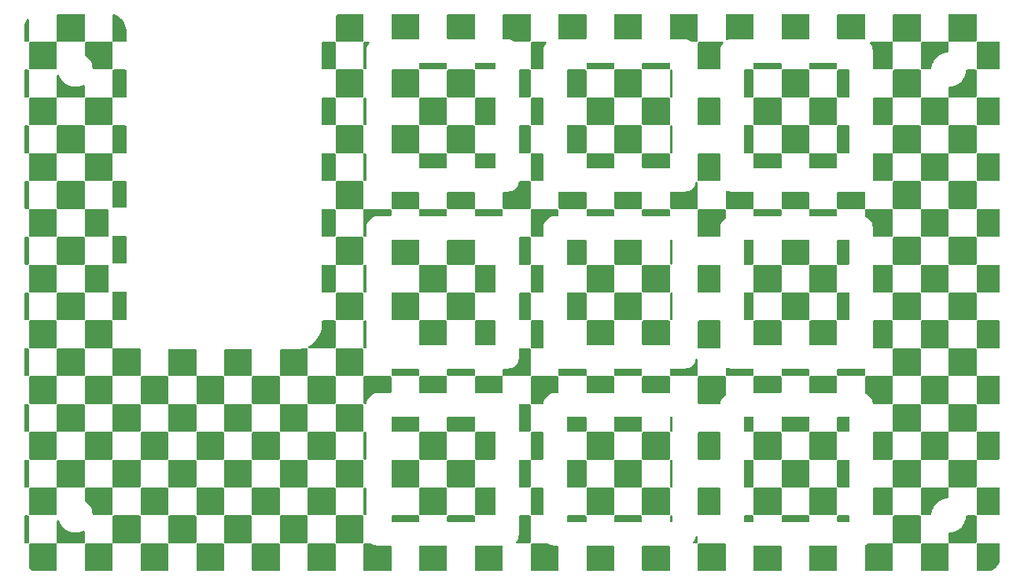
<source format=gbr>
%TF.GenerationSoftware,KiCad,Pcbnew,8.0.8*%
%TF.CreationDate,2025-02-16T23:21:43+09:00*%
%TF.ProjectId,macro,6d616372-6f2e-46b6-9963-61645f706362,rev?*%
%TF.SameCoordinates,Original*%
%TF.FileFunction,Copper,L1,Top*%
%TF.FilePolarity,Positive*%
%FSLAX46Y46*%
G04 Gerber Fmt 4.6, Leading zero omitted, Abs format (unit mm)*
G04 Created by KiCad (PCBNEW 8.0.8) date 2025-02-16 23:21:43*
%MOMM*%
%LPD*%
G01*
G04 APERTURE LIST*
G04 APERTURE END LIST*
%TA.AperFunction,NonConductor*%
G36*
X116943039Y-38019685D02*
G01*
X116988794Y-38072489D01*
X117000000Y-38124000D01*
X117000000Y-40625500D01*
X116980315Y-40692539D01*
X116927511Y-40738294D01*
X116876000Y-40749500D01*
X114124000Y-40749500D01*
X114056961Y-40729815D01*
X114011206Y-40677011D01*
X114000000Y-40625500D01*
X114000000Y-38124000D01*
X114019685Y-38056961D01*
X114072489Y-38011206D01*
X114124000Y-38000000D01*
X116876000Y-38000000D01*
X116943039Y-38019685D01*
G37*
%TD.AperFunction*%
%TA.AperFunction,NonConductor*%
G36*
X98943039Y-38019685D02*
G01*
X98988794Y-38072489D01*
X99000000Y-38124000D01*
X99000000Y-40625500D01*
X98980315Y-40692539D01*
X98927511Y-40738294D01*
X98876000Y-40749500D01*
X96124000Y-40749500D01*
X96056961Y-40729815D01*
X96011206Y-40677011D01*
X96000000Y-40625500D01*
X96000000Y-38124000D01*
X96019685Y-38056961D01*
X96072489Y-38011206D01*
X96124000Y-38000000D01*
X98876000Y-38000000D01*
X98943039Y-38019685D01*
G37*
%TD.AperFunction*%
%TA.AperFunction,NonConductor*%
G36*
X92943039Y-38019685D02*
G01*
X92988794Y-38072489D01*
X93000000Y-38124000D01*
X93000000Y-40625500D01*
X92980315Y-40692539D01*
X92927511Y-40738294D01*
X92876000Y-40749500D01*
X90124000Y-40749500D01*
X90056961Y-40729815D01*
X90011206Y-40677011D01*
X90000000Y-40625500D01*
X90000000Y-38124000D01*
X90019685Y-38056961D01*
X90072489Y-38011206D01*
X90124000Y-38000000D01*
X92876000Y-38000000D01*
X92943039Y-38019685D01*
G37*
%TD.AperFunction*%
%TA.AperFunction,NonConductor*%
G36*
X80943039Y-38019685D02*
G01*
X80988794Y-38072489D01*
X81000000Y-38124000D01*
X81000000Y-40625500D01*
X80980315Y-40692539D01*
X80927511Y-40738294D01*
X80876000Y-40749500D01*
X78124000Y-40749500D01*
X78056961Y-40729815D01*
X78011206Y-40677011D01*
X78000000Y-40625500D01*
X78000000Y-38124000D01*
X78019685Y-38056961D01*
X78072489Y-38011206D01*
X78124000Y-38000000D01*
X80876000Y-38000000D01*
X80943039Y-38019685D01*
G37*
%TD.AperFunction*%
%TA.AperFunction,NonConductor*%
G36*
X74943039Y-38019685D02*
G01*
X74988794Y-38072489D01*
X75000000Y-38124000D01*
X75000000Y-40625500D01*
X74980315Y-40692539D01*
X74927511Y-40738294D01*
X74876000Y-40749500D01*
X72124000Y-40749500D01*
X72056961Y-40729815D01*
X72011206Y-40677011D01*
X72000000Y-40625500D01*
X72000000Y-38124000D01*
X72019685Y-38056961D01*
X72072489Y-38011206D01*
X72124000Y-38000000D01*
X74876000Y-38000000D01*
X74943039Y-38019685D01*
G37*
%TD.AperFunction*%
%TA.AperFunction,NonConductor*%
G36*
X122943039Y-38019685D02*
G01*
X122988794Y-38072489D01*
X123000000Y-38124000D01*
X123000000Y-40654852D01*
X122980315Y-40721891D01*
X122927511Y-40767646D01*
X122858353Y-40777590D01*
X122856602Y-40777325D01*
X122680922Y-40749500D01*
X122680917Y-40749500D01*
X120124000Y-40749500D01*
X120056961Y-40729815D01*
X120011206Y-40677011D01*
X120000000Y-40625500D01*
X120000000Y-38124000D01*
X120019685Y-38056961D01*
X120072489Y-38011206D01*
X120124000Y-38000000D01*
X122876000Y-38000000D01*
X122943039Y-38019685D01*
G37*
%TD.AperFunction*%
%TA.AperFunction,NonConductor*%
G36*
X110943039Y-38019685D02*
G01*
X110988794Y-38072489D01*
X111000000Y-38124000D01*
X111000000Y-40625500D01*
X110980315Y-40692539D01*
X110927511Y-40738294D01*
X110876000Y-40749500D01*
X108584078Y-40749500D01*
X108389673Y-40780290D01*
X108202467Y-40841118D01*
X108180294Y-40852417D01*
X108111625Y-40865313D01*
X108046885Y-40839036D01*
X108006628Y-40781930D01*
X108000000Y-40741932D01*
X108000000Y-38124000D01*
X108019685Y-38056961D01*
X108072489Y-38011206D01*
X108124000Y-38000000D01*
X110876000Y-38000000D01*
X110943039Y-38019685D01*
G37*
%TD.AperFunction*%
%TA.AperFunction,NonConductor*%
G36*
X134943039Y-38019685D02*
G01*
X134988794Y-38072489D01*
X135000000Y-38124000D01*
X135000000Y-40876000D01*
X134980315Y-40943039D01*
X134927511Y-40988794D01*
X134876000Y-41000000D01*
X132124000Y-41000000D01*
X132056961Y-40980315D01*
X132011206Y-40927511D01*
X132000000Y-40876000D01*
X132000000Y-38124000D01*
X132019685Y-38056961D01*
X132072489Y-38011206D01*
X132124000Y-38000000D01*
X134876000Y-38000000D01*
X134943039Y-38019685D01*
G37*
%TD.AperFunction*%
%TA.AperFunction,NonConductor*%
G36*
X128943039Y-38019685D02*
G01*
X128988794Y-38072489D01*
X129000000Y-38124000D01*
X129000000Y-40876000D01*
X128980315Y-40943039D01*
X128927511Y-40988794D01*
X128876000Y-41000000D01*
X126124000Y-41000000D01*
X126056961Y-40980315D01*
X126011206Y-40927511D01*
X126000000Y-40876000D01*
X126000000Y-38124000D01*
X126019685Y-38056961D01*
X126072489Y-38011206D01*
X126124000Y-38000000D01*
X128876000Y-38000000D01*
X128943039Y-38019685D01*
G37*
%TD.AperFunction*%
%TA.AperFunction,NonConductor*%
G36*
X104943039Y-38019685D02*
G01*
X104988794Y-38072489D01*
X105000000Y-38124000D01*
X105000000Y-40876000D01*
X104980315Y-40943039D01*
X104927511Y-40988794D01*
X104876000Y-41000000D01*
X104323887Y-41000000D01*
X104256848Y-40980315D01*
X104251002Y-40976318D01*
X104187908Y-40930478D01*
X104187907Y-40930477D01*
X104187905Y-40930476D01*
X104133136Y-40902569D01*
X104012529Y-40841117D01*
X103825326Y-40780290D01*
X103630922Y-40749500D01*
X103630917Y-40749500D01*
X102124000Y-40749500D01*
X102056961Y-40729815D01*
X102011206Y-40677011D01*
X102000000Y-40625500D01*
X102000000Y-38124000D01*
X102019685Y-38056961D01*
X102072489Y-38011206D01*
X102124000Y-38000000D01*
X104876000Y-38000000D01*
X104943039Y-38019685D01*
G37*
%TD.AperFunction*%
%TA.AperFunction,NonConductor*%
G36*
X86943039Y-38019685D02*
G01*
X86988794Y-38072489D01*
X87000000Y-38124000D01*
X87000000Y-40876000D01*
X86980315Y-40943039D01*
X86927511Y-40988794D01*
X86876000Y-41000000D01*
X85273887Y-41000000D01*
X85206848Y-40980315D01*
X85201002Y-40976318D01*
X85137908Y-40930478D01*
X85137907Y-40930477D01*
X85137905Y-40930476D01*
X85083136Y-40902569D01*
X84962529Y-40841117D01*
X84775326Y-40780290D01*
X84580922Y-40749500D01*
X84580917Y-40749500D01*
X84124000Y-40749500D01*
X84056961Y-40729815D01*
X84011206Y-40677011D01*
X84000000Y-40625500D01*
X84000000Y-38124000D01*
X84019685Y-38056961D01*
X84072489Y-38011206D01*
X84124000Y-38000000D01*
X86876000Y-38000000D01*
X86943039Y-38019685D01*
G37*
%TD.AperFunction*%
%TA.AperFunction,NonConductor*%
G36*
X68943039Y-38019685D02*
G01*
X68988794Y-38072489D01*
X69000000Y-38124000D01*
X69000000Y-40876000D01*
X68980315Y-40943039D01*
X68927511Y-40988794D01*
X68876000Y-41000000D01*
X66124000Y-41000000D01*
X66056961Y-40980315D01*
X66011206Y-40927511D01*
X66000000Y-40876000D01*
X66000000Y-38252729D01*
X66019685Y-38185690D01*
X66072489Y-38139935D01*
X66077993Y-38137580D01*
X66306780Y-38046213D01*
X66319782Y-38041839D01*
X66455286Y-38004464D01*
X66488257Y-38000000D01*
X68876000Y-38000000D01*
X68943039Y-38019685D01*
G37*
%TD.AperFunction*%
%TA.AperFunction,NonConductor*%
G36*
X42167683Y-38034961D02*
G01*
X42226129Y-38056961D01*
X42297889Y-38083973D01*
X42317267Y-38091267D01*
X42332031Y-38097957D01*
X42548705Y-38213782D01*
X42562469Y-38222343D01*
X42762154Y-38365447D01*
X42774692Y-38375737D01*
X42953997Y-38543688D01*
X42965080Y-38555522D01*
X43120926Y-38745439D01*
X43130372Y-38758622D01*
X43260096Y-38967252D01*
X43267742Y-38981558D01*
X43369121Y-39205332D01*
X43374834Y-39220513D01*
X43446137Y-39455604D01*
X43449820Y-39471400D01*
X43489830Y-39713797D01*
X43491419Y-39729939D01*
X43499434Y-39975067D01*
X43499500Y-39979119D01*
X43499500Y-39989788D01*
X43499433Y-39993852D01*
X43497609Y-40049457D01*
X43498406Y-40057546D01*
X43497862Y-40057599D01*
X43499500Y-40071829D01*
X43499500Y-40876000D01*
X43479815Y-40943039D01*
X43427011Y-40988794D01*
X43375500Y-41000000D01*
X42124000Y-41000000D01*
X42056961Y-40980315D01*
X42011206Y-40927511D01*
X42000000Y-40876000D01*
X42000000Y-38151012D01*
X42019685Y-38083973D01*
X42072489Y-38038218D01*
X42141647Y-38028274D01*
X42167683Y-38034961D01*
G37*
%TD.AperFunction*%
%TA.AperFunction,NonConductor*%
G36*
X38943039Y-38019685D02*
G01*
X38988794Y-38072489D01*
X39000000Y-38124000D01*
X39000000Y-40876000D01*
X38980315Y-40943039D01*
X38927511Y-40988794D01*
X38876000Y-41000000D01*
X36124000Y-41000000D01*
X36056961Y-40980315D01*
X36011206Y-40927511D01*
X36000000Y-40876000D01*
X36000000Y-38124000D01*
X36019685Y-38056961D01*
X36072489Y-38011206D01*
X36124000Y-38000000D01*
X38876000Y-38000000D01*
X38943039Y-38019685D01*
G37*
%TD.AperFunction*%
%TA.AperFunction,NonConductor*%
G36*
X32963445Y-38537292D02*
G01*
X32997095Y-38598525D01*
X33000000Y-38625209D01*
X33000000Y-40876000D01*
X32980315Y-40943039D01*
X32927511Y-40988794D01*
X32876000Y-41000000D01*
X32624500Y-41000000D01*
X32557461Y-40980315D01*
X32511706Y-40927511D01*
X32500500Y-40876000D01*
X32500500Y-39493485D01*
X32500693Y-39490483D01*
X32500676Y-39484148D01*
X32500509Y-39422646D01*
X32500801Y-39413850D01*
X32514630Y-39212883D01*
X32517096Y-39195392D01*
X32558456Y-39002767D01*
X32563389Y-38985799D01*
X32631736Y-38801035D01*
X32639028Y-38784953D01*
X32732981Y-38611782D01*
X32742499Y-38596887D01*
X32776534Y-38551166D01*
X32832354Y-38509144D01*
X32902032Y-38503972D01*
X32963445Y-38537292D01*
G37*
%TD.AperFunction*%
%TA.AperFunction,NonConductor*%
G36*
X137454915Y-41019685D02*
G01*
X137500670Y-41072489D01*
X137511876Y-41124000D01*
X137511876Y-43876000D01*
X137492191Y-43943039D01*
X137439387Y-43988794D01*
X137387876Y-44000000D01*
X135124000Y-44000000D01*
X135056961Y-43980315D01*
X135011206Y-43927511D01*
X135000000Y-43876000D01*
X135000000Y-41124000D01*
X135019685Y-41056961D01*
X135072489Y-41011206D01*
X135124000Y-41000000D01*
X137387876Y-41000000D01*
X137454915Y-41019685D01*
G37*
%TD.AperFunction*%
%TA.AperFunction,NonConductor*%
G36*
X131943039Y-41019685D02*
G01*
X131988794Y-41072489D01*
X132000000Y-41124000D01*
X132000000Y-42025500D01*
X131980315Y-42092539D01*
X131927511Y-42138294D01*
X131882685Y-42148045D01*
X131882763Y-42149234D01*
X131878717Y-42149499D01*
X131638214Y-42181161D01*
X131403895Y-42243947D01*
X131179794Y-42336773D01*
X131179785Y-42336777D01*
X130969706Y-42458067D01*
X130777263Y-42605733D01*
X130777256Y-42605739D01*
X130605739Y-42777256D01*
X130605733Y-42777263D01*
X130458067Y-42969706D01*
X130336777Y-43179785D01*
X130336773Y-43179794D01*
X130243947Y-43403895D01*
X130181161Y-43638214D01*
X130149499Y-43878717D01*
X130149234Y-43882763D01*
X130147546Y-43882652D01*
X130129815Y-43943039D01*
X130077011Y-43988794D01*
X130025500Y-44000000D01*
X129124000Y-44000000D01*
X129056961Y-43980315D01*
X129011206Y-43927511D01*
X129000000Y-43876000D01*
X129000000Y-41124000D01*
X129019685Y-41056961D01*
X129072489Y-41011206D01*
X129124000Y-41000000D01*
X131876000Y-41000000D01*
X131943039Y-41019685D01*
G37*
%TD.AperFunction*%
%TA.AperFunction,NonConductor*%
G36*
X125943039Y-41019685D02*
G01*
X125988794Y-41072489D01*
X126000000Y-41124000D01*
X126000000Y-43876000D01*
X125980315Y-43943039D01*
X125927511Y-43988794D01*
X125876000Y-44000000D01*
X123957000Y-44000000D01*
X123889961Y-43980315D01*
X123844206Y-43927511D01*
X123833000Y-43876000D01*
X123833000Y-41901577D01*
X123802209Y-41707173D01*
X123741382Y-41519970D01*
X123652023Y-41344594D01*
X123544705Y-41196884D01*
X123521226Y-41131080D01*
X123537051Y-41063026D01*
X123587157Y-41014331D01*
X123645024Y-41000000D01*
X125876000Y-41000000D01*
X125943039Y-41019685D01*
G37*
%TD.AperFunction*%
%TA.AperFunction,NonConductor*%
G36*
X119943039Y-43270185D02*
G01*
X119988794Y-43322989D01*
X120000000Y-43374500D01*
X120000000Y-43876000D01*
X119980315Y-43943039D01*
X119927511Y-43988794D01*
X119876000Y-44000000D01*
X117124000Y-44000000D01*
X117056961Y-43980315D01*
X117011206Y-43927511D01*
X117000000Y-43876000D01*
X117000000Y-43374500D01*
X117019685Y-43307461D01*
X117072489Y-43261706D01*
X117124000Y-43250500D01*
X119876000Y-43250500D01*
X119943039Y-43270185D01*
G37*
%TD.AperFunction*%
%TA.AperFunction,NonConductor*%
G36*
X113943039Y-43270185D02*
G01*
X113988794Y-43322989D01*
X114000000Y-43374500D01*
X114000000Y-43876000D01*
X113980315Y-43943039D01*
X113927511Y-43988794D01*
X113876000Y-44000000D01*
X111124000Y-44000000D01*
X111056961Y-43980315D01*
X111011206Y-43927511D01*
X111000000Y-43876000D01*
X111000000Y-43374500D01*
X111019685Y-43307461D01*
X111072489Y-43261706D01*
X111124000Y-43250500D01*
X113876000Y-43250500D01*
X113943039Y-43270185D01*
G37*
%TD.AperFunction*%
%TA.AperFunction,NonConductor*%
G36*
X107687015Y-41019685D02*
G01*
X107732770Y-41072489D01*
X107742714Y-41141647D01*
X107720294Y-41196884D01*
X107674788Y-41259517D01*
X107612976Y-41344594D01*
X107523617Y-41519970D01*
X107462790Y-41707173D01*
X107432000Y-41901577D01*
X107432000Y-43876000D01*
X107412315Y-43943039D01*
X107359511Y-43988794D01*
X107308000Y-44000000D01*
X105124000Y-44000000D01*
X105056961Y-43980315D01*
X105011206Y-43927511D01*
X105000000Y-43876000D01*
X105000000Y-41124000D01*
X105019685Y-41056961D01*
X105072489Y-41011206D01*
X105124000Y-41000000D01*
X107619976Y-41000000D01*
X107687015Y-41019685D01*
G37*
%TD.AperFunction*%
%TA.AperFunction,NonConductor*%
G36*
X101943039Y-43270185D02*
G01*
X101988794Y-43322989D01*
X102000000Y-43374500D01*
X102000000Y-43876000D01*
X101980315Y-43943039D01*
X101927511Y-43988794D01*
X101876000Y-44000000D01*
X99124000Y-44000000D01*
X99056961Y-43980315D01*
X99011206Y-43927511D01*
X99000000Y-43876000D01*
X99000000Y-43374500D01*
X99019685Y-43307461D01*
X99072489Y-43261706D01*
X99124000Y-43250500D01*
X101876000Y-43250500D01*
X101943039Y-43270185D01*
G37*
%TD.AperFunction*%
%TA.AperFunction,NonConductor*%
G36*
X95943039Y-43270185D02*
G01*
X95988794Y-43322989D01*
X96000000Y-43374500D01*
X96000000Y-43876000D01*
X95980315Y-43943039D01*
X95927511Y-43988794D01*
X95876000Y-44000000D01*
X93124000Y-44000000D01*
X93056961Y-43980315D01*
X93011206Y-43927511D01*
X93000000Y-43876000D01*
X93000000Y-43374500D01*
X93019685Y-43307461D01*
X93072489Y-43261706D01*
X93124000Y-43250500D01*
X95876000Y-43250500D01*
X95943039Y-43270185D01*
G37*
%TD.AperFunction*%
%TA.AperFunction,NonConductor*%
G36*
X88637015Y-41019685D02*
G01*
X88682770Y-41072489D01*
X88692714Y-41141647D01*
X88670294Y-41196884D01*
X88624788Y-41259517D01*
X88562976Y-41344594D01*
X88473617Y-41519970D01*
X88412790Y-41707173D01*
X88382000Y-41901577D01*
X88382000Y-43876000D01*
X88362315Y-43943039D01*
X88309511Y-43988794D01*
X88258000Y-44000000D01*
X87124000Y-44000000D01*
X87056961Y-43980315D01*
X87011206Y-43927511D01*
X87000000Y-43876000D01*
X87000000Y-41124000D01*
X87019685Y-41056961D01*
X87072489Y-41011206D01*
X87124000Y-41000000D01*
X88569976Y-41000000D01*
X88637015Y-41019685D01*
G37*
%TD.AperFunction*%
%TA.AperFunction,NonConductor*%
G36*
X83175039Y-43270185D02*
G01*
X83220794Y-43322989D01*
X83232000Y-43374500D01*
X83232000Y-43876000D01*
X83212315Y-43943039D01*
X83159511Y-43988794D01*
X83108000Y-44000000D01*
X81124000Y-44000000D01*
X81056961Y-43980315D01*
X81011206Y-43927511D01*
X81000000Y-43876000D01*
X81000000Y-43374500D01*
X81019685Y-43307461D01*
X81072489Y-43261706D01*
X81124000Y-43250500D01*
X83108000Y-43250500D01*
X83175039Y-43270185D01*
G37*
%TD.AperFunction*%
%TA.AperFunction,NonConductor*%
G36*
X77943039Y-43270185D02*
G01*
X77988794Y-43322989D01*
X78000000Y-43374500D01*
X78000000Y-43876000D01*
X77980315Y-43943039D01*
X77927511Y-43988794D01*
X77876000Y-44000000D01*
X75124000Y-44000000D01*
X75056961Y-43980315D01*
X75011206Y-43927511D01*
X75000000Y-43876000D01*
X75000000Y-43374500D01*
X75019685Y-43307461D01*
X75072489Y-43261706D01*
X75124000Y-43250500D01*
X77876000Y-43250500D01*
X77943039Y-43270185D01*
G37*
%TD.AperFunction*%
%TA.AperFunction,NonConductor*%
G36*
X69587015Y-41019685D02*
G01*
X69632770Y-41072489D01*
X69642714Y-41141647D01*
X69620294Y-41196884D01*
X69574788Y-41259517D01*
X69512976Y-41344594D01*
X69423617Y-41519970D01*
X69362790Y-41707173D01*
X69332000Y-41901577D01*
X69332000Y-43876000D01*
X69312315Y-43943039D01*
X69259511Y-43988794D01*
X69208000Y-44000000D01*
X69124000Y-44000000D01*
X69056961Y-43980315D01*
X69011206Y-43927511D01*
X69000000Y-43876000D01*
X69000000Y-41124000D01*
X69019685Y-41056961D01*
X69072489Y-41011206D01*
X69124000Y-41000000D01*
X69519976Y-41000000D01*
X69587015Y-41019685D01*
G37*
%TD.AperFunction*%
%TA.AperFunction,NonConductor*%
G36*
X65943039Y-41019685D02*
G01*
X65988794Y-41072489D01*
X66000000Y-41124000D01*
X66000000Y-43876000D01*
X65980315Y-43943039D01*
X65927511Y-43988794D01*
X65876000Y-44000000D01*
X64624500Y-44000000D01*
X64557461Y-43980315D01*
X64511706Y-43927511D01*
X64500500Y-43876000D01*
X64500500Y-41124000D01*
X64520185Y-41056961D01*
X64572989Y-41011206D01*
X64624500Y-41000000D01*
X65876000Y-41000000D01*
X65943039Y-41019685D01*
G37*
%TD.AperFunction*%
%TA.AperFunction,NonConductor*%
G36*
X41943039Y-41019685D02*
G01*
X41988794Y-41072489D01*
X42000000Y-41124000D01*
X42000000Y-43876000D01*
X41980315Y-43943039D01*
X41927511Y-43988794D01*
X41876000Y-44000000D01*
X39974500Y-44000000D01*
X39907461Y-43980315D01*
X39861706Y-43927511D01*
X39851954Y-43882685D01*
X39850766Y-43882763D01*
X39850500Y-43878717D01*
X39850500Y-43878712D01*
X39818838Y-43638211D01*
X39756054Y-43403900D01*
X39663224Y-43179788D01*
X39541936Y-42969711D01*
X39394265Y-42777262D01*
X39394260Y-42777256D01*
X39222743Y-42605739D01*
X39222736Y-42605733D01*
X39048514Y-42472048D01*
X39007311Y-42415620D01*
X39000000Y-42373672D01*
X39000000Y-41124000D01*
X39019685Y-41056961D01*
X39072489Y-41011206D01*
X39124000Y-41000000D01*
X41876000Y-41000000D01*
X41943039Y-41019685D01*
G37*
%TD.AperFunction*%
%TA.AperFunction,NonConductor*%
G36*
X35943039Y-41019685D02*
G01*
X35988794Y-41072489D01*
X36000000Y-41124000D01*
X36000000Y-43876000D01*
X35980315Y-43943039D01*
X35927511Y-43988794D01*
X35876000Y-44000000D01*
X33124000Y-44000000D01*
X33056961Y-43980315D01*
X33011206Y-43927511D01*
X33000000Y-43876000D01*
X33000000Y-41124000D01*
X33019685Y-41056961D01*
X33072489Y-41011206D01*
X33124000Y-41000000D01*
X35876000Y-41000000D01*
X35943039Y-41019685D01*
G37*
%TD.AperFunction*%
%TA.AperFunction,NonConductor*%
G36*
X134943039Y-44019685D02*
G01*
X134988794Y-44072489D01*
X135000000Y-44124000D01*
X135000000Y-46876000D01*
X134980315Y-46943039D01*
X134927511Y-46988794D01*
X134876000Y-47000000D01*
X132124000Y-47000000D01*
X132056961Y-46980315D01*
X132011206Y-46927511D01*
X132000000Y-46876000D01*
X132000000Y-45974500D01*
X132019685Y-45907461D01*
X132072489Y-45861706D01*
X132117314Y-45851954D01*
X132117237Y-45850766D01*
X132121282Y-45850500D01*
X132121288Y-45850500D01*
X132361789Y-45818838D01*
X132596100Y-45756054D01*
X132820212Y-45663224D01*
X133030289Y-45541936D01*
X133222738Y-45394265D01*
X133394265Y-45222738D01*
X133541936Y-45030289D01*
X133663224Y-44820212D01*
X133756054Y-44596100D01*
X133818838Y-44361789D01*
X133850500Y-44121288D01*
X133850500Y-44121282D01*
X133850766Y-44117237D01*
X133852453Y-44117347D01*
X133870185Y-44056961D01*
X133922989Y-44011206D01*
X133974500Y-44000000D01*
X134876000Y-44000000D01*
X134943039Y-44019685D01*
G37*
%TD.AperFunction*%
%TA.AperFunction,NonConductor*%
G36*
X128943039Y-44019685D02*
G01*
X128988794Y-44072489D01*
X129000000Y-44124000D01*
X129000000Y-46876000D01*
X128980315Y-46943039D01*
X128927511Y-46988794D01*
X128876000Y-47000000D01*
X126124000Y-47000000D01*
X126056961Y-46980315D01*
X126011206Y-46927511D01*
X126000000Y-46876000D01*
X126000000Y-44124000D01*
X126019685Y-44056961D01*
X126072489Y-44011206D01*
X126124000Y-44000000D01*
X128876000Y-44000000D01*
X128943039Y-44019685D01*
G37*
%TD.AperFunction*%
%TA.AperFunction,NonConductor*%
G36*
X121275039Y-44019685D02*
G01*
X121320794Y-44072489D01*
X121332000Y-44124000D01*
X121332000Y-46876000D01*
X121312315Y-46943039D01*
X121259511Y-46988794D01*
X121208000Y-47000000D01*
X120124000Y-47000000D01*
X120056961Y-46980315D01*
X120011206Y-46927511D01*
X120000000Y-46876000D01*
X120000000Y-44124000D01*
X120019685Y-44056961D01*
X120072489Y-44011206D01*
X120124000Y-44000000D01*
X121208000Y-44000000D01*
X121275039Y-44019685D01*
G37*
%TD.AperFunction*%
%TA.AperFunction,NonConductor*%
G36*
X116943039Y-44019685D02*
G01*
X116988794Y-44072489D01*
X117000000Y-44124000D01*
X117000000Y-46876000D01*
X116980315Y-46943039D01*
X116927511Y-46988794D01*
X116876000Y-47000000D01*
X114124000Y-47000000D01*
X114056961Y-46980315D01*
X114011206Y-46927511D01*
X114000000Y-46876000D01*
X114000000Y-44124000D01*
X114019685Y-44056961D01*
X114072489Y-44011206D01*
X114124000Y-44000000D01*
X116876000Y-44000000D01*
X116943039Y-44019685D01*
G37*
%TD.AperFunction*%
%TA.AperFunction,NonConductor*%
G36*
X110943039Y-44019685D02*
G01*
X110988794Y-44072489D01*
X111000000Y-44124000D01*
X111000000Y-46876000D01*
X110980315Y-46943039D01*
X110927511Y-46988794D01*
X110876000Y-47000000D01*
X110057000Y-47000000D01*
X109989961Y-46980315D01*
X109944206Y-46927511D01*
X109933000Y-46876000D01*
X109933000Y-44124000D01*
X109952685Y-44056961D01*
X110005489Y-44011206D01*
X110057000Y-44000000D01*
X110876000Y-44000000D01*
X110943039Y-44019685D01*
G37*
%TD.AperFunction*%
%TA.AperFunction,NonConductor*%
G36*
X102225039Y-44019685D02*
G01*
X102270794Y-44072489D01*
X102282000Y-44124000D01*
X102282000Y-46876000D01*
X102262315Y-46943039D01*
X102209511Y-46988794D01*
X102158000Y-47000000D01*
X102124000Y-47000000D01*
X102056961Y-46980315D01*
X102011206Y-46927511D01*
X102000000Y-46876000D01*
X102000000Y-44124000D01*
X102019685Y-44056961D01*
X102072489Y-44011206D01*
X102124000Y-44000000D01*
X102158000Y-44000000D01*
X102225039Y-44019685D01*
G37*
%TD.AperFunction*%
%TA.AperFunction,NonConductor*%
G36*
X98943039Y-44019685D02*
G01*
X98988794Y-44072489D01*
X99000000Y-44124000D01*
X99000000Y-46876000D01*
X98980315Y-46943039D01*
X98927511Y-46988794D01*
X98876000Y-47000000D01*
X96124000Y-47000000D01*
X96056961Y-46980315D01*
X96011206Y-46927511D01*
X96000000Y-46876000D01*
X96000000Y-44124000D01*
X96019685Y-44056961D01*
X96072489Y-44011206D01*
X96124000Y-44000000D01*
X98876000Y-44000000D01*
X98943039Y-44019685D01*
G37*
%TD.AperFunction*%
%TA.AperFunction,NonConductor*%
G36*
X92943039Y-44019685D02*
G01*
X92988794Y-44072489D01*
X93000000Y-44124000D01*
X93000000Y-46876000D01*
X92980315Y-46943039D01*
X92927511Y-46988794D01*
X92876000Y-47000000D01*
X91007000Y-47000000D01*
X90939961Y-46980315D01*
X90894206Y-46927511D01*
X90883000Y-46876000D01*
X90883000Y-44124000D01*
X90902685Y-44056961D01*
X90955489Y-44011206D01*
X91007000Y-44000000D01*
X92876000Y-44000000D01*
X92943039Y-44019685D01*
G37*
%TD.AperFunction*%
%TA.AperFunction,NonConductor*%
G36*
X86943039Y-44019685D02*
G01*
X86988794Y-44072489D01*
X87000000Y-44124000D01*
X87000000Y-46876000D01*
X86980315Y-46943039D01*
X86927511Y-46988794D01*
X86876000Y-47000000D01*
X85857000Y-47000000D01*
X85789961Y-46980315D01*
X85744206Y-46927511D01*
X85733000Y-46876000D01*
X85733000Y-44124000D01*
X85752685Y-44056961D01*
X85805489Y-44011206D01*
X85857000Y-44000000D01*
X86876000Y-44000000D01*
X86943039Y-44019685D01*
G37*
%TD.AperFunction*%
%TA.AperFunction,NonConductor*%
G36*
X80943039Y-44019685D02*
G01*
X80988794Y-44072489D01*
X81000000Y-44124000D01*
X81000000Y-46876000D01*
X80980315Y-46943039D01*
X80927511Y-46988794D01*
X80876000Y-47000000D01*
X78124000Y-47000000D01*
X78056961Y-46980315D01*
X78011206Y-46927511D01*
X78000000Y-46876000D01*
X78000000Y-44124000D01*
X78019685Y-44056961D01*
X78072489Y-44011206D01*
X78124000Y-44000000D01*
X80876000Y-44000000D01*
X80943039Y-44019685D01*
G37*
%TD.AperFunction*%
%TA.AperFunction,NonConductor*%
G36*
X74943039Y-44019685D02*
G01*
X74988794Y-44072489D01*
X75000000Y-44124000D01*
X75000000Y-46876000D01*
X74980315Y-46943039D01*
X74927511Y-46988794D01*
X74876000Y-47000000D01*
X72124000Y-47000000D01*
X72056961Y-46980315D01*
X72011206Y-46927511D01*
X72000000Y-46876000D01*
X72000000Y-44124000D01*
X72019685Y-44056961D01*
X72072489Y-44011206D01*
X72124000Y-44000000D01*
X74876000Y-44000000D01*
X74943039Y-44019685D01*
G37*
%TD.AperFunction*%
%TA.AperFunction,NonConductor*%
G36*
X68943039Y-44019685D02*
G01*
X68988794Y-44072489D01*
X69000000Y-44124000D01*
X69000000Y-46876000D01*
X68980315Y-46943039D01*
X68927511Y-46988794D01*
X68876000Y-47000000D01*
X66124000Y-47000000D01*
X66056961Y-46980315D01*
X66011206Y-46927511D01*
X66000000Y-46876000D01*
X66000000Y-44124000D01*
X66019685Y-44056961D01*
X66072489Y-44011206D01*
X66124000Y-44000000D01*
X68876000Y-44000000D01*
X68943039Y-44019685D01*
G37*
%TD.AperFunction*%
%TA.AperFunction,NonConductor*%
G36*
X43442539Y-44019685D02*
G01*
X43488294Y-44072489D01*
X43499500Y-44124000D01*
X43499500Y-46876000D01*
X43479815Y-46943039D01*
X43427011Y-46988794D01*
X43375500Y-47000000D01*
X42124000Y-47000000D01*
X42056961Y-46980315D01*
X42011206Y-46927511D01*
X42000000Y-46876000D01*
X42000000Y-44124000D01*
X42019685Y-44056961D01*
X42072489Y-44011206D01*
X42124000Y-44000000D01*
X43375500Y-44000000D01*
X43442539Y-44019685D01*
G37*
%TD.AperFunction*%
%TA.AperFunction,NonConductor*%
G36*
X36205203Y-44533841D02*
G01*
X36242977Y-44592619D01*
X36243761Y-44595410D01*
X36243946Y-44596100D01*
X36243948Y-44596106D01*
X36336773Y-44820205D01*
X36336776Y-44820212D01*
X36458064Y-45030289D01*
X36458066Y-45030292D01*
X36458067Y-45030293D01*
X36605733Y-45222736D01*
X36605739Y-45222743D01*
X36777256Y-45394260D01*
X36777262Y-45394265D01*
X36969711Y-45541936D01*
X37179788Y-45663224D01*
X37403900Y-45756054D01*
X37638211Y-45818838D01*
X37818586Y-45842584D01*
X37878711Y-45850500D01*
X37878712Y-45850500D01*
X38121289Y-45850500D01*
X38169388Y-45844167D01*
X38361789Y-45818838D01*
X38596100Y-45756054D01*
X38820212Y-45663224D01*
X38820223Y-45663217D01*
X38821138Y-45662767D01*
X38821445Y-45662713D01*
X38823962Y-45661671D01*
X38824195Y-45662233D01*
X38889968Y-45650759D01*
X38954364Y-45677870D01*
X38993879Y-45735492D01*
X39000000Y-45773970D01*
X39000000Y-46876000D01*
X38980315Y-46943039D01*
X38927511Y-46988794D01*
X38876000Y-47000000D01*
X36124000Y-47000000D01*
X36056961Y-46980315D01*
X36011206Y-46927511D01*
X36000000Y-46876000D01*
X36000000Y-44627554D01*
X36019685Y-44560515D01*
X36072489Y-44514760D01*
X36141647Y-44504816D01*
X36205203Y-44533841D01*
G37*
%TD.AperFunction*%
%TA.AperFunction,NonConductor*%
G36*
X32943039Y-44019685D02*
G01*
X32988794Y-44072489D01*
X33000000Y-44124000D01*
X33000000Y-46876000D01*
X32980315Y-46943039D01*
X32927511Y-46988794D01*
X32876000Y-47000000D01*
X32624500Y-47000000D01*
X32557461Y-46980315D01*
X32511706Y-46927511D01*
X32500500Y-46876000D01*
X32500500Y-44124000D01*
X32520185Y-44056961D01*
X32572989Y-44011206D01*
X32624500Y-44000000D01*
X32876000Y-44000000D01*
X32943039Y-44019685D01*
G37*
%TD.AperFunction*%
%TA.AperFunction,NonConductor*%
G36*
X137454915Y-47019685D02*
G01*
X137500670Y-47072489D01*
X137511876Y-47124000D01*
X137511876Y-49876000D01*
X137492191Y-49943039D01*
X137439387Y-49988794D01*
X137387876Y-50000000D01*
X135124000Y-50000000D01*
X135056961Y-49980315D01*
X135011206Y-49927511D01*
X135000000Y-49876000D01*
X135000000Y-47124000D01*
X135019685Y-47056961D01*
X135072489Y-47011206D01*
X135124000Y-47000000D01*
X137387876Y-47000000D01*
X137454915Y-47019685D01*
G37*
%TD.AperFunction*%
%TA.AperFunction,NonConductor*%
G36*
X131943039Y-47019685D02*
G01*
X131988794Y-47072489D01*
X132000000Y-47124000D01*
X132000000Y-49876000D01*
X131980315Y-49943039D01*
X131927511Y-49988794D01*
X131876000Y-50000000D01*
X129124000Y-50000000D01*
X129056961Y-49980315D01*
X129011206Y-49927511D01*
X129000000Y-49876000D01*
X129000000Y-47124000D01*
X129019685Y-47056961D01*
X129072489Y-47011206D01*
X129124000Y-47000000D01*
X131876000Y-47000000D01*
X131943039Y-47019685D01*
G37*
%TD.AperFunction*%
%TA.AperFunction,NonConductor*%
G36*
X125943039Y-47019685D02*
G01*
X125988794Y-47072489D01*
X126000000Y-47124000D01*
X126000000Y-49876000D01*
X125980315Y-49943039D01*
X125927511Y-49988794D01*
X125876000Y-50000000D01*
X123957000Y-50000000D01*
X123889961Y-49980315D01*
X123844206Y-49927511D01*
X123833000Y-49876000D01*
X123833000Y-47124000D01*
X123852685Y-47056961D01*
X123905489Y-47011206D01*
X123957000Y-47000000D01*
X125876000Y-47000000D01*
X125943039Y-47019685D01*
G37*
%TD.AperFunction*%
%TA.AperFunction,NonConductor*%
G36*
X119943039Y-47019685D02*
G01*
X119988794Y-47072489D01*
X120000000Y-47124000D01*
X120000000Y-49876000D01*
X119980315Y-49943039D01*
X119927511Y-49988794D01*
X119876000Y-50000000D01*
X117124000Y-50000000D01*
X117056961Y-49980315D01*
X117011206Y-49927511D01*
X117000000Y-49876000D01*
X117000000Y-47124000D01*
X117019685Y-47056961D01*
X117072489Y-47011206D01*
X117124000Y-47000000D01*
X119876000Y-47000000D01*
X119943039Y-47019685D01*
G37*
%TD.AperFunction*%
%TA.AperFunction,NonConductor*%
G36*
X113943039Y-47019685D02*
G01*
X113988794Y-47072489D01*
X114000000Y-47124000D01*
X114000000Y-49876000D01*
X113980315Y-49943039D01*
X113927511Y-49988794D01*
X113876000Y-50000000D01*
X111124000Y-50000000D01*
X111056961Y-49980315D01*
X111011206Y-49927511D01*
X111000000Y-49876000D01*
X111000000Y-47124000D01*
X111019685Y-47056961D01*
X111072489Y-47011206D01*
X111124000Y-47000000D01*
X113876000Y-47000000D01*
X113943039Y-47019685D01*
G37*
%TD.AperFunction*%
%TA.AperFunction,NonConductor*%
G36*
X107375039Y-47019685D02*
G01*
X107420794Y-47072489D01*
X107432000Y-47124000D01*
X107432000Y-49876000D01*
X107412315Y-49943039D01*
X107359511Y-49988794D01*
X107308000Y-50000000D01*
X105124000Y-50000000D01*
X105056961Y-49980315D01*
X105011206Y-49927511D01*
X105000000Y-49876000D01*
X105000000Y-47124000D01*
X105019685Y-47056961D01*
X105072489Y-47011206D01*
X105124000Y-47000000D01*
X107308000Y-47000000D01*
X107375039Y-47019685D01*
G37*
%TD.AperFunction*%
%TA.AperFunction,NonConductor*%
G36*
X101943039Y-47019685D02*
G01*
X101988794Y-47072489D01*
X102000000Y-47124000D01*
X102000000Y-49876000D01*
X101980315Y-49943039D01*
X101927511Y-49988794D01*
X101876000Y-50000000D01*
X99124000Y-50000000D01*
X99056961Y-49980315D01*
X99011206Y-49927511D01*
X99000000Y-49876000D01*
X99000000Y-47124000D01*
X99019685Y-47056961D01*
X99072489Y-47011206D01*
X99124000Y-47000000D01*
X101876000Y-47000000D01*
X101943039Y-47019685D01*
G37*
%TD.AperFunction*%
%TA.AperFunction,NonConductor*%
G36*
X95943039Y-47019685D02*
G01*
X95988794Y-47072489D01*
X96000000Y-47124000D01*
X96000000Y-49876000D01*
X95980315Y-49943039D01*
X95927511Y-49988794D01*
X95876000Y-50000000D01*
X93124000Y-50000000D01*
X93056961Y-49980315D01*
X93011206Y-49927511D01*
X93000000Y-49876000D01*
X93000000Y-47124000D01*
X93019685Y-47056961D01*
X93072489Y-47011206D01*
X93124000Y-47000000D01*
X95876000Y-47000000D01*
X95943039Y-47019685D01*
G37*
%TD.AperFunction*%
%TA.AperFunction,NonConductor*%
G36*
X88325039Y-47019685D02*
G01*
X88370794Y-47072489D01*
X88382000Y-47124000D01*
X88382000Y-49876000D01*
X88362315Y-49943039D01*
X88309511Y-49988794D01*
X88258000Y-50000000D01*
X87124000Y-50000000D01*
X87056961Y-49980315D01*
X87011206Y-49927511D01*
X87000000Y-49876000D01*
X87000000Y-47124000D01*
X87019685Y-47056961D01*
X87072489Y-47011206D01*
X87124000Y-47000000D01*
X88258000Y-47000000D01*
X88325039Y-47019685D01*
G37*
%TD.AperFunction*%
%TA.AperFunction,NonConductor*%
G36*
X83175039Y-47019685D02*
G01*
X83220794Y-47072489D01*
X83232000Y-47124000D01*
X83232000Y-49876000D01*
X83212315Y-49943039D01*
X83159511Y-49988794D01*
X83108000Y-50000000D01*
X81124000Y-50000000D01*
X81056961Y-49980315D01*
X81011206Y-49927511D01*
X81000000Y-49876000D01*
X81000000Y-47124000D01*
X81019685Y-47056961D01*
X81072489Y-47011206D01*
X81124000Y-47000000D01*
X83108000Y-47000000D01*
X83175039Y-47019685D01*
G37*
%TD.AperFunction*%
%TA.AperFunction,NonConductor*%
G36*
X77943039Y-47019685D02*
G01*
X77988794Y-47072489D01*
X78000000Y-47124000D01*
X78000000Y-49876000D01*
X77980315Y-49943039D01*
X77927511Y-49988794D01*
X77876000Y-50000000D01*
X75124000Y-50000000D01*
X75056961Y-49980315D01*
X75011206Y-49927511D01*
X75000000Y-49876000D01*
X75000000Y-47124000D01*
X75019685Y-47056961D01*
X75072489Y-47011206D01*
X75124000Y-47000000D01*
X77876000Y-47000000D01*
X77943039Y-47019685D01*
G37*
%TD.AperFunction*%
%TA.AperFunction,NonConductor*%
G36*
X69275039Y-47019685D02*
G01*
X69320794Y-47072489D01*
X69332000Y-47124000D01*
X69332000Y-49876000D01*
X69312315Y-49943039D01*
X69259511Y-49988794D01*
X69208000Y-50000000D01*
X69124000Y-50000000D01*
X69056961Y-49980315D01*
X69011206Y-49927511D01*
X69000000Y-49876000D01*
X69000000Y-47124000D01*
X69019685Y-47056961D01*
X69072489Y-47011206D01*
X69124000Y-47000000D01*
X69208000Y-47000000D01*
X69275039Y-47019685D01*
G37*
%TD.AperFunction*%
%TA.AperFunction,NonConductor*%
G36*
X65943039Y-47019685D02*
G01*
X65988794Y-47072489D01*
X66000000Y-47124000D01*
X66000000Y-49876000D01*
X65980315Y-49943039D01*
X65927511Y-49988794D01*
X65876000Y-50000000D01*
X64624500Y-50000000D01*
X64557461Y-49980315D01*
X64511706Y-49927511D01*
X64500500Y-49876000D01*
X64500500Y-47124000D01*
X64520185Y-47056961D01*
X64572989Y-47011206D01*
X64624500Y-47000000D01*
X65876000Y-47000000D01*
X65943039Y-47019685D01*
G37*
%TD.AperFunction*%
%TA.AperFunction,NonConductor*%
G36*
X41943039Y-47019685D02*
G01*
X41988794Y-47072489D01*
X42000000Y-47124000D01*
X42000000Y-49876000D01*
X41980315Y-49943039D01*
X41927511Y-49988794D01*
X41876000Y-50000000D01*
X39124000Y-50000000D01*
X39056961Y-49980315D01*
X39011206Y-49927511D01*
X39000000Y-49876000D01*
X39000000Y-47124000D01*
X39019685Y-47056961D01*
X39072489Y-47011206D01*
X39124000Y-47000000D01*
X41876000Y-47000000D01*
X41943039Y-47019685D01*
G37*
%TD.AperFunction*%
%TA.AperFunction,NonConductor*%
G36*
X35943039Y-47019685D02*
G01*
X35988794Y-47072489D01*
X36000000Y-47124000D01*
X36000000Y-49876000D01*
X35980315Y-49943039D01*
X35927511Y-49988794D01*
X35876000Y-50000000D01*
X33124000Y-50000000D01*
X33056961Y-49980315D01*
X33011206Y-49927511D01*
X33000000Y-49876000D01*
X33000000Y-47124000D01*
X33019685Y-47056961D01*
X33072489Y-47011206D01*
X33124000Y-47000000D01*
X35876000Y-47000000D01*
X35943039Y-47019685D01*
G37*
%TD.AperFunction*%
%TA.AperFunction,NonConductor*%
G36*
X134943039Y-50019685D02*
G01*
X134988794Y-50072489D01*
X135000000Y-50124000D01*
X135000000Y-52876000D01*
X134980315Y-52943039D01*
X134927511Y-52988794D01*
X134876000Y-53000000D01*
X132124000Y-53000000D01*
X132056961Y-52980315D01*
X132011206Y-52927511D01*
X132000000Y-52876000D01*
X132000000Y-50124000D01*
X132019685Y-50056961D01*
X132072489Y-50011206D01*
X132124000Y-50000000D01*
X134876000Y-50000000D01*
X134943039Y-50019685D01*
G37*
%TD.AperFunction*%
%TA.AperFunction,NonConductor*%
G36*
X128943039Y-50019685D02*
G01*
X128988794Y-50072489D01*
X129000000Y-50124000D01*
X129000000Y-52876000D01*
X128980315Y-52943039D01*
X128927511Y-52988794D01*
X128876000Y-53000000D01*
X126124000Y-53000000D01*
X126056961Y-52980315D01*
X126011206Y-52927511D01*
X126000000Y-52876000D01*
X126000000Y-50124000D01*
X126019685Y-50056961D01*
X126072489Y-50011206D01*
X126124000Y-50000000D01*
X128876000Y-50000000D01*
X128943039Y-50019685D01*
G37*
%TD.AperFunction*%
%TA.AperFunction,NonConductor*%
G36*
X121275039Y-50019685D02*
G01*
X121320794Y-50072489D01*
X121332000Y-50124000D01*
X121332000Y-52876000D01*
X121312315Y-52943039D01*
X121259511Y-52988794D01*
X121208000Y-53000000D01*
X120124000Y-53000000D01*
X120056961Y-52980315D01*
X120011206Y-52927511D01*
X120000000Y-52876000D01*
X120000000Y-50124000D01*
X120019685Y-50056961D01*
X120072489Y-50011206D01*
X120124000Y-50000000D01*
X121208000Y-50000000D01*
X121275039Y-50019685D01*
G37*
%TD.AperFunction*%
%TA.AperFunction,NonConductor*%
G36*
X116943039Y-50019685D02*
G01*
X116988794Y-50072489D01*
X117000000Y-50124000D01*
X117000000Y-52876000D01*
X116980315Y-52943039D01*
X116927511Y-52988794D01*
X116876000Y-53000000D01*
X114124000Y-53000000D01*
X114056961Y-52980315D01*
X114011206Y-52927511D01*
X114000000Y-52876000D01*
X114000000Y-50124000D01*
X114019685Y-50056961D01*
X114072489Y-50011206D01*
X114124000Y-50000000D01*
X116876000Y-50000000D01*
X116943039Y-50019685D01*
G37*
%TD.AperFunction*%
%TA.AperFunction,NonConductor*%
G36*
X110943039Y-50019685D02*
G01*
X110988794Y-50072489D01*
X111000000Y-50124000D01*
X111000000Y-52876000D01*
X110980315Y-52943039D01*
X110927511Y-52988794D01*
X110876000Y-53000000D01*
X110057000Y-53000000D01*
X109989961Y-52980315D01*
X109944206Y-52927511D01*
X109933000Y-52876000D01*
X109933000Y-50124000D01*
X109952685Y-50056961D01*
X110005489Y-50011206D01*
X110057000Y-50000000D01*
X110876000Y-50000000D01*
X110943039Y-50019685D01*
G37*
%TD.AperFunction*%
%TA.AperFunction,NonConductor*%
G36*
X102225039Y-50019685D02*
G01*
X102270794Y-50072489D01*
X102282000Y-50124000D01*
X102282000Y-52876000D01*
X102262315Y-52943039D01*
X102209511Y-52988794D01*
X102158000Y-53000000D01*
X102124000Y-53000000D01*
X102056961Y-52980315D01*
X102011206Y-52927511D01*
X102000000Y-52876000D01*
X102000000Y-50124000D01*
X102019685Y-50056961D01*
X102072489Y-50011206D01*
X102124000Y-50000000D01*
X102158000Y-50000000D01*
X102225039Y-50019685D01*
G37*
%TD.AperFunction*%
%TA.AperFunction,NonConductor*%
G36*
X98943039Y-50019685D02*
G01*
X98988794Y-50072489D01*
X99000000Y-50124000D01*
X99000000Y-52876000D01*
X98980315Y-52943039D01*
X98927511Y-52988794D01*
X98876000Y-53000000D01*
X96124000Y-53000000D01*
X96056961Y-52980315D01*
X96011206Y-52927511D01*
X96000000Y-52876000D01*
X96000000Y-50124000D01*
X96019685Y-50056961D01*
X96072489Y-50011206D01*
X96124000Y-50000000D01*
X98876000Y-50000000D01*
X98943039Y-50019685D01*
G37*
%TD.AperFunction*%
%TA.AperFunction,NonConductor*%
G36*
X92943039Y-50019685D02*
G01*
X92988794Y-50072489D01*
X93000000Y-50124000D01*
X93000000Y-52876000D01*
X92980315Y-52943039D01*
X92927511Y-52988794D01*
X92876000Y-53000000D01*
X91007000Y-53000000D01*
X90939961Y-52980315D01*
X90894206Y-52927511D01*
X90883000Y-52876000D01*
X90883000Y-50124000D01*
X90902685Y-50056961D01*
X90955489Y-50011206D01*
X91007000Y-50000000D01*
X92876000Y-50000000D01*
X92943039Y-50019685D01*
G37*
%TD.AperFunction*%
%TA.AperFunction,NonConductor*%
G36*
X86943039Y-50019685D02*
G01*
X86988794Y-50072489D01*
X87000000Y-50124000D01*
X87000000Y-52876000D01*
X86980315Y-52943039D01*
X86927511Y-52988794D01*
X86876000Y-53000000D01*
X85857000Y-53000000D01*
X85789961Y-52980315D01*
X85744206Y-52927511D01*
X85733000Y-52876000D01*
X85733000Y-50124000D01*
X85752685Y-50056961D01*
X85805489Y-50011206D01*
X85857000Y-50000000D01*
X86876000Y-50000000D01*
X86943039Y-50019685D01*
G37*
%TD.AperFunction*%
%TA.AperFunction,NonConductor*%
G36*
X80943039Y-50019685D02*
G01*
X80988794Y-50072489D01*
X81000000Y-50124000D01*
X81000000Y-52876000D01*
X80980315Y-52943039D01*
X80927511Y-52988794D01*
X80876000Y-53000000D01*
X78124000Y-53000000D01*
X78056961Y-52980315D01*
X78011206Y-52927511D01*
X78000000Y-52876000D01*
X78000000Y-50124000D01*
X78019685Y-50056961D01*
X78072489Y-50011206D01*
X78124000Y-50000000D01*
X80876000Y-50000000D01*
X80943039Y-50019685D01*
G37*
%TD.AperFunction*%
%TA.AperFunction,NonConductor*%
G36*
X74943039Y-50019685D02*
G01*
X74988794Y-50072489D01*
X75000000Y-50124000D01*
X75000000Y-52876000D01*
X74980315Y-52943039D01*
X74927511Y-52988794D01*
X74876000Y-53000000D01*
X72124000Y-53000000D01*
X72056961Y-52980315D01*
X72011206Y-52927511D01*
X72000000Y-52876000D01*
X72000000Y-50124000D01*
X72019685Y-50056961D01*
X72072489Y-50011206D01*
X72124000Y-50000000D01*
X74876000Y-50000000D01*
X74943039Y-50019685D01*
G37*
%TD.AperFunction*%
%TA.AperFunction,NonConductor*%
G36*
X68943039Y-50019685D02*
G01*
X68988794Y-50072489D01*
X69000000Y-50124000D01*
X69000000Y-52876000D01*
X68980315Y-52943039D01*
X68927511Y-52988794D01*
X68876000Y-53000000D01*
X66124000Y-53000000D01*
X66056961Y-52980315D01*
X66011206Y-52927511D01*
X66000000Y-52876000D01*
X66000000Y-50124000D01*
X66019685Y-50056961D01*
X66072489Y-50011206D01*
X66124000Y-50000000D01*
X68876000Y-50000000D01*
X68943039Y-50019685D01*
G37*
%TD.AperFunction*%
%TA.AperFunction,NonConductor*%
G36*
X43442539Y-50019685D02*
G01*
X43488294Y-50072489D01*
X43499500Y-50124000D01*
X43499500Y-52876000D01*
X43479815Y-52943039D01*
X43427011Y-52988794D01*
X43375500Y-53000000D01*
X42124000Y-53000000D01*
X42056961Y-52980315D01*
X42011206Y-52927511D01*
X42000000Y-52876000D01*
X42000000Y-50124000D01*
X42019685Y-50056961D01*
X42072489Y-50011206D01*
X42124000Y-50000000D01*
X43375500Y-50000000D01*
X43442539Y-50019685D01*
G37*
%TD.AperFunction*%
%TA.AperFunction,NonConductor*%
G36*
X38943039Y-50019685D02*
G01*
X38988794Y-50072489D01*
X39000000Y-50124000D01*
X39000000Y-52876000D01*
X38980315Y-52943039D01*
X38927511Y-52988794D01*
X38876000Y-53000000D01*
X36124000Y-53000000D01*
X36056961Y-52980315D01*
X36011206Y-52927511D01*
X36000000Y-52876000D01*
X36000000Y-50124000D01*
X36019685Y-50056961D01*
X36072489Y-50011206D01*
X36124000Y-50000000D01*
X38876000Y-50000000D01*
X38943039Y-50019685D01*
G37*
%TD.AperFunction*%
%TA.AperFunction,NonConductor*%
G36*
X32943039Y-50019685D02*
G01*
X32988794Y-50072489D01*
X33000000Y-50124000D01*
X33000000Y-52876000D01*
X32980315Y-52943039D01*
X32927511Y-52988794D01*
X32876000Y-53000000D01*
X32624500Y-53000000D01*
X32557461Y-52980315D01*
X32511706Y-52927511D01*
X32500500Y-52876000D01*
X32500500Y-50124000D01*
X32520185Y-50056961D01*
X32572989Y-50011206D01*
X32624500Y-50000000D01*
X32876000Y-50000000D01*
X32943039Y-50019685D01*
G37*
%TD.AperFunction*%
%TA.AperFunction,NonConductor*%
G36*
X119943039Y-53019685D02*
G01*
X119988794Y-53072489D01*
X120000000Y-53124000D01*
X120000000Y-54525500D01*
X119980315Y-54592539D01*
X119927511Y-54638294D01*
X119876000Y-54649500D01*
X117124000Y-54649500D01*
X117056961Y-54629815D01*
X117011206Y-54577011D01*
X117000000Y-54525500D01*
X117000000Y-53124000D01*
X117019685Y-53056961D01*
X117072489Y-53011206D01*
X117124000Y-53000000D01*
X119876000Y-53000000D01*
X119943039Y-53019685D01*
G37*
%TD.AperFunction*%
%TA.AperFunction,NonConductor*%
G36*
X113943039Y-53019685D02*
G01*
X113988794Y-53072489D01*
X114000000Y-53124000D01*
X114000000Y-54525500D01*
X113980315Y-54592539D01*
X113927511Y-54638294D01*
X113876000Y-54649500D01*
X111124000Y-54649500D01*
X111056961Y-54629815D01*
X111011206Y-54577011D01*
X111000000Y-54525500D01*
X111000000Y-53124000D01*
X111019685Y-53056961D01*
X111072489Y-53011206D01*
X111124000Y-53000000D01*
X113876000Y-53000000D01*
X113943039Y-53019685D01*
G37*
%TD.AperFunction*%
%TA.AperFunction,NonConductor*%
G36*
X101943039Y-53019685D02*
G01*
X101988794Y-53072489D01*
X102000000Y-53124000D01*
X102000000Y-54525500D01*
X101980315Y-54592539D01*
X101927511Y-54638294D01*
X101876000Y-54649500D01*
X99124000Y-54649500D01*
X99056961Y-54629815D01*
X99011206Y-54577011D01*
X99000000Y-54525500D01*
X99000000Y-53124000D01*
X99019685Y-53056961D01*
X99072489Y-53011206D01*
X99124000Y-53000000D01*
X101876000Y-53000000D01*
X101943039Y-53019685D01*
G37*
%TD.AperFunction*%
%TA.AperFunction,NonConductor*%
G36*
X95943039Y-53019685D02*
G01*
X95988794Y-53072489D01*
X96000000Y-53124000D01*
X96000000Y-54525500D01*
X95980315Y-54592539D01*
X95927511Y-54638294D01*
X95876000Y-54649500D01*
X93124000Y-54649500D01*
X93056961Y-54629815D01*
X93011206Y-54577011D01*
X93000000Y-54525500D01*
X93000000Y-53124000D01*
X93019685Y-53056961D01*
X93072489Y-53011206D01*
X93124000Y-53000000D01*
X95876000Y-53000000D01*
X95943039Y-53019685D01*
G37*
%TD.AperFunction*%
%TA.AperFunction,NonConductor*%
G36*
X83175039Y-53019685D02*
G01*
X83220794Y-53072489D01*
X83232000Y-53124000D01*
X83232000Y-54525500D01*
X83212315Y-54592539D01*
X83159511Y-54638294D01*
X83108000Y-54649500D01*
X81124000Y-54649500D01*
X81056961Y-54629815D01*
X81011206Y-54577011D01*
X81000000Y-54525500D01*
X81000000Y-53124000D01*
X81019685Y-53056961D01*
X81072489Y-53011206D01*
X81124000Y-53000000D01*
X83108000Y-53000000D01*
X83175039Y-53019685D01*
G37*
%TD.AperFunction*%
%TA.AperFunction,NonConductor*%
G36*
X77943039Y-53019685D02*
G01*
X77988794Y-53072489D01*
X78000000Y-53124000D01*
X78000000Y-54525500D01*
X77980315Y-54592539D01*
X77927511Y-54638294D01*
X77876000Y-54649500D01*
X75124000Y-54649500D01*
X75056961Y-54629815D01*
X75011206Y-54577011D01*
X75000000Y-54525500D01*
X75000000Y-53124000D01*
X75019685Y-53056961D01*
X75072489Y-53011206D01*
X75124000Y-53000000D01*
X77876000Y-53000000D01*
X77943039Y-53019685D01*
G37*
%TD.AperFunction*%
%TA.AperFunction,NonConductor*%
G36*
X137454915Y-53019685D02*
G01*
X137500670Y-53072489D01*
X137511876Y-53124000D01*
X137511876Y-55876000D01*
X137492191Y-55943039D01*
X137439387Y-55988794D01*
X137387876Y-56000000D01*
X135124000Y-56000000D01*
X135056961Y-55980315D01*
X135011206Y-55927511D01*
X135000000Y-55876000D01*
X135000000Y-53124000D01*
X135019685Y-53056961D01*
X135072489Y-53011206D01*
X135124000Y-53000000D01*
X137387876Y-53000000D01*
X137454915Y-53019685D01*
G37*
%TD.AperFunction*%
%TA.AperFunction,NonConductor*%
G36*
X131943039Y-53019685D02*
G01*
X131988794Y-53072489D01*
X132000000Y-53124000D01*
X132000000Y-55876000D01*
X131980315Y-55943039D01*
X131927511Y-55988794D01*
X131876000Y-56000000D01*
X129124000Y-56000000D01*
X129056961Y-55980315D01*
X129011206Y-55927511D01*
X129000000Y-55876000D01*
X129000000Y-53124000D01*
X129019685Y-53056961D01*
X129072489Y-53011206D01*
X129124000Y-53000000D01*
X131876000Y-53000000D01*
X131943039Y-53019685D01*
G37*
%TD.AperFunction*%
%TA.AperFunction,NonConductor*%
G36*
X125943039Y-53019685D02*
G01*
X125988794Y-53072489D01*
X126000000Y-53124000D01*
X126000000Y-55876000D01*
X125980315Y-55943039D01*
X125927511Y-55988794D01*
X125876000Y-56000000D01*
X123957000Y-56000000D01*
X123889961Y-55980315D01*
X123844206Y-55927511D01*
X123833000Y-55876000D01*
X123833000Y-53124000D01*
X123852685Y-53056961D01*
X123905489Y-53011206D01*
X123957000Y-53000000D01*
X125876000Y-53000000D01*
X125943039Y-53019685D01*
G37*
%TD.AperFunction*%
%TA.AperFunction,NonConductor*%
G36*
X107375039Y-53019685D02*
G01*
X107420794Y-53072489D01*
X107432000Y-53124000D01*
X107432000Y-55876000D01*
X107412315Y-55943039D01*
X107359511Y-55988794D01*
X107308000Y-56000000D01*
X105124000Y-56000000D01*
X105056961Y-55980315D01*
X105011206Y-55927511D01*
X105000000Y-55876000D01*
X105000000Y-53124000D01*
X105019685Y-53056961D01*
X105072489Y-53011206D01*
X105124000Y-53000000D01*
X107308000Y-53000000D01*
X107375039Y-53019685D01*
G37*
%TD.AperFunction*%
%TA.AperFunction,NonConductor*%
G36*
X88325039Y-53019685D02*
G01*
X88370794Y-53072489D01*
X88382000Y-53124000D01*
X88382000Y-55876000D01*
X88362315Y-55943039D01*
X88309511Y-55988794D01*
X88258000Y-56000000D01*
X87124000Y-56000000D01*
X87056961Y-55980315D01*
X87011206Y-55927511D01*
X87000000Y-55876000D01*
X87000000Y-53124000D01*
X87019685Y-53056961D01*
X87072489Y-53011206D01*
X87124000Y-53000000D01*
X88258000Y-53000000D01*
X88325039Y-53019685D01*
G37*
%TD.AperFunction*%
%TA.AperFunction,NonConductor*%
G36*
X69275039Y-53019685D02*
G01*
X69320794Y-53072489D01*
X69332000Y-53124000D01*
X69332000Y-55876000D01*
X69312315Y-55943039D01*
X69259511Y-55988794D01*
X69208000Y-56000000D01*
X69124000Y-56000000D01*
X69056961Y-55980315D01*
X69011206Y-55927511D01*
X69000000Y-55876000D01*
X69000000Y-53124000D01*
X69019685Y-53056961D01*
X69072489Y-53011206D01*
X69124000Y-53000000D01*
X69208000Y-53000000D01*
X69275039Y-53019685D01*
G37*
%TD.AperFunction*%
%TA.AperFunction,NonConductor*%
G36*
X65943039Y-53019685D02*
G01*
X65988794Y-53072489D01*
X66000000Y-53124000D01*
X66000000Y-55876000D01*
X65980315Y-55943039D01*
X65927511Y-55988794D01*
X65876000Y-56000000D01*
X64624500Y-56000000D01*
X64557461Y-55980315D01*
X64511706Y-55927511D01*
X64500500Y-55876000D01*
X64500500Y-53124000D01*
X64520185Y-53056961D01*
X64572989Y-53011206D01*
X64624500Y-53000000D01*
X65876000Y-53000000D01*
X65943039Y-53019685D01*
G37*
%TD.AperFunction*%
%TA.AperFunction,NonConductor*%
G36*
X41943039Y-53019685D02*
G01*
X41988794Y-53072489D01*
X42000000Y-53124000D01*
X42000000Y-55876000D01*
X41980315Y-55943039D01*
X41927511Y-55988794D01*
X41876000Y-56000000D01*
X39124000Y-56000000D01*
X39056961Y-55980315D01*
X39011206Y-55927511D01*
X39000000Y-55876000D01*
X39000000Y-53124000D01*
X39019685Y-53056961D01*
X39072489Y-53011206D01*
X39124000Y-53000000D01*
X41876000Y-53000000D01*
X41943039Y-53019685D01*
G37*
%TD.AperFunction*%
%TA.AperFunction,NonConductor*%
G36*
X35943039Y-53019685D02*
G01*
X35988794Y-53072489D01*
X36000000Y-53124000D01*
X36000000Y-55876000D01*
X35980315Y-55943039D01*
X35927511Y-55988794D01*
X35876000Y-56000000D01*
X33124000Y-56000000D01*
X33056961Y-55980315D01*
X33011206Y-55927511D01*
X33000000Y-55876000D01*
X33000000Y-53124000D01*
X33019685Y-53056961D01*
X33072489Y-53011206D01*
X33124000Y-53000000D01*
X35876000Y-53000000D01*
X35943039Y-53019685D01*
G37*
%TD.AperFunction*%
%TA.AperFunction,NonConductor*%
G36*
X43442539Y-56019685D02*
G01*
X43488294Y-56072489D01*
X43499500Y-56124000D01*
X43499500Y-58764903D01*
X43479815Y-58831942D01*
X43427011Y-58877697D01*
X43375500Y-58888903D01*
X42124000Y-58888903D01*
X42056961Y-58869218D01*
X42011206Y-58816414D01*
X42000000Y-58764903D01*
X42000000Y-56124000D01*
X42019685Y-56056961D01*
X42072489Y-56011206D01*
X42124000Y-56000000D01*
X43375500Y-56000000D01*
X43442539Y-56019685D01*
G37*
%TD.AperFunction*%
%TA.AperFunction,NonConductor*%
G36*
X134943039Y-56019685D02*
G01*
X134988794Y-56072489D01*
X135000000Y-56124000D01*
X135000000Y-58876000D01*
X134980315Y-58943039D01*
X134927511Y-58988794D01*
X134876000Y-59000000D01*
X132124000Y-59000000D01*
X132056961Y-58980315D01*
X132011206Y-58927511D01*
X132000000Y-58876000D01*
X132000000Y-56124000D01*
X132019685Y-56056961D01*
X132072489Y-56011206D01*
X132124000Y-56000000D01*
X134876000Y-56000000D01*
X134943039Y-56019685D01*
G37*
%TD.AperFunction*%
%TA.AperFunction,NonConductor*%
G36*
X128943039Y-56019685D02*
G01*
X128988794Y-56072489D01*
X129000000Y-56124000D01*
X129000000Y-58876000D01*
X128980315Y-58943039D01*
X128927511Y-58988794D01*
X128876000Y-59000000D01*
X126124000Y-59000000D01*
X126056961Y-58980315D01*
X126011206Y-58927511D01*
X126000000Y-58876000D01*
X126000000Y-56124000D01*
X126019685Y-56056961D01*
X126072489Y-56011206D01*
X126124000Y-56000000D01*
X128876000Y-56000000D01*
X128943039Y-56019685D01*
G37*
%TD.AperFunction*%
%TA.AperFunction,NonConductor*%
G36*
X122925895Y-57131628D02*
G01*
X122979347Y-57176624D01*
X122999987Y-57243376D01*
X123000000Y-57245147D01*
X123000000Y-58876000D01*
X122980315Y-58943039D01*
X122927511Y-58988794D01*
X122876000Y-59000000D01*
X120124000Y-59000000D01*
X120056961Y-58980315D01*
X120011206Y-58927511D01*
X120000000Y-58876000D01*
X120000000Y-57274500D01*
X120019685Y-57207461D01*
X120072489Y-57161706D01*
X120124000Y-57150500D01*
X122680921Y-57150500D01*
X122763521Y-57137416D01*
X122856603Y-57122674D01*
X122925895Y-57131628D01*
G37*
%TD.AperFunction*%
%TA.AperFunction,NonConductor*%
G36*
X116943039Y-57170185D02*
G01*
X116988794Y-57222989D01*
X117000000Y-57274500D01*
X117000000Y-58876000D01*
X116980315Y-58943039D01*
X116927511Y-58988794D01*
X116876000Y-59000000D01*
X114124000Y-59000000D01*
X114056961Y-58980315D01*
X114011206Y-58927511D01*
X114000000Y-58876000D01*
X114000000Y-57274500D01*
X114019685Y-57207461D01*
X114072489Y-57161706D01*
X114124000Y-57150500D01*
X116876000Y-57150500D01*
X116943039Y-57170185D01*
G37*
%TD.AperFunction*%
%TA.AperFunction,NonConductor*%
G36*
X108180296Y-57047583D02*
G01*
X108202475Y-57058884D01*
X108345448Y-57105339D01*
X108389673Y-57119709D01*
X108584078Y-57150500D01*
X108584083Y-57150500D01*
X110876000Y-57150500D01*
X110943039Y-57170185D01*
X110988794Y-57222989D01*
X111000000Y-57274500D01*
X111000000Y-58876000D01*
X110980315Y-58943039D01*
X110927511Y-58988794D01*
X110876000Y-59000000D01*
X108124000Y-59000000D01*
X108056961Y-58980315D01*
X108011206Y-58927511D01*
X108000000Y-58876000D01*
X108000000Y-57158067D01*
X108019685Y-57091028D01*
X108072489Y-57045273D01*
X108141647Y-57035329D01*
X108180296Y-57047583D01*
G37*
%TD.AperFunction*%
%TA.AperFunction,NonConductor*%
G36*
X104912630Y-56085437D02*
G01*
X104970863Y-56124046D01*
X104998977Y-56188010D01*
X105000000Y-56203903D01*
X105000000Y-58876000D01*
X104980315Y-58943039D01*
X104927511Y-58988794D01*
X104876000Y-59000000D01*
X102124000Y-59000000D01*
X102056961Y-58980315D01*
X102011206Y-58927511D01*
X102000000Y-58876000D01*
X102000000Y-57274500D01*
X102019685Y-57207461D01*
X102072489Y-57161706D01*
X102124000Y-57150500D01*
X103630922Y-57150500D01*
X103825326Y-57119709D01*
X104012525Y-57058884D01*
X104187905Y-56969524D01*
X104347146Y-56853828D01*
X104486328Y-56714646D01*
X104602024Y-56555405D01*
X104691384Y-56380025D01*
X104752209Y-56192826D01*
X104753527Y-56184506D01*
X104783456Y-56121371D01*
X104842767Y-56084439D01*
X104912630Y-56085437D01*
G37*
%TD.AperFunction*%
%TA.AperFunction,NonConductor*%
G36*
X98943039Y-57170185D02*
G01*
X98988794Y-57222989D01*
X99000000Y-57274500D01*
X99000000Y-58876000D01*
X98980315Y-58943039D01*
X98927511Y-58988794D01*
X98876000Y-59000000D01*
X96124000Y-59000000D01*
X96056961Y-58980315D01*
X96011206Y-58927511D01*
X96000000Y-58876000D01*
X96000000Y-57274500D01*
X96019685Y-57207461D01*
X96072489Y-57161706D01*
X96124000Y-57150500D01*
X98876000Y-57150500D01*
X98943039Y-57170185D01*
G37*
%TD.AperFunction*%
%TA.AperFunction,NonConductor*%
G36*
X92943039Y-57170185D02*
G01*
X92988794Y-57222989D01*
X93000000Y-57274500D01*
X93000000Y-58876000D01*
X92980315Y-58943039D01*
X92927511Y-58988794D01*
X92876000Y-59000000D01*
X90124000Y-59000000D01*
X90056961Y-58980315D01*
X90011206Y-58927511D01*
X90000000Y-58876000D01*
X90000000Y-57274500D01*
X90019685Y-57207461D01*
X90072489Y-57161706D01*
X90124000Y-57150500D01*
X92876000Y-57150500D01*
X92943039Y-57170185D01*
G37*
%TD.AperFunction*%
%TA.AperFunction,NonConductor*%
G36*
X86943039Y-56019685D02*
G01*
X86988794Y-56072489D01*
X87000000Y-56124000D01*
X87000000Y-58876000D01*
X86980315Y-58943039D01*
X86927511Y-58988794D01*
X86876000Y-59000000D01*
X84124000Y-59000000D01*
X84056961Y-58980315D01*
X84011206Y-58927511D01*
X84000000Y-58876000D01*
X84000000Y-57274500D01*
X84019685Y-57207461D01*
X84072489Y-57161706D01*
X84124000Y-57150500D01*
X84580922Y-57150500D01*
X84775326Y-57119709D01*
X84962525Y-57058884D01*
X85137905Y-56969524D01*
X85297146Y-56853828D01*
X85436328Y-56714646D01*
X85552024Y-56555405D01*
X85641384Y-56380025D01*
X85702209Y-56192826D01*
X85709589Y-56146225D01*
X85716182Y-56104603D01*
X85746111Y-56041468D01*
X85805422Y-56004536D01*
X85838655Y-56000000D01*
X86876000Y-56000000D01*
X86943039Y-56019685D01*
G37*
%TD.AperFunction*%
%TA.AperFunction,NonConductor*%
G36*
X80943039Y-57170185D02*
G01*
X80988794Y-57222989D01*
X81000000Y-57274500D01*
X81000000Y-58876000D01*
X80980315Y-58943039D01*
X80927511Y-58988794D01*
X80876000Y-59000000D01*
X78124000Y-59000000D01*
X78056961Y-58980315D01*
X78011206Y-58927511D01*
X78000000Y-58876000D01*
X78000000Y-57274500D01*
X78019685Y-57207461D01*
X78072489Y-57161706D01*
X78124000Y-57150500D01*
X80876000Y-57150500D01*
X80943039Y-57170185D01*
G37*
%TD.AperFunction*%
%TA.AperFunction,NonConductor*%
G36*
X74943039Y-57170185D02*
G01*
X74988794Y-57222989D01*
X75000000Y-57274500D01*
X75000000Y-58876000D01*
X74980315Y-58943039D01*
X74927511Y-58988794D01*
X74876000Y-59000000D01*
X72124000Y-59000000D01*
X72056961Y-58980315D01*
X72011206Y-58927511D01*
X72000000Y-58876000D01*
X72000000Y-57274500D01*
X72019685Y-57207461D01*
X72072489Y-57161706D01*
X72124000Y-57150500D01*
X74876000Y-57150500D01*
X74943039Y-57170185D01*
G37*
%TD.AperFunction*%
%TA.AperFunction,NonConductor*%
G36*
X68943039Y-56019685D02*
G01*
X68988794Y-56072489D01*
X69000000Y-56124000D01*
X69000000Y-58876000D01*
X68980315Y-58943039D01*
X68927511Y-58988794D01*
X68876000Y-59000000D01*
X66124000Y-59000000D01*
X66056961Y-58980315D01*
X66011206Y-58927511D01*
X66000000Y-58876000D01*
X66000000Y-56124000D01*
X66019685Y-56056961D01*
X66072489Y-56011206D01*
X66124000Y-56000000D01*
X68876000Y-56000000D01*
X68943039Y-56019685D01*
G37*
%TD.AperFunction*%
%TA.AperFunction,NonConductor*%
G36*
X38943039Y-56019685D02*
G01*
X38988794Y-56072489D01*
X39000000Y-56124000D01*
X39000000Y-58876000D01*
X38980315Y-58943039D01*
X38927511Y-58988794D01*
X38876000Y-59000000D01*
X36124000Y-59000000D01*
X36056961Y-58980315D01*
X36011206Y-58927511D01*
X36000000Y-58876000D01*
X36000000Y-56124000D01*
X36019685Y-56056961D01*
X36072489Y-56011206D01*
X36124000Y-56000000D01*
X38876000Y-56000000D01*
X38943039Y-56019685D01*
G37*
%TD.AperFunction*%
%TA.AperFunction,NonConductor*%
G36*
X32943039Y-56019685D02*
G01*
X32988794Y-56072489D01*
X33000000Y-56124000D01*
X33000000Y-58876000D01*
X32980315Y-58943039D01*
X32927511Y-58988794D01*
X32876000Y-59000000D01*
X32624500Y-59000000D01*
X32557461Y-58980315D01*
X32511706Y-58927511D01*
X32500500Y-58876000D01*
X32500500Y-56124000D01*
X32520185Y-56056961D01*
X32572989Y-56011206D01*
X32624500Y-56000000D01*
X32876000Y-56000000D01*
X32943039Y-56019685D01*
G37*
%TD.AperFunction*%
%TA.AperFunction,NonConductor*%
G36*
X119943039Y-59019685D02*
G01*
X119988794Y-59072489D01*
X120000000Y-59124000D01*
X120000000Y-59675500D01*
X119980315Y-59742539D01*
X119927511Y-59788294D01*
X119876000Y-59799500D01*
X117124000Y-59799500D01*
X117056961Y-59779815D01*
X117011206Y-59727011D01*
X117000000Y-59675500D01*
X117000000Y-59124000D01*
X117019685Y-59056961D01*
X117072489Y-59011206D01*
X117124000Y-59000000D01*
X119876000Y-59000000D01*
X119943039Y-59019685D01*
G37*
%TD.AperFunction*%
%TA.AperFunction,NonConductor*%
G36*
X113943039Y-59019685D02*
G01*
X113988794Y-59072489D01*
X114000000Y-59124000D01*
X114000000Y-59675500D01*
X113980315Y-59742539D01*
X113927511Y-59788294D01*
X113876000Y-59799500D01*
X111124000Y-59799500D01*
X111056961Y-59779815D01*
X111011206Y-59727011D01*
X111000000Y-59675500D01*
X111000000Y-59124000D01*
X111019685Y-59056961D01*
X111072489Y-59011206D01*
X111124000Y-59000000D01*
X113876000Y-59000000D01*
X113943039Y-59019685D01*
G37*
%TD.AperFunction*%
%TA.AperFunction,NonConductor*%
G36*
X101943039Y-59019685D02*
G01*
X101988794Y-59072489D01*
X102000000Y-59124000D01*
X102000000Y-59675500D01*
X101980315Y-59742539D01*
X101927511Y-59788294D01*
X101876000Y-59799500D01*
X99124000Y-59799500D01*
X99056961Y-59779815D01*
X99011206Y-59727011D01*
X99000000Y-59675500D01*
X99000000Y-59124000D01*
X99019685Y-59056961D01*
X99072489Y-59011206D01*
X99124000Y-59000000D01*
X101876000Y-59000000D01*
X101943039Y-59019685D01*
G37*
%TD.AperFunction*%
%TA.AperFunction,NonConductor*%
G36*
X95943039Y-59019685D02*
G01*
X95988794Y-59072489D01*
X96000000Y-59124000D01*
X96000000Y-59675500D01*
X95980315Y-59742539D01*
X95927511Y-59788294D01*
X95876000Y-59799500D01*
X93124000Y-59799500D01*
X93056961Y-59779815D01*
X93011206Y-59727011D01*
X93000000Y-59675500D01*
X93000000Y-59124000D01*
X93019685Y-59056961D01*
X93072489Y-59011206D01*
X93124000Y-59000000D01*
X95876000Y-59000000D01*
X95943039Y-59019685D01*
G37*
%TD.AperFunction*%
%TA.AperFunction,NonConductor*%
G36*
X83943039Y-59019685D02*
G01*
X83988794Y-59072489D01*
X84000000Y-59124000D01*
X84000000Y-59675500D01*
X83980315Y-59742539D01*
X83927511Y-59788294D01*
X83876000Y-59799500D01*
X81124000Y-59799500D01*
X81056961Y-59779815D01*
X81011206Y-59727011D01*
X81000000Y-59675500D01*
X81000000Y-59124000D01*
X81019685Y-59056961D01*
X81072489Y-59011206D01*
X81124000Y-59000000D01*
X83876000Y-59000000D01*
X83943039Y-59019685D01*
G37*
%TD.AperFunction*%
%TA.AperFunction,NonConductor*%
G36*
X77943039Y-59019685D02*
G01*
X77988794Y-59072489D01*
X78000000Y-59124000D01*
X78000000Y-59675500D01*
X77980315Y-59742539D01*
X77927511Y-59788294D01*
X77876000Y-59799500D01*
X75124000Y-59799500D01*
X75056961Y-59779815D01*
X75011206Y-59727011D01*
X75000000Y-59675500D01*
X75000000Y-59124000D01*
X75019685Y-59056961D01*
X75072489Y-59011206D01*
X75124000Y-59000000D01*
X77876000Y-59000000D01*
X77943039Y-59019685D01*
G37*
%TD.AperFunction*%
%TA.AperFunction,NonConductor*%
G36*
X137454915Y-59019685D02*
G01*
X137500670Y-59072489D01*
X137511876Y-59124000D01*
X137511876Y-61876000D01*
X137492191Y-61943039D01*
X137439387Y-61988794D01*
X137387876Y-62000000D01*
X135124000Y-62000000D01*
X135056961Y-61980315D01*
X135011206Y-61927511D01*
X135000000Y-61876000D01*
X135000000Y-59124000D01*
X135019685Y-59056961D01*
X135072489Y-59011206D01*
X135124000Y-59000000D01*
X137387876Y-59000000D01*
X137454915Y-59019685D01*
G37*
%TD.AperFunction*%
%TA.AperFunction,NonConductor*%
G36*
X131943039Y-59019685D02*
G01*
X131988794Y-59072489D01*
X132000000Y-59124000D01*
X132000000Y-61876000D01*
X131980315Y-61943039D01*
X131927511Y-61988794D01*
X131876000Y-62000000D01*
X129124000Y-62000000D01*
X129056961Y-61980315D01*
X129011206Y-61927511D01*
X129000000Y-61876000D01*
X129000000Y-59124000D01*
X129019685Y-59056961D01*
X129072489Y-59011206D01*
X129124000Y-59000000D01*
X131876000Y-59000000D01*
X131943039Y-59019685D01*
G37*
%TD.AperFunction*%
%TA.AperFunction,NonConductor*%
G36*
X125943039Y-59019685D02*
G01*
X125988794Y-59072489D01*
X126000000Y-59124000D01*
X126000000Y-61876000D01*
X125980315Y-61943039D01*
X125927511Y-61988794D01*
X125876000Y-62000000D01*
X123957000Y-62000000D01*
X123889961Y-61980315D01*
X123844206Y-61927511D01*
X123833000Y-61876000D01*
X123833000Y-60951577D01*
X123802209Y-60757173D01*
X123741382Y-60569970D01*
X123652023Y-60394594D01*
X123536328Y-60235354D01*
X123397146Y-60096172D01*
X123237905Y-59980476D01*
X123152539Y-59936980D01*
X123067705Y-59893755D01*
X123016909Y-59845780D01*
X123000000Y-59783270D01*
X123000000Y-59124000D01*
X123019685Y-59056961D01*
X123072489Y-59011206D01*
X123124000Y-59000000D01*
X125876000Y-59000000D01*
X125943039Y-59019685D01*
G37*
%TD.AperFunction*%
%TA.AperFunction,NonConductor*%
G36*
X107943039Y-59019685D02*
G01*
X107988794Y-59072489D01*
X108000000Y-59124000D01*
X108000000Y-59936980D01*
X107980315Y-60004019D01*
X107948887Y-60037297D01*
X107867854Y-60096171D01*
X107728674Y-60235351D01*
X107728674Y-60235352D01*
X107728672Y-60235354D01*
X107678985Y-60303741D01*
X107612976Y-60394594D01*
X107523617Y-60569970D01*
X107462790Y-60757173D01*
X107432000Y-60951577D01*
X107432000Y-61876000D01*
X107412315Y-61943039D01*
X107359511Y-61988794D01*
X107308000Y-62000000D01*
X105124000Y-62000000D01*
X105056961Y-61980315D01*
X105011206Y-61927511D01*
X105000000Y-61876000D01*
X105000000Y-59124000D01*
X105019685Y-59056961D01*
X105072489Y-59011206D01*
X105124000Y-59000000D01*
X107876000Y-59000000D01*
X107943039Y-59019685D01*
G37*
%TD.AperFunction*%
%TA.AperFunction,NonConductor*%
G36*
X89943039Y-59019685D02*
G01*
X89988794Y-59072489D01*
X90000000Y-59124000D01*
X90000000Y-59675500D01*
X89980315Y-59742539D01*
X89927511Y-59788294D01*
X89876000Y-59799500D01*
X89534078Y-59799500D01*
X89339673Y-59830290D01*
X89152470Y-59891117D01*
X88977094Y-59980476D01*
X88898888Y-60037297D01*
X88817854Y-60096172D01*
X88817852Y-60096174D01*
X88817851Y-60096174D01*
X88678674Y-60235351D01*
X88678674Y-60235352D01*
X88678672Y-60235354D01*
X88628985Y-60303741D01*
X88562976Y-60394594D01*
X88473617Y-60569970D01*
X88412790Y-60757173D01*
X88382000Y-60951577D01*
X88382000Y-61876000D01*
X88362315Y-61943039D01*
X88309511Y-61988794D01*
X88258000Y-62000000D01*
X87124000Y-62000000D01*
X87056961Y-61980315D01*
X87011206Y-61927511D01*
X87000000Y-61876000D01*
X87000000Y-59124000D01*
X87019685Y-59056961D01*
X87072489Y-59011206D01*
X87124000Y-59000000D01*
X89876000Y-59000000D01*
X89943039Y-59019685D01*
G37*
%TD.AperFunction*%
%TA.AperFunction,NonConductor*%
G36*
X71943039Y-59019685D02*
G01*
X71988794Y-59072489D01*
X72000000Y-59124000D01*
X72000000Y-59675500D01*
X71980315Y-59742539D01*
X71927511Y-59788294D01*
X71876000Y-59799500D01*
X70484078Y-59799500D01*
X70289673Y-59830290D01*
X70102470Y-59891117D01*
X69927094Y-59980476D01*
X69848888Y-60037297D01*
X69767854Y-60096172D01*
X69767852Y-60096174D01*
X69767851Y-60096174D01*
X69628674Y-60235351D01*
X69628674Y-60235352D01*
X69628672Y-60235354D01*
X69578985Y-60303741D01*
X69512976Y-60394594D01*
X69423617Y-60569970D01*
X69362790Y-60757173D01*
X69332000Y-60951577D01*
X69332000Y-61876000D01*
X69312315Y-61943039D01*
X69259511Y-61988794D01*
X69208000Y-62000000D01*
X69124000Y-62000000D01*
X69056961Y-61980315D01*
X69011206Y-61927511D01*
X69000000Y-61876000D01*
X69000000Y-59124000D01*
X69019685Y-59056961D01*
X69072489Y-59011206D01*
X69124000Y-59000000D01*
X71876000Y-59000000D01*
X71943039Y-59019685D01*
G37*
%TD.AperFunction*%
%TA.AperFunction,NonConductor*%
G36*
X65943039Y-59019685D02*
G01*
X65988794Y-59072489D01*
X66000000Y-59124000D01*
X66000000Y-61876000D01*
X65980315Y-61943039D01*
X65927511Y-61988794D01*
X65876000Y-62000000D01*
X64624500Y-62000000D01*
X64557461Y-61980315D01*
X64511706Y-61927511D01*
X64500500Y-61876000D01*
X64500500Y-59124000D01*
X64520185Y-59056961D01*
X64572989Y-59011206D01*
X64624500Y-59000000D01*
X65876000Y-59000000D01*
X65943039Y-59019685D01*
G37*
%TD.AperFunction*%
%TA.AperFunction,NonConductor*%
G36*
X41498526Y-59019685D02*
G01*
X41544281Y-59072489D01*
X41555487Y-59124000D01*
X41555487Y-61876000D01*
X41535802Y-61943039D01*
X41482998Y-61988794D01*
X41431487Y-62000000D01*
X39124000Y-62000000D01*
X39056961Y-61980315D01*
X39011206Y-61927511D01*
X39000000Y-61876000D01*
X39000000Y-59124000D01*
X39019685Y-59056961D01*
X39072489Y-59011206D01*
X39124000Y-59000000D01*
X41431487Y-59000000D01*
X41498526Y-59019685D01*
G37*
%TD.AperFunction*%
%TA.AperFunction,NonConductor*%
G36*
X35943039Y-59019685D02*
G01*
X35988794Y-59072489D01*
X36000000Y-59124000D01*
X36000000Y-61876000D01*
X35980315Y-61943039D01*
X35927511Y-61988794D01*
X35876000Y-62000000D01*
X33124000Y-62000000D01*
X33056961Y-61980315D01*
X33011206Y-61927511D01*
X33000000Y-61876000D01*
X33000000Y-59124000D01*
X33019685Y-59056961D01*
X33072489Y-59011206D01*
X33124000Y-59000000D01*
X35876000Y-59000000D01*
X35943039Y-59019685D01*
G37*
%TD.AperFunction*%
%TA.AperFunction,NonConductor*%
G36*
X43442539Y-61908588D02*
G01*
X43488294Y-61961392D01*
X43499500Y-62012903D01*
X43499500Y-64764903D01*
X43479815Y-64831942D01*
X43427011Y-64877697D01*
X43375500Y-64888903D01*
X42124000Y-64888903D01*
X42056961Y-64869218D01*
X42011206Y-64816414D01*
X42000000Y-64764903D01*
X42000000Y-62012903D01*
X42019685Y-61945864D01*
X42072489Y-61900109D01*
X42124000Y-61888903D01*
X43375500Y-61888903D01*
X43442539Y-61908588D01*
G37*
%TD.AperFunction*%
%TA.AperFunction,NonConductor*%
G36*
X134943039Y-62019685D02*
G01*
X134988794Y-62072489D01*
X135000000Y-62124000D01*
X135000000Y-64876000D01*
X134980315Y-64943039D01*
X134927511Y-64988794D01*
X134876000Y-65000000D01*
X132124000Y-65000000D01*
X132056961Y-64980315D01*
X132011206Y-64927511D01*
X132000000Y-64876000D01*
X132000000Y-62124000D01*
X132019685Y-62056961D01*
X132072489Y-62011206D01*
X132124000Y-62000000D01*
X134876000Y-62000000D01*
X134943039Y-62019685D01*
G37*
%TD.AperFunction*%
%TA.AperFunction,NonConductor*%
G36*
X128943039Y-62019685D02*
G01*
X128988794Y-62072489D01*
X129000000Y-62124000D01*
X129000000Y-64876000D01*
X128980315Y-64943039D01*
X128927511Y-64988794D01*
X128876000Y-65000000D01*
X126124000Y-65000000D01*
X126056961Y-64980315D01*
X126011206Y-64927511D01*
X126000000Y-64876000D01*
X126000000Y-62124000D01*
X126019685Y-62056961D01*
X126072489Y-62011206D01*
X126124000Y-62000000D01*
X128876000Y-62000000D01*
X128943039Y-62019685D01*
G37*
%TD.AperFunction*%
%TA.AperFunction,NonConductor*%
G36*
X121275039Y-62320185D02*
G01*
X121320794Y-62372989D01*
X121332000Y-62424500D01*
X121332000Y-64876000D01*
X121312315Y-64943039D01*
X121259511Y-64988794D01*
X121208000Y-65000000D01*
X120124000Y-65000000D01*
X120056961Y-64980315D01*
X120011206Y-64927511D01*
X120000000Y-64876000D01*
X120000000Y-62424500D01*
X120019685Y-62357461D01*
X120072489Y-62311706D01*
X120124000Y-62300500D01*
X121208000Y-62300500D01*
X121275039Y-62320185D01*
G37*
%TD.AperFunction*%
%TA.AperFunction,NonConductor*%
G36*
X116943039Y-62320185D02*
G01*
X116988794Y-62372989D01*
X117000000Y-62424500D01*
X117000000Y-64876000D01*
X116980315Y-64943039D01*
X116927511Y-64988794D01*
X116876000Y-65000000D01*
X114124000Y-65000000D01*
X114056961Y-64980315D01*
X114011206Y-64927511D01*
X114000000Y-64876000D01*
X114000000Y-62424500D01*
X114019685Y-62357461D01*
X114072489Y-62311706D01*
X114124000Y-62300500D01*
X116876000Y-62300500D01*
X116943039Y-62320185D01*
G37*
%TD.AperFunction*%
%TA.AperFunction,NonConductor*%
G36*
X110943039Y-62320185D02*
G01*
X110988794Y-62372989D01*
X111000000Y-62424500D01*
X111000000Y-64876000D01*
X110980315Y-64943039D01*
X110927511Y-64988794D01*
X110876000Y-65000000D01*
X110057000Y-65000000D01*
X109989961Y-64980315D01*
X109944206Y-64927511D01*
X109933000Y-64876000D01*
X109933000Y-62424500D01*
X109952685Y-62357461D01*
X110005489Y-62311706D01*
X110057000Y-62300500D01*
X110876000Y-62300500D01*
X110943039Y-62320185D01*
G37*
%TD.AperFunction*%
%TA.AperFunction,NonConductor*%
G36*
X102225039Y-62320185D02*
G01*
X102270794Y-62372989D01*
X102282000Y-62424500D01*
X102282000Y-64876000D01*
X102262315Y-64943039D01*
X102209511Y-64988794D01*
X102158000Y-65000000D01*
X102124000Y-65000000D01*
X102056961Y-64980315D01*
X102011206Y-64927511D01*
X102000000Y-64876000D01*
X102000000Y-62424500D01*
X102019685Y-62357461D01*
X102072489Y-62311706D01*
X102124000Y-62300500D01*
X102158000Y-62300500D01*
X102225039Y-62320185D01*
G37*
%TD.AperFunction*%
%TA.AperFunction,NonConductor*%
G36*
X98943039Y-62320185D02*
G01*
X98988794Y-62372989D01*
X99000000Y-62424500D01*
X99000000Y-64876000D01*
X98980315Y-64943039D01*
X98927511Y-64988794D01*
X98876000Y-65000000D01*
X96124000Y-65000000D01*
X96056961Y-64980315D01*
X96011206Y-64927511D01*
X96000000Y-64876000D01*
X96000000Y-62424500D01*
X96019685Y-62357461D01*
X96072489Y-62311706D01*
X96124000Y-62300500D01*
X98876000Y-62300500D01*
X98943039Y-62320185D01*
G37*
%TD.AperFunction*%
%TA.AperFunction,NonConductor*%
G36*
X92943039Y-62320185D02*
G01*
X92988794Y-62372989D01*
X93000000Y-62424500D01*
X93000000Y-64876000D01*
X92980315Y-64943039D01*
X92927511Y-64988794D01*
X92876000Y-65000000D01*
X91007000Y-65000000D01*
X90939961Y-64980315D01*
X90894206Y-64927511D01*
X90883000Y-64876000D01*
X90883000Y-62424500D01*
X90902685Y-62357461D01*
X90955489Y-62311706D01*
X91007000Y-62300500D01*
X92876000Y-62300500D01*
X92943039Y-62320185D01*
G37*
%TD.AperFunction*%
%TA.AperFunction,NonConductor*%
G36*
X86943039Y-62019685D02*
G01*
X86988794Y-62072489D01*
X87000000Y-62124000D01*
X87000000Y-64876000D01*
X86980315Y-64943039D01*
X86927511Y-64988794D01*
X86876000Y-65000000D01*
X85857000Y-65000000D01*
X85789961Y-64980315D01*
X85744206Y-64927511D01*
X85733000Y-64876000D01*
X85733000Y-62124000D01*
X85752685Y-62056961D01*
X85805489Y-62011206D01*
X85857000Y-62000000D01*
X86876000Y-62000000D01*
X86943039Y-62019685D01*
G37*
%TD.AperFunction*%
%TA.AperFunction,NonConductor*%
G36*
X80943039Y-62320185D02*
G01*
X80988794Y-62372989D01*
X81000000Y-62424500D01*
X81000000Y-64876000D01*
X80980315Y-64943039D01*
X80927511Y-64988794D01*
X80876000Y-65000000D01*
X78124000Y-65000000D01*
X78056961Y-64980315D01*
X78011206Y-64927511D01*
X78000000Y-64876000D01*
X78000000Y-62424500D01*
X78019685Y-62357461D01*
X78072489Y-62311706D01*
X78124000Y-62300500D01*
X80876000Y-62300500D01*
X80943039Y-62320185D01*
G37*
%TD.AperFunction*%
%TA.AperFunction,NonConductor*%
G36*
X74943039Y-62320185D02*
G01*
X74988794Y-62372989D01*
X75000000Y-62424500D01*
X75000000Y-64876000D01*
X74980315Y-64943039D01*
X74927511Y-64988794D01*
X74876000Y-65000000D01*
X72124000Y-65000000D01*
X72056961Y-64980315D01*
X72011206Y-64927511D01*
X72000000Y-64876000D01*
X72000000Y-62424500D01*
X72019685Y-62357461D01*
X72072489Y-62311706D01*
X72124000Y-62300500D01*
X74876000Y-62300500D01*
X74943039Y-62320185D01*
G37*
%TD.AperFunction*%
%TA.AperFunction,NonConductor*%
G36*
X68943039Y-62019685D02*
G01*
X68988794Y-62072489D01*
X69000000Y-62124000D01*
X69000000Y-64876000D01*
X68980315Y-64943039D01*
X68927511Y-64988794D01*
X68876000Y-65000000D01*
X66124000Y-65000000D01*
X66056961Y-64980315D01*
X66011206Y-64927511D01*
X66000000Y-64876000D01*
X66000000Y-62124000D01*
X66019685Y-62056961D01*
X66072489Y-62011206D01*
X66124000Y-62000000D01*
X68876000Y-62000000D01*
X68943039Y-62019685D01*
G37*
%TD.AperFunction*%
%TA.AperFunction,NonConductor*%
G36*
X38943039Y-62019685D02*
G01*
X38988794Y-62072489D01*
X39000000Y-62124000D01*
X39000000Y-64876000D01*
X38980315Y-64943039D01*
X38927511Y-64988794D01*
X38876000Y-65000000D01*
X36124000Y-65000000D01*
X36056961Y-64980315D01*
X36011206Y-64927511D01*
X36000000Y-64876000D01*
X36000000Y-62124000D01*
X36019685Y-62056961D01*
X36072489Y-62011206D01*
X36124000Y-62000000D01*
X38876000Y-62000000D01*
X38943039Y-62019685D01*
G37*
%TD.AperFunction*%
%TA.AperFunction,NonConductor*%
G36*
X32943039Y-62019685D02*
G01*
X32988794Y-62072489D01*
X33000000Y-62124000D01*
X33000000Y-64876000D01*
X32980315Y-64943039D01*
X32927511Y-64988794D01*
X32876000Y-65000000D01*
X32624500Y-65000000D01*
X32557461Y-64980315D01*
X32511706Y-64927511D01*
X32500500Y-64876000D01*
X32500500Y-62124000D01*
X32520185Y-62056961D01*
X32572989Y-62011206D01*
X32624500Y-62000000D01*
X32876000Y-62000000D01*
X32943039Y-62019685D01*
G37*
%TD.AperFunction*%
%TA.AperFunction,NonConductor*%
G36*
X137454915Y-65019685D02*
G01*
X137500670Y-65072489D01*
X137511876Y-65124000D01*
X137511876Y-67876000D01*
X137492191Y-67943039D01*
X137439387Y-67988794D01*
X137387876Y-68000000D01*
X135124000Y-68000000D01*
X135056961Y-67980315D01*
X135011206Y-67927511D01*
X135000000Y-67876000D01*
X135000000Y-65124000D01*
X135019685Y-65056961D01*
X135072489Y-65011206D01*
X135124000Y-65000000D01*
X137387876Y-65000000D01*
X137454915Y-65019685D01*
G37*
%TD.AperFunction*%
%TA.AperFunction,NonConductor*%
G36*
X131943039Y-65019685D02*
G01*
X131988794Y-65072489D01*
X132000000Y-65124000D01*
X132000000Y-67876000D01*
X131980315Y-67943039D01*
X131927511Y-67988794D01*
X131876000Y-68000000D01*
X129124000Y-68000000D01*
X129056961Y-67980315D01*
X129011206Y-67927511D01*
X129000000Y-67876000D01*
X129000000Y-65124000D01*
X129019685Y-65056961D01*
X129072489Y-65011206D01*
X129124000Y-65000000D01*
X131876000Y-65000000D01*
X131943039Y-65019685D01*
G37*
%TD.AperFunction*%
%TA.AperFunction,NonConductor*%
G36*
X125943039Y-65019685D02*
G01*
X125988794Y-65072489D01*
X126000000Y-65124000D01*
X126000000Y-67876000D01*
X125980315Y-67943039D01*
X125927511Y-67988794D01*
X125876000Y-68000000D01*
X123957000Y-68000000D01*
X123889961Y-67980315D01*
X123844206Y-67927511D01*
X123833000Y-67876000D01*
X123833000Y-65124000D01*
X123852685Y-65056961D01*
X123905489Y-65011206D01*
X123957000Y-65000000D01*
X125876000Y-65000000D01*
X125943039Y-65019685D01*
G37*
%TD.AperFunction*%
%TA.AperFunction,NonConductor*%
G36*
X119943039Y-65019685D02*
G01*
X119988794Y-65072489D01*
X120000000Y-65124000D01*
X120000000Y-67876000D01*
X119980315Y-67943039D01*
X119927511Y-67988794D01*
X119876000Y-68000000D01*
X117124000Y-68000000D01*
X117056961Y-67980315D01*
X117011206Y-67927511D01*
X117000000Y-67876000D01*
X117000000Y-65124000D01*
X117019685Y-65056961D01*
X117072489Y-65011206D01*
X117124000Y-65000000D01*
X119876000Y-65000000D01*
X119943039Y-65019685D01*
G37*
%TD.AperFunction*%
%TA.AperFunction,NonConductor*%
G36*
X113943039Y-65019685D02*
G01*
X113988794Y-65072489D01*
X114000000Y-65124000D01*
X114000000Y-67876000D01*
X113980315Y-67943039D01*
X113927511Y-67988794D01*
X113876000Y-68000000D01*
X111124000Y-68000000D01*
X111056961Y-67980315D01*
X111011206Y-67927511D01*
X111000000Y-67876000D01*
X111000000Y-65124000D01*
X111019685Y-65056961D01*
X111072489Y-65011206D01*
X111124000Y-65000000D01*
X113876000Y-65000000D01*
X113943039Y-65019685D01*
G37*
%TD.AperFunction*%
%TA.AperFunction,NonConductor*%
G36*
X107375039Y-65019685D02*
G01*
X107420794Y-65072489D01*
X107432000Y-65124000D01*
X107432000Y-67876000D01*
X107412315Y-67943039D01*
X107359511Y-67988794D01*
X107308000Y-68000000D01*
X105124000Y-68000000D01*
X105056961Y-67980315D01*
X105011206Y-67927511D01*
X105000000Y-67876000D01*
X105000000Y-65124000D01*
X105019685Y-65056961D01*
X105072489Y-65011206D01*
X105124000Y-65000000D01*
X107308000Y-65000000D01*
X107375039Y-65019685D01*
G37*
%TD.AperFunction*%
%TA.AperFunction,NonConductor*%
G36*
X101943039Y-65019685D02*
G01*
X101988794Y-65072489D01*
X102000000Y-65124000D01*
X102000000Y-67876000D01*
X101980315Y-67943039D01*
X101927511Y-67988794D01*
X101876000Y-68000000D01*
X99124000Y-68000000D01*
X99056961Y-67980315D01*
X99011206Y-67927511D01*
X99000000Y-67876000D01*
X99000000Y-65124000D01*
X99019685Y-65056961D01*
X99072489Y-65011206D01*
X99124000Y-65000000D01*
X101876000Y-65000000D01*
X101943039Y-65019685D01*
G37*
%TD.AperFunction*%
%TA.AperFunction,NonConductor*%
G36*
X95943039Y-65019685D02*
G01*
X95988794Y-65072489D01*
X96000000Y-65124000D01*
X96000000Y-67876000D01*
X95980315Y-67943039D01*
X95927511Y-67988794D01*
X95876000Y-68000000D01*
X93124000Y-68000000D01*
X93056961Y-67980315D01*
X93011206Y-67927511D01*
X93000000Y-67876000D01*
X93000000Y-65124000D01*
X93019685Y-65056961D01*
X93072489Y-65011206D01*
X93124000Y-65000000D01*
X95876000Y-65000000D01*
X95943039Y-65019685D01*
G37*
%TD.AperFunction*%
%TA.AperFunction,NonConductor*%
G36*
X88325039Y-65019685D02*
G01*
X88370794Y-65072489D01*
X88382000Y-65124000D01*
X88382000Y-67876000D01*
X88362315Y-67943039D01*
X88309511Y-67988794D01*
X88258000Y-68000000D01*
X87124000Y-68000000D01*
X87056961Y-67980315D01*
X87011206Y-67927511D01*
X87000000Y-67876000D01*
X87000000Y-65124000D01*
X87019685Y-65056961D01*
X87072489Y-65011206D01*
X87124000Y-65000000D01*
X88258000Y-65000000D01*
X88325039Y-65019685D01*
G37*
%TD.AperFunction*%
%TA.AperFunction,NonConductor*%
G36*
X83175039Y-65019685D02*
G01*
X83220794Y-65072489D01*
X83232000Y-65124000D01*
X83232000Y-67876000D01*
X83212315Y-67943039D01*
X83159511Y-67988794D01*
X83108000Y-68000000D01*
X81124000Y-68000000D01*
X81056961Y-67980315D01*
X81011206Y-67927511D01*
X81000000Y-67876000D01*
X81000000Y-65124000D01*
X81019685Y-65056961D01*
X81072489Y-65011206D01*
X81124000Y-65000000D01*
X83108000Y-65000000D01*
X83175039Y-65019685D01*
G37*
%TD.AperFunction*%
%TA.AperFunction,NonConductor*%
G36*
X77943039Y-65019685D02*
G01*
X77988794Y-65072489D01*
X78000000Y-65124000D01*
X78000000Y-67876000D01*
X77980315Y-67943039D01*
X77927511Y-67988794D01*
X77876000Y-68000000D01*
X75124000Y-68000000D01*
X75056961Y-67980315D01*
X75011206Y-67927511D01*
X75000000Y-67876000D01*
X75000000Y-65124000D01*
X75019685Y-65056961D01*
X75072489Y-65011206D01*
X75124000Y-65000000D01*
X77876000Y-65000000D01*
X77943039Y-65019685D01*
G37*
%TD.AperFunction*%
%TA.AperFunction,NonConductor*%
G36*
X69275039Y-65019685D02*
G01*
X69320794Y-65072489D01*
X69332000Y-65124000D01*
X69332000Y-67876000D01*
X69312315Y-67943039D01*
X69259511Y-67988794D01*
X69208000Y-68000000D01*
X69124000Y-68000000D01*
X69056961Y-67980315D01*
X69011206Y-67927511D01*
X69000000Y-67876000D01*
X69000000Y-65124000D01*
X69019685Y-65056961D01*
X69072489Y-65011206D01*
X69124000Y-65000000D01*
X69208000Y-65000000D01*
X69275039Y-65019685D01*
G37*
%TD.AperFunction*%
%TA.AperFunction,NonConductor*%
G36*
X65943039Y-65019685D02*
G01*
X65988794Y-65072489D01*
X66000000Y-65124000D01*
X66000000Y-67876000D01*
X65980315Y-67943039D01*
X65927511Y-67988794D01*
X65876000Y-68000000D01*
X64624500Y-68000000D01*
X64557461Y-67980315D01*
X64511706Y-67927511D01*
X64500500Y-67876000D01*
X64500500Y-65124000D01*
X64520185Y-65056961D01*
X64572989Y-65011206D01*
X64624500Y-65000000D01*
X65876000Y-65000000D01*
X65943039Y-65019685D01*
G37*
%TD.AperFunction*%
%TA.AperFunction,NonConductor*%
G36*
X41498526Y-65019685D02*
G01*
X41544281Y-65072489D01*
X41555487Y-65124000D01*
X41555487Y-67876000D01*
X41535802Y-67943039D01*
X41482998Y-67988794D01*
X41431487Y-68000000D01*
X39124000Y-68000000D01*
X39056961Y-67980315D01*
X39011206Y-67927511D01*
X39000000Y-67876000D01*
X39000000Y-65124000D01*
X39019685Y-65056961D01*
X39072489Y-65011206D01*
X39124000Y-65000000D01*
X41431487Y-65000000D01*
X41498526Y-65019685D01*
G37*
%TD.AperFunction*%
%TA.AperFunction,NonConductor*%
G36*
X35943039Y-65019685D02*
G01*
X35988794Y-65072489D01*
X36000000Y-65124000D01*
X36000000Y-67876000D01*
X35980315Y-67943039D01*
X35927511Y-67988794D01*
X35876000Y-68000000D01*
X33124000Y-68000000D01*
X33056961Y-67980315D01*
X33011206Y-67927511D01*
X33000000Y-67876000D01*
X33000000Y-65124000D01*
X33019685Y-65056961D01*
X33072489Y-65011206D01*
X33124000Y-65000000D01*
X35876000Y-65000000D01*
X35943039Y-65019685D01*
G37*
%TD.AperFunction*%
%TA.AperFunction,NonConductor*%
G36*
X134943039Y-68019685D02*
G01*
X134988794Y-68072489D01*
X135000000Y-68124000D01*
X135000000Y-70876000D01*
X134980315Y-70943039D01*
X134927511Y-70988794D01*
X134876000Y-71000000D01*
X132124000Y-71000000D01*
X132056961Y-70980315D01*
X132011206Y-70927511D01*
X132000000Y-70876000D01*
X132000000Y-68124000D01*
X132019685Y-68056961D01*
X132072489Y-68011206D01*
X132124000Y-68000000D01*
X134876000Y-68000000D01*
X134943039Y-68019685D01*
G37*
%TD.AperFunction*%
%TA.AperFunction,NonConductor*%
G36*
X128943039Y-68019685D02*
G01*
X128988794Y-68072489D01*
X129000000Y-68124000D01*
X129000000Y-70876000D01*
X128980315Y-70943039D01*
X128927511Y-70988794D01*
X128876000Y-71000000D01*
X126124000Y-71000000D01*
X126056961Y-70980315D01*
X126011206Y-70927511D01*
X126000000Y-70876000D01*
X126000000Y-68124000D01*
X126019685Y-68056961D01*
X126072489Y-68011206D01*
X126124000Y-68000000D01*
X128876000Y-68000000D01*
X128943039Y-68019685D01*
G37*
%TD.AperFunction*%
%TA.AperFunction,NonConductor*%
G36*
X121275039Y-68019685D02*
G01*
X121320794Y-68072489D01*
X121332000Y-68124000D01*
X121332000Y-70876000D01*
X121312315Y-70943039D01*
X121259511Y-70988794D01*
X121208000Y-71000000D01*
X120124000Y-71000000D01*
X120056961Y-70980315D01*
X120011206Y-70927511D01*
X120000000Y-70876000D01*
X120000000Y-68124000D01*
X120019685Y-68056961D01*
X120072489Y-68011206D01*
X120124000Y-68000000D01*
X121208000Y-68000000D01*
X121275039Y-68019685D01*
G37*
%TD.AperFunction*%
%TA.AperFunction,NonConductor*%
G36*
X116943039Y-68019685D02*
G01*
X116988794Y-68072489D01*
X117000000Y-68124000D01*
X117000000Y-70876000D01*
X116980315Y-70943039D01*
X116927511Y-70988794D01*
X116876000Y-71000000D01*
X114124000Y-71000000D01*
X114056961Y-70980315D01*
X114011206Y-70927511D01*
X114000000Y-70876000D01*
X114000000Y-68124000D01*
X114019685Y-68056961D01*
X114072489Y-68011206D01*
X114124000Y-68000000D01*
X116876000Y-68000000D01*
X116943039Y-68019685D01*
G37*
%TD.AperFunction*%
%TA.AperFunction,NonConductor*%
G36*
X110943039Y-68019685D02*
G01*
X110988794Y-68072489D01*
X111000000Y-68124000D01*
X111000000Y-70876000D01*
X110980315Y-70943039D01*
X110927511Y-70988794D01*
X110876000Y-71000000D01*
X110057000Y-71000000D01*
X109989961Y-70980315D01*
X109944206Y-70927511D01*
X109933000Y-70876000D01*
X109933000Y-68124000D01*
X109952685Y-68056961D01*
X110005489Y-68011206D01*
X110057000Y-68000000D01*
X110876000Y-68000000D01*
X110943039Y-68019685D01*
G37*
%TD.AperFunction*%
%TA.AperFunction,NonConductor*%
G36*
X102225039Y-68019685D02*
G01*
X102270794Y-68072489D01*
X102282000Y-68124000D01*
X102282000Y-70876000D01*
X102262315Y-70943039D01*
X102209511Y-70988794D01*
X102158000Y-71000000D01*
X102124000Y-71000000D01*
X102056961Y-70980315D01*
X102011206Y-70927511D01*
X102000000Y-70876000D01*
X102000000Y-68124000D01*
X102019685Y-68056961D01*
X102072489Y-68011206D01*
X102124000Y-68000000D01*
X102158000Y-68000000D01*
X102225039Y-68019685D01*
G37*
%TD.AperFunction*%
%TA.AperFunction,NonConductor*%
G36*
X98943039Y-68019685D02*
G01*
X98988794Y-68072489D01*
X99000000Y-68124000D01*
X99000000Y-70876000D01*
X98980315Y-70943039D01*
X98927511Y-70988794D01*
X98876000Y-71000000D01*
X96124000Y-71000000D01*
X96056961Y-70980315D01*
X96011206Y-70927511D01*
X96000000Y-70876000D01*
X96000000Y-68124000D01*
X96019685Y-68056961D01*
X96072489Y-68011206D01*
X96124000Y-68000000D01*
X98876000Y-68000000D01*
X98943039Y-68019685D01*
G37*
%TD.AperFunction*%
%TA.AperFunction,NonConductor*%
G36*
X92943039Y-68019685D02*
G01*
X92988794Y-68072489D01*
X93000000Y-68124000D01*
X93000000Y-70876000D01*
X92980315Y-70943039D01*
X92927511Y-70988794D01*
X92876000Y-71000000D01*
X91007000Y-71000000D01*
X90939961Y-70980315D01*
X90894206Y-70927511D01*
X90883000Y-70876000D01*
X90883000Y-68124000D01*
X90902685Y-68056961D01*
X90955489Y-68011206D01*
X91007000Y-68000000D01*
X92876000Y-68000000D01*
X92943039Y-68019685D01*
G37*
%TD.AperFunction*%
%TA.AperFunction,NonConductor*%
G36*
X86943039Y-68019685D02*
G01*
X86988794Y-68072489D01*
X87000000Y-68124000D01*
X87000000Y-70876000D01*
X86980315Y-70943039D01*
X86927511Y-70988794D01*
X86876000Y-71000000D01*
X85857000Y-71000000D01*
X85789961Y-70980315D01*
X85744206Y-70927511D01*
X85733000Y-70876000D01*
X85733000Y-68124000D01*
X85752685Y-68056961D01*
X85805489Y-68011206D01*
X85857000Y-68000000D01*
X86876000Y-68000000D01*
X86943039Y-68019685D01*
G37*
%TD.AperFunction*%
%TA.AperFunction,NonConductor*%
G36*
X80943039Y-68019685D02*
G01*
X80988794Y-68072489D01*
X81000000Y-68124000D01*
X81000000Y-70876000D01*
X80980315Y-70943039D01*
X80927511Y-70988794D01*
X80876000Y-71000000D01*
X78124000Y-71000000D01*
X78056961Y-70980315D01*
X78011206Y-70927511D01*
X78000000Y-70876000D01*
X78000000Y-68124000D01*
X78019685Y-68056961D01*
X78072489Y-68011206D01*
X78124000Y-68000000D01*
X80876000Y-68000000D01*
X80943039Y-68019685D01*
G37*
%TD.AperFunction*%
%TA.AperFunction,NonConductor*%
G36*
X74943039Y-68019685D02*
G01*
X74988794Y-68072489D01*
X75000000Y-68124000D01*
X75000000Y-70876000D01*
X74980315Y-70943039D01*
X74927511Y-70988794D01*
X74876000Y-71000000D01*
X72124000Y-71000000D01*
X72056961Y-70980315D01*
X72011206Y-70927511D01*
X72000000Y-70876000D01*
X72000000Y-68124000D01*
X72019685Y-68056961D01*
X72072489Y-68011206D01*
X72124000Y-68000000D01*
X74876000Y-68000000D01*
X74943039Y-68019685D01*
G37*
%TD.AperFunction*%
%TA.AperFunction,NonConductor*%
G36*
X68943039Y-68019685D02*
G01*
X68988794Y-68072489D01*
X69000000Y-68124000D01*
X69000000Y-70876000D01*
X68980315Y-70943039D01*
X68927511Y-70988794D01*
X68876000Y-71000000D01*
X66124000Y-71000000D01*
X66056961Y-70980315D01*
X66011206Y-70927511D01*
X66000000Y-70876000D01*
X66000000Y-68124000D01*
X66019685Y-68056961D01*
X66072489Y-68011206D01*
X66124000Y-68000000D01*
X68876000Y-68000000D01*
X68943039Y-68019685D01*
G37*
%TD.AperFunction*%
%TA.AperFunction,NonConductor*%
G36*
X43442539Y-67908588D02*
G01*
X43488294Y-67961392D01*
X43499500Y-68012903D01*
X43499500Y-70876000D01*
X43479815Y-70943039D01*
X43427011Y-70988794D01*
X43375500Y-71000000D01*
X42124000Y-71000000D01*
X42056961Y-70980315D01*
X42011206Y-70927511D01*
X42000000Y-70876000D01*
X42000000Y-68012903D01*
X42019685Y-67945864D01*
X42072489Y-67900109D01*
X42124000Y-67888903D01*
X43375500Y-67888903D01*
X43442539Y-67908588D01*
G37*
%TD.AperFunction*%
%TA.AperFunction,NonConductor*%
G36*
X38943039Y-68019685D02*
G01*
X38988794Y-68072489D01*
X39000000Y-68124000D01*
X39000000Y-70876000D01*
X38980315Y-70943039D01*
X38927511Y-70988794D01*
X38876000Y-71000000D01*
X36124000Y-71000000D01*
X36056961Y-70980315D01*
X36011206Y-70927511D01*
X36000000Y-70876000D01*
X36000000Y-68124000D01*
X36019685Y-68056961D01*
X36072489Y-68011206D01*
X36124000Y-68000000D01*
X38876000Y-68000000D01*
X38943039Y-68019685D01*
G37*
%TD.AperFunction*%
%TA.AperFunction,NonConductor*%
G36*
X32943039Y-68019685D02*
G01*
X32988794Y-68072489D01*
X33000000Y-68124000D01*
X33000000Y-70876000D01*
X32980315Y-70943039D01*
X32927511Y-70988794D01*
X32876000Y-71000000D01*
X32624500Y-71000000D01*
X32557461Y-70980315D01*
X32511706Y-70927511D01*
X32500500Y-70876000D01*
X32500500Y-68124000D01*
X32520185Y-68056961D01*
X32572989Y-68011206D01*
X32624500Y-68000000D01*
X32876000Y-68000000D01*
X32943039Y-68019685D01*
G37*
%TD.AperFunction*%
%TA.AperFunction,NonConductor*%
G36*
X119943039Y-71019685D02*
G01*
X119988794Y-71072489D01*
X120000000Y-71124000D01*
X120000000Y-73575500D01*
X119980315Y-73642539D01*
X119927511Y-73688294D01*
X119876000Y-73699500D01*
X117124000Y-73699500D01*
X117056961Y-73679815D01*
X117011206Y-73627011D01*
X117000000Y-73575500D01*
X117000000Y-71124000D01*
X117019685Y-71056961D01*
X117072489Y-71011206D01*
X117124000Y-71000000D01*
X119876000Y-71000000D01*
X119943039Y-71019685D01*
G37*
%TD.AperFunction*%
%TA.AperFunction,NonConductor*%
G36*
X113943039Y-71019685D02*
G01*
X113988794Y-71072489D01*
X114000000Y-71124000D01*
X114000000Y-73575500D01*
X113980315Y-73642539D01*
X113927511Y-73688294D01*
X113876000Y-73699500D01*
X111124000Y-73699500D01*
X111056961Y-73679815D01*
X111011206Y-73627011D01*
X111000000Y-73575500D01*
X111000000Y-71124000D01*
X111019685Y-71056961D01*
X111072489Y-71011206D01*
X111124000Y-71000000D01*
X113876000Y-71000000D01*
X113943039Y-71019685D01*
G37*
%TD.AperFunction*%
%TA.AperFunction,NonConductor*%
G36*
X101943039Y-71019685D02*
G01*
X101988794Y-71072489D01*
X102000000Y-71124000D01*
X102000000Y-73575500D01*
X101980315Y-73642539D01*
X101927511Y-73688294D01*
X101876000Y-73699500D01*
X99124000Y-73699500D01*
X99056961Y-73679815D01*
X99011206Y-73627011D01*
X99000000Y-73575500D01*
X99000000Y-71124000D01*
X99019685Y-71056961D01*
X99072489Y-71011206D01*
X99124000Y-71000000D01*
X101876000Y-71000000D01*
X101943039Y-71019685D01*
G37*
%TD.AperFunction*%
%TA.AperFunction,NonConductor*%
G36*
X95943039Y-71019685D02*
G01*
X95988794Y-71072489D01*
X96000000Y-71124000D01*
X96000000Y-73575500D01*
X95980315Y-73642539D01*
X95927511Y-73688294D01*
X95876000Y-73699500D01*
X93124000Y-73699500D01*
X93056961Y-73679815D01*
X93011206Y-73627011D01*
X93000000Y-73575500D01*
X93000000Y-71124000D01*
X93019685Y-71056961D01*
X93072489Y-71011206D01*
X93124000Y-71000000D01*
X95876000Y-71000000D01*
X95943039Y-71019685D01*
G37*
%TD.AperFunction*%
%TA.AperFunction,NonConductor*%
G36*
X83175039Y-71019685D02*
G01*
X83220794Y-71072489D01*
X83232000Y-71124000D01*
X83232000Y-73575500D01*
X83212315Y-73642539D01*
X83159511Y-73688294D01*
X83108000Y-73699500D01*
X81124000Y-73699500D01*
X81056961Y-73679815D01*
X81011206Y-73627011D01*
X81000000Y-73575500D01*
X81000000Y-71124000D01*
X81019685Y-71056961D01*
X81072489Y-71011206D01*
X81124000Y-71000000D01*
X83108000Y-71000000D01*
X83175039Y-71019685D01*
G37*
%TD.AperFunction*%
%TA.AperFunction,NonConductor*%
G36*
X77943039Y-71019685D02*
G01*
X77988794Y-71072489D01*
X78000000Y-71124000D01*
X78000000Y-73575500D01*
X77980315Y-73642539D01*
X77927511Y-73688294D01*
X77876000Y-73699500D01*
X75124000Y-73699500D01*
X75056961Y-73679815D01*
X75011206Y-73627011D01*
X75000000Y-73575500D01*
X75000000Y-71124000D01*
X75019685Y-71056961D01*
X75072489Y-71011206D01*
X75124000Y-71000000D01*
X77876000Y-71000000D01*
X77943039Y-71019685D01*
G37*
%TD.AperFunction*%
%TA.AperFunction,NonConductor*%
G36*
X137454915Y-71019685D02*
G01*
X137500670Y-71072489D01*
X137511876Y-71124000D01*
X137511876Y-73876000D01*
X137492191Y-73943039D01*
X137439387Y-73988794D01*
X137387876Y-74000000D01*
X135124000Y-74000000D01*
X135056961Y-73980315D01*
X135011206Y-73927511D01*
X135000000Y-73876000D01*
X135000000Y-71124000D01*
X135019685Y-71056961D01*
X135072489Y-71011206D01*
X135124000Y-71000000D01*
X137387876Y-71000000D01*
X137454915Y-71019685D01*
G37*
%TD.AperFunction*%
%TA.AperFunction,NonConductor*%
G36*
X131943039Y-71019685D02*
G01*
X131988794Y-71072489D01*
X132000000Y-71124000D01*
X132000000Y-73876000D01*
X131980315Y-73943039D01*
X131927511Y-73988794D01*
X131876000Y-74000000D01*
X129124000Y-74000000D01*
X129056961Y-73980315D01*
X129011206Y-73927511D01*
X129000000Y-73876000D01*
X129000000Y-71124000D01*
X129019685Y-71056961D01*
X129072489Y-71011206D01*
X129124000Y-71000000D01*
X131876000Y-71000000D01*
X131943039Y-71019685D01*
G37*
%TD.AperFunction*%
%TA.AperFunction,NonConductor*%
G36*
X125943039Y-71019685D02*
G01*
X125988794Y-71072489D01*
X126000000Y-71124000D01*
X126000000Y-73876000D01*
X125980315Y-73943039D01*
X125927511Y-73988794D01*
X125876000Y-74000000D01*
X123957000Y-74000000D01*
X123889961Y-73980315D01*
X123844206Y-73927511D01*
X123833000Y-73876000D01*
X123833000Y-71124000D01*
X123852685Y-71056961D01*
X123905489Y-71011206D01*
X123957000Y-71000000D01*
X125876000Y-71000000D01*
X125943039Y-71019685D01*
G37*
%TD.AperFunction*%
%TA.AperFunction,NonConductor*%
G36*
X107375039Y-71019685D02*
G01*
X107420794Y-71072489D01*
X107432000Y-71124000D01*
X107432000Y-73876000D01*
X107412315Y-73943039D01*
X107359511Y-73988794D01*
X107308000Y-74000000D01*
X105124000Y-74000000D01*
X105056961Y-73980315D01*
X105011206Y-73927511D01*
X105000000Y-73876000D01*
X105000000Y-71124000D01*
X105019685Y-71056961D01*
X105072489Y-71011206D01*
X105124000Y-71000000D01*
X107308000Y-71000000D01*
X107375039Y-71019685D01*
G37*
%TD.AperFunction*%
%TA.AperFunction,NonConductor*%
G36*
X88325039Y-71019685D02*
G01*
X88370794Y-71072489D01*
X88382000Y-71124000D01*
X88382000Y-73876000D01*
X88362315Y-73943039D01*
X88309511Y-73988794D01*
X88258000Y-74000000D01*
X87124000Y-74000000D01*
X87056961Y-73980315D01*
X87011206Y-73927511D01*
X87000000Y-73876000D01*
X87000000Y-71124000D01*
X87019685Y-71056961D01*
X87072489Y-71011206D01*
X87124000Y-71000000D01*
X88258000Y-71000000D01*
X88325039Y-71019685D01*
G37*
%TD.AperFunction*%
%TA.AperFunction,NonConductor*%
G36*
X69275039Y-71019685D02*
G01*
X69320794Y-71072489D01*
X69332000Y-71124000D01*
X69332000Y-73876000D01*
X69312315Y-73943039D01*
X69259511Y-73988794D01*
X69208000Y-74000000D01*
X69124000Y-74000000D01*
X69056961Y-73980315D01*
X69011206Y-73927511D01*
X69000000Y-73876000D01*
X69000000Y-71124000D01*
X69019685Y-71056961D01*
X69072489Y-71011206D01*
X69124000Y-71000000D01*
X69208000Y-71000000D01*
X69275039Y-71019685D01*
G37*
%TD.AperFunction*%
%TA.AperFunction,NonConductor*%
G36*
X65943039Y-71019685D02*
G01*
X65988794Y-71072489D01*
X66000000Y-71124000D01*
X66000000Y-73876000D01*
X65980315Y-73943039D01*
X65927511Y-73988794D01*
X65876000Y-74000000D01*
X63147290Y-74000000D01*
X63080251Y-73980315D01*
X63034496Y-73927511D01*
X63024552Y-73858353D01*
X63053577Y-73794797D01*
X63085866Y-73768283D01*
X63278964Y-73658171D01*
X63278969Y-73658167D01*
X63278988Y-73658157D01*
X63523207Y-73480672D01*
X63746425Y-73277406D01*
X63945934Y-73050823D01*
X64119314Y-72803674D01*
X64264461Y-72538955D01*
X64379615Y-72259879D01*
X64463378Y-71969832D01*
X64514734Y-71672333D01*
X64522244Y-71548844D01*
X64533060Y-71370998D01*
X64533060Y-71370989D01*
X64521137Y-71130131D01*
X64537483Y-71062200D01*
X64587960Y-71013890D01*
X64644985Y-71000000D01*
X65876000Y-71000000D01*
X65943039Y-71019685D01*
G37*
%TD.AperFunction*%
%TA.AperFunction,NonConductor*%
G36*
X41943039Y-71019685D02*
G01*
X41988794Y-71072489D01*
X42000000Y-71124000D01*
X42000000Y-73876000D01*
X41980315Y-73943039D01*
X41927511Y-73988794D01*
X41876000Y-74000000D01*
X39124000Y-74000000D01*
X39056961Y-73980315D01*
X39011206Y-73927511D01*
X39000000Y-73876000D01*
X39000000Y-71124000D01*
X39019685Y-71056961D01*
X39072489Y-71011206D01*
X39124000Y-71000000D01*
X41876000Y-71000000D01*
X41943039Y-71019685D01*
G37*
%TD.AperFunction*%
%TA.AperFunction,NonConductor*%
G36*
X35943039Y-71019685D02*
G01*
X35988794Y-71072489D01*
X36000000Y-71124000D01*
X36000000Y-73876000D01*
X35980315Y-73943039D01*
X35927511Y-73988794D01*
X35876000Y-74000000D01*
X33124000Y-74000000D01*
X33056961Y-73980315D01*
X33011206Y-73927511D01*
X33000000Y-73876000D01*
X33000000Y-71124000D01*
X33019685Y-71056961D01*
X33072489Y-71011206D01*
X33124000Y-71000000D01*
X35876000Y-71000000D01*
X35943039Y-71019685D01*
G37*
%TD.AperFunction*%
%TA.AperFunction,NonConductor*%
G36*
X134943039Y-74019685D02*
G01*
X134988794Y-74072489D01*
X135000000Y-74124000D01*
X135000000Y-76876000D01*
X134980315Y-76943039D01*
X134927511Y-76988794D01*
X134876000Y-77000000D01*
X132124000Y-77000000D01*
X132056961Y-76980315D01*
X132011206Y-76927511D01*
X132000000Y-76876000D01*
X132000000Y-74124000D01*
X132019685Y-74056961D01*
X132072489Y-74011206D01*
X132124000Y-74000000D01*
X134876000Y-74000000D01*
X134943039Y-74019685D01*
G37*
%TD.AperFunction*%
%TA.AperFunction,NonConductor*%
G36*
X128943039Y-74019685D02*
G01*
X128988794Y-74072489D01*
X129000000Y-74124000D01*
X129000000Y-76876000D01*
X128980315Y-76943039D01*
X128927511Y-76988794D01*
X128876000Y-77000000D01*
X126124000Y-77000000D01*
X126056961Y-76980315D01*
X126011206Y-76927511D01*
X126000000Y-76876000D01*
X126000000Y-74124000D01*
X126019685Y-74056961D01*
X126072489Y-74011206D01*
X126124000Y-74000000D01*
X128876000Y-74000000D01*
X128943039Y-74019685D01*
G37*
%TD.AperFunction*%
%TA.AperFunction,NonConductor*%
G36*
X122925895Y-76181628D02*
G01*
X122979347Y-76226624D01*
X122999987Y-76293376D01*
X123000000Y-76295147D01*
X123000000Y-76876000D01*
X122980315Y-76943039D01*
X122927511Y-76988794D01*
X122876000Y-77000000D01*
X120124000Y-77000000D01*
X120056961Y-76980315D01*
X120011206Y-76927511D01*
X120000000Y-76876000D01*
X120000000Y-76324500D01*
X120019685Y-76257461D01*
X120072489Y-76211706D01*
X120124000Y-76200500D01*
X122680921Y-76200500D01*
X122763521Y-76187416D01*
X122856603Y-76172674D01*
X122925895Y-76181628D01*
G37*
%TD.AperFunction*%
%TA.AperFunction,NonConductor*%
G36*
X116943039Y-76220185D02*
G01*
X116988794Y-76272989D01*
X117000000Y-76324500D01*
X117000000Y-76876000D01*
X116980315Y-76943039D01*
X116927511Y-76988794D01*
X116876000Y-77000000D01*
X114124000Y-77000000D01*
X114056961Y-76980315D01*
X114011206Y-76927511D01*
X114000000Y-76876000D01*
X114000000Y-76324500D01*
X114019685Y-76257461D01*
X114072489Y-76211706D01*
X114124000Y-76200500D01*
X116876000Y-76200500D01*
X116943039Y-76220185D01*
G37*
%TD.AperFunction*%
%TA.AperFunction,NonConductor*%
G36*
X108180296Y-76097583D02*
G01*
X108202475Y-76108884D01*
X108345448Y-76155339D01*
X108389673Y-76169709D01*
X108584078Y-76200500D01*
X108584083Y-76200500D01*
X110876000Y-76200500D01*
X110943039Y-76220185D01*
X110988794Y-76272989D01*
X111000000Y-76324500D01*
X111000000Y-76876000D01*
X110980315Y-76943039D01*
X110927511Y-76988794D01*
X110876000Y-77000000D01*
X108124000Y-77000000D01*
X108056961Y-76980315D01*
X108011206Y-76927511D01*
X108000000Y-76876000D01*
X108000000Y-76208067D01*
X108019685Y-76141028D01*
X108072489Y-76095273D01*
X108141647Y-76085329D01*
X108180296Y-76097583D01*
G37*
%TD.AperFunction*%
%TA.AperFunction,NonConductor*%
G36*
X104912630Y-75135437D02*
G01*
X104970863Y-75174046D01*
X104998977Y-75238010D01*
X105000000Y-75253903D01*
X105000000Y-76876000D01*
X104980315Y-76943039D01*
X104927511Y-76988794D01*
X104876000Y-77000000D01*
X102124000Y-77000000D01*
X102056961Y-76980315D01*
X102011206Y-76927511D01*
X102000000Y-76876000D01*
X102000000Y-76324500D01*
X102019685Y-76257461D01*
X102072489Y-76211706D01*
X102124000Y-76200500D01*
X103630922Y-76200500D01*
X103825326Y-76169709D01*
X104012525Y-76108884D01*
X104187905Y-76019524D01*
X104347146Y-75903828D01*
X104486328Y-75764646D01*
X104602024Y-75605405D01*
X104691384Y-75430025D01*
X104752209Y-75242826D01*
X104753527Y-75234506D01*
X104783456Y-75171371D01*
X104842767Y-75134439D01*
X104912630Y-75135437D01*
G37*
%TD.AperFunction*%
%TA.AperFunction,NonConductor*%
G36*
X98943039Y-76220185D02*
G01*
X98988794Y-76272989D01*
X99000000Y-76324500D01*
X99000000Y-76876000D01*
X98980315Y-76943039D01*
X98927511Y-76988794D01*
X98876000Y-77000000D01*
X96124000Y-77000000D01*
X96056961Y-76980315D01*
X96011206Y-76927511D01*
X96000000Y-76876000D01*
X96000000Y-76324500D01*
X96019685Y-76257461D01*
X96072489Y-76211706D01*
X96124000Y-76200500D01*
X98876000Y-76200500D01*
X98943039Y-76220185D01*
G37*
%TD.AperFunction*%
%TA.AperFunction,NonConductor*%
G36*
X92943039Y-76220185D02*
G01*
X92988794Y-76272989D01*
X93000000Y-76324500D01*
X93000000Y-76876000D01*
X92980315Y-76943039D01*
X92927511Y-76988794D01*
X92876000Y-77000000D01*
X90124000Y-77000000D01*
X90056961Y-76980315D01*
X90011206Y-76927511D01*
X90000000Y-76876000D01*
X90000000Y-76324500D01*
X90019685Y-76257461D01*
X90072489Y-76211706D01*
X90124000Y-76200500D01*
X92876000Y-76200500D01*
X92943039Y-76220185D01*
G37*
%TD.AperFunction*%
%TA.AperFunction,NonConductor*%
G36*
X86943039Y-74019685D02*
G01*
X86988794Y-74072489D01*
X87000000Y-74124000D01*
X87000000Y-76876000D01*
X86980315Y-76943039D01*
X86927511Y-76988794D01*
X86876000Y-77000000D01*
X84124000Y-77000000D01*
X84056961Y-76980315D01*
X84011206Y-76927511D01*
X84000000Y-76876000D01*
X84000000Y-76324500D01*
X84019685Y-76257461D01*
X84072489Y-76211706D01*
X84124000Y-76200500D01*
X84580922Y-76200500D01*
X84775326Y-76169709D01*
X84962525Y-76108884D01*
X85137905Y-76019524D01*
X85297146Y-75903828D01*
X85436328Y-75764646D01*
X85552024Y-75605405D01*
X85641384Y-75430025D01*
X85702209Y-75242826D01*
X85713103Y-75174046D01*
X85733000Y-75048422D01*
X85733000Y-74124000D01*
X85752685Y-74056961D01*
X85805489Y-74011206D01*
X85857000Y-74000000D01*
X86876000Y-74000000D01*
X86943039Y-74019685D01*
G37*
%TD.AperFunction*%
%TA.AperFunction,NonConductor*%
G36*
X80943039Y-76220185D02*
G01*
X80988794Y-76272989D01*
X81000000Y-76324500D01*
X81000000Y-76876000D01*
X80980315Y-76943039D01*
X80927511Y-76988794D01*
X80876000Y-77000000D01*
X78124000Y-77000000D01*
X78056961Y-76980315D01*
X78011206Y-76927511D01*
X78000000Y-76876000D01*
X78000000Y-76324500D01*
X78019685Y-76257461D01*
X78072489Y-76211706D01*
X78124000Y-76200500D01*
X80876000Y-76200500D01*
X80943039Y-76220185D01*
G37*
%TD.AperFunction*%
%TA.AperFunction,NonConductor*%
G36*
X74943039Y-76220185D02*
G01*
X74988794Y-76272989D01*
X75000000Y-76324500D01*
X75000000Y-76876000D01*
X74980315Y-76943039D01*
X74927511Y-76988794D01*
X74876000Y-77000000D01*
X72124000Y-77000000D01*
X72056961Y-76980315D01*
X72011206Y-76927511D01*
X72000000Y-76876000D01*
X72000000Y-76324500D01*
X72019685Y-76257461D01*
X72072489Y-76211706D01*
X72124000Y-76200500D01*
X74876000Y-76200500D01*
X74943039Y-76220185D01*
G37*
%TD.AperFunction*%
%TA.AperFunction,NonConductor*%
G36*
X68943039Y-74019685D02*
G01*
X68988794Y-74072489D01*
X69000000Y-74124000D01*
X69000000Y-76876000D01*
X68980315Y-76943039D01*
X68927511Y-76988794D01*
X68876000Y-77000000D01*
X66124000Y-77000000D01*
X66056961Y-76980315D01*
X66011206Y-76927511D01*
X66000000Y-76876000D01*
X66000000Y-74124000D01*
X66019685Y-74056961D01*
X66072489Y-74011206D01*
X66124000Y-74000000D01*
X68876000Y-74000000D01*
X68943039Y-74019685D01*
G37*
%TD.AperFunction*%
%TA.AperFunction,NonConductor*%
G36*
X62943039Y-74019685D02*
G01*
X62988794Y-74072489D01*
X63000000Y-74124000D01*
X63000000Y-76876000D01*
X62980315Y-76943039D01*
X62927511Y-76988794D01*
X62876000Y-77000000D01*
X60124000Y-77000000D01*
X60056961Y-76980315D01*
X60011206Y-76927511D01*
X60000000Y-76876000D01*
X60000000Y-74214371D01*
X60019685Y-74147332D01*
X60072489Y-74101577D01*
X60124056Y-74090371D01*
X61708793Y-74091102D01*
X61712790Y-74091168D01*
X61853416Y-74095780D01*
X62062823Y-74079529D01*
X62154402Y-74072423D01*
X62154406Y-74072422D01*
X62154411Y-74072422D01*
X62451011Y-74016103D01*
X62485681Y-74005460D01*
X62522071Y-74000000D01*
X62876000Y-74000000D01*
X62943039Y-74019685D01*
G37*
%TD.AperFunction*%
%TA.AperFunction,NonConductor*%
G36*
X56876059Y-74088871D02*
G01*
X56943088Y-74108587D01*
X56988818Y-74161412D01*
X57000000Y-74212871D01*
X57000000Y-76876000D01*
X56980315Y-76943039D01*
X56927511Y-76988794D01*
X56876000Y-77000000D01*
X54124000Y-77000000D01*
X54056961Y-76980315D01*
X54011206Y-76927511D01*
X54000000Y-76876000D01*
X54000000Y-74211601D01*
X54019685Y-74144562D01*
X54072489Y-74098807D01*
X54124055Y-74087601D01*
X56876059Y-74088871D01*
G37*
%TD.AperFunction*%
%TA.AperFunction,NonConductor*%
G36*
X50876059Y-74086101D02*
G01*
X50943088Y-74105817D01*
X50988818Y-74158642D01*
X51000000Y-74210101D01*
X51000000Y-76876000D01*
X50980315Y-76943039D01*
X50927511Y-76988794D01*
X50876000Y-77000000D01*
X48124000Y-77000000D01*
X48056961Y-76980315D01*
X48011206Y-76927511D01*
X48000000Y-76876000D01*
X48000000Y-74208831D01*
X48019685Y-74141792D01*
X48072489Y-74096037D01*
X48124055Y-74084831D01*
X50876059Y-74086101D01*
G37*
%TD.AperFunction*%
%TA.AperFunction,NonConductor*%
G36*
X44943039Y-74019685D02*
G01*
X44988794Y-74072489D01*
X45000000Y-74124000D01*
X45000000Y-76876000D01*
X44980315Y-76943039D01*
X44927511Y-76988794D01*
X44876000Y-77000000D01*
X42124000Y-77000000D01*
X42056961Y-76980315D01*
X42011206Y-76927511D01*
X42000000Y-76876000D01*
X42000000Y-74124000D01*
X42019685Y-74056961D01*
X42072489Y-74011206D01*
X42124000Y-74000000D01*
X44876000Y-74000000D01*
X44943039Y-74019685D01*
G37*
%TD.AperFunction*%
%TA.AperFunction,NonConductor*%
G36*
X38943039Y-74019685D02*
G01*
X38988794Y-74072489D01*
X39000000Y-74124000D01*
X39000000Y-76876000D01*
X38980315Y-76943039D01*
X38927511Y-76988794D01*
X38876000Y-77000000D01*
X36124000Y-77000000D01*
X36056961Y-76980315D01*
X36011206Y-76927511D01*
X36000000Y-76876000D01*
X36000000Y-74124000D01*
X36019685Y-74056961D01*
X36072489Y-74011206D01*
X36124000Y-74000000D01*
X38876000Y-74000000D01*
X38943039Y-74019685D01*
G37*
%TD.AperFunction*%
%TA.AperFunction,NonConductor*%
G36*
X32943039Y-74019685D02*
G01*
X32988794Y-74072489D01*
X33000000Y-74124000D01*
X33000000Y-76876000D01*
X32980315Y-76943039D01*
X32927511Y-76988794D01*
X32876000Y-77000000D01*
X32624500Y-77000000D01*
X32557461Y-76980315D01*
X32511706Y-76927511D01*
X32500500Y-76876000D01*
X32500500Y-74124000D01*
X32520185Y-74056961D01*
X32572989Y-74011206D01*
X32624500Y-74000000D01*
X32876000Y-74000000D01*
X32943039Y-74019685D01*
G37*
%TD.AperFunction*%
%TA.AperFunction,NonConductor*%
G36*
X119943039Y-77019685D02*
G01*
X119988794Y-77072489D01*
X120000000Y-77124000D01*
X120000000Y-78725500D01*
X119980315Y-78792539D01*
X119927511Y-78838294D01*
X119876000Y-78849500D01*
X117124000Y-78849500D01*
X117056961Y-78829815D01*
X117011206Y-78777011D01*
X117000000Y-78725500D01*
X117000000Y-77124000D01*
X117019685Y-77056961D01*
X117072489Y-77011206D01*
X117124000Y-77000000D01*
X119876000Y-77000000D01*
X119943039Y-77019685D01*
G37*
%TD.AperFunction*%
%TA.AperFunction,NonConductor*%
G36*
X113943039Y-77019685D02*
G01*
X113988794Y-77072489D01*
X114000000Y-77124000D01*
X114000000Y-78725500D01*
X113980315Y-78792539D01*
X113927511Y-78838294D01*
X113876000Y-78849500D01*
X111124000Y-78849500D01*
X111056961Y-78829815D01*
X111011206Y-78777011D01*
X111000000Y-78725500D01*
X111000000Y-77124000D01*
X111019685Y-77056961D01*
X111072489Y-77011206D01*
X111124000Y-77000000D01*
X113876000Y-77000000D01*
X113943039Y-77019685D01*
G37*
%TD.AperFunction*%
%TA.AperFunction,NonConductor*%
G36*
X101943039Y-77019685D02*
G01*
X101988794Y-77072489D01*
X102000000Y-77124000D01*
X102000000Y-78725500D01*
X101980315Y-78792539D01*
X101927511Y-78838294D01*
X101876000Y-78849500D01*
X99124000Y-78849500D01*
X99056961Y-78829815D01*
X99011206Y-78777011D01*
X99000000Y-78725500D01*
X99000000Y-77124000D01*
X99019685Y-77056961D01*
X99072489Y-77011206D01*
X99124000Y-77000000D01*
X101876000Y-77000000D01*
X101943039Y-77019685D01*
G37*
%TD.AperFunction*%
%TA.AperFunction,NonConductor*%
G36*
X95943039Y-77019685D02*
G01*
X95988794Y-77072489D01*
X96000000Y-77124000D01*
X96000000Y-78725500D01*
X95980315Y-78792539D01*
X95927511Y-78838294D01*
X95876000Y-78849500D01*
X93124000Y-78849500D01*
X93056961Y-78829815D01*
X93011206Y-78777011D01*
X93000000Y-78725500D01*
X93000000Y-77124000D01*
X93019685Y-77056961D01*
X93072489Y-77011206D01*
X93124000Y-77000000D01*
X95876000Y-77000000D01*
X95943039Y-77019685D01*
G37*
%TD.AperFunction*%
%TA.AperFunction,NonConductor*%
G36*
X83943039Y-77019685D02*
G01*
X83988794Y-77072489D01*
X84000000Y-77124000D01*
X84000000Y-78725500D01*
X83980315Y-78792539D01*
X83927511Y-78838294D01*
X83876000Y-78849500D01*
X81124000Y-78849500D01*
X81056961Y-78829815D01*
X81011206Y-78777011D01*
X81000000Y-78725500D01*
X81000000Y-77124000D01*
X81019685Y-77056961D01*
X81072489Y-77011206D01*
X81124000Y-77000000D01*
X83876000Y-77000000D01*
X83943039Y-77019685D01*
G37*
%TD.AperFunction*%
%TA.AperFunction,NonConductor*%
G36*
X77943039Y-77019685D02*
G01*
X77988794Y-77072489D01*
X78000000Y-77124000D01*
X78000000Y-78725500D01*
X77980315Y-78792539D01*
X77927511Y-78838294D01*
X77876000Y-78849500D01*
X75124000Y-78849500D01*
X75056961Y-78829815D01*
X75011206Y-78777011D01*
X75000000Y-78725500D01*
X75000000Y-77124000D01*
X75019685Y-77056961D01*
X75072489Y-77011206D01*
X75124000Y-77000000D01*
X77876000Y-77000000D01*
X77943039Y-77019685D01*
G37*
%TD.AperFunction*%
%TA.AperFunction,NonConductor*%
G36*
X137454915Y-77019685D02*
G01*
X137500670Y-77072489D01*
X137511876Y-77124000D01*
X137511876Y-79876000D01*
X137492191Y-79943039D01*
X137439387Y-79988794D01*
X137387876Y-80000000D01*
X135124000Y-80000000D01*
X135056961Y-79980315D01*
X135011206Y-79927511D01*
X135000000Y-79876000D01*
X135000000Y-77124000D01*
X135019685Y-77056961D01*
X135072489Y-77011206D01*
X135124000Y-77000000D01*
X137387876Y-77000000D01*
X137454915Y-77019685D01*
G37*
%TD.AperFunction*%
%TA.AperFunction,NonConductor*%
G36*
X131943039Y-77019685D02*
G01*
X131988794Y-77072489D01*
X132000000Y-77124000D01*
X132000000Y-79876000D01*
X131980315Y-79943039D01*
X131927511Y-79988794D01*
X131876000Y-80000000D01*
X129124000Y-80000000D01*
X129056961Y-79980315D01*
X129011206Y-79927511D01*
X129000000Y-79876000D01*
X129000000Y-77124000D01*
X129019685Y-77056961D01*
X129072489Y-77011206D01*
X129124000Y-77000000D01*
X131876000Y-77000000D01*
X131943039Y-77019685D01*
G37*
%TD.AperFunction*%
%TA.AperFunction,NonConductor*%
G36*
X125943039Y-77019685D02*
G01*
X125988794Y-77072489D01*
X126000000Y-77124000D01*
X126000000Y-79876000D01*
X125980315Y-79943039D01*
X125927511Y-79988794D01*
X125876000Y-80000000D01*
X123944045Y-80000000D01*
X123877006Y-79980315D01*
X123831251Y-79927511D01*
X123821572Y-79895397D01*
X123807599Y-79807174D01*
X123807599Y-79807173D01*
X123746772Y-79619970D01*
X123657413Y-79444594D01*
X123541718Y-79285354D01*
X123402536Y-79146172D01*
X123243295Y-79030476D01*
X123067705Y-78941008D01*
X123016909Y-78893033D01*
X123000000Y-78830523D01*
X123000000Y-77124000D01*
X123019685Y-77056961D01*
X123072489Y-77011206D01*
X123124000Y-77000000D01*
X125876000Y-77000000D01*
X125943039Y-77019685D01*
G37*
%TD.AperFunction*%
%TA.AperFunction,NonConductor*%
G36*
X107943039Y-77019685D02*
G01*
X107988794Y-77072489D01*
X108000000Y-77124000D01*
X108000000Y-78990896D01*
X107980315Y-79057935D01*
X107948887Y-79091213D01*
X107873244Y-79146171D01*
X107734064Y-79285351D01*
X107734064Y-79285352D01*
X107734062Y-79285354D01*
X107684375Y-79353741D01*
X107618366Y-79444594D01*
X107529007Y-79619970D01*
X107468180Y-79807173D01*
X107468180Y-79807174D01*
X107454208Y-79895397D01*
X107424279Y-79958532D01*
X107364968Y-79995464D01*
X107331735Y-80000000D01*
X105124000Y-80000000D01*
X105056961Y-79980315D01*
X105011206Y-79927511D01*
X105000000Y-79876000D01*
X105000000Y-77124000D01*
X105019685Y-77056961D01*
X105072489Y-77011206D01*
X105124000Y-77000000D01*
X107876000Y-77000000D01*
X107943039Y-77019685D01*
G37*
%TD.AperFunction*%
%TA.AperFunction,NonConductor*%
G36*
X89943039Y-77019685D02*
G01*
X89988794Y-77072489D01*
X90000000Y-77124000D01*
X90000000Y-78725500D01*
X89980315Y-78792539D01*
X89927511Y-78838294D01*
X89876000Y-78849500D01*
X89542049Y-78849500D01*
X89347644Y-78880290D01*
X89160441Y-78941117D01*
X88985065Y-79030476D01*
X88952582Y-79054077D01*
X88825825Y-79146172D01*
X88825823Y-79146174D01*
X88825822Y-79146174D01*
X88686645Y-79285351D01*
X88686645Y-79285352D01*
X88686643Y-79285354D01*
X88636956Y-79353741D01*
X88570947Y-79444594D01*
X88481588Y-79619970D01*
X88420761Y-79807173D01*
X88420761Y-79807174D01*
X88406789Y-79895397D01*
X88376860Y-79958532D01*
X88317549Y-79995464D01*
X88284316Y-80000000D01*
X87124000Y-80000000D01*
X87056961Y-79980315D01*
X87011206Y-79927511D01*
X87000000Y-79876000D01*
X87000000Y-77124000D01*
X87019685Y-77056961D01*
X87072489Y-77011206D01*
X87124000Y-77000000D01*
X89876000Y-77000000D01*
X89943039Y-77019685D01*
G37*
%TD.AperFunction*%
%TA.AperFunction,NonConductor*%
G36*
X71943039Y-77019685D02*
G01*
X71988794Y-77072489D01*
X72000000Y-77124000D01*
X72000000Y-78725500D01*
X71980315Y-78792539D01*
X71927511Y-78838294D01*
X71876000Y-78849500D01*
X70484078Y-78849500D01*
X70289673Y-78880290D01*
X70102470Y-78941117D01*
X69927094Y-79030476D01*
X69894611Y-79054077D01*
X69767854Y-79146172D01*
X69767852Y-79146174D01*
X69767851Y-79146174D01*
X69628674Y-79285351D01*
X69628674Y-79285352D01*
X69628672Y-79285354D01*
X69578985Y-79353741D01*
X69512976Y-79444594D01*
X69423617Y-79619970D01*
X69362790Y-79807173D01*
X69362790Y-79807174D01*
X69348818Y-79895397D01*
X69318889Y-79958532D01*
X69259578Y-79995464D01*
X69226345Y-80000000D01*
X69124000Y-80000000D01*
X69056961Y-79980315D01*
X69011206Y-79927511D01*
X69000000Y-79876000D01*
X69000000Y-77124000D01*
X69019685Y-77056961D01*
X69072489Y-77011206D01*
X69124000Y-77000000D01*
X71876000Y-77000000D01*
X71943039Y-77019685D01*
G37*
%TD.AperFunction*%
%TA.AperFunction,NonConductor*%
G36*
X65943039Y-77019685D02*
G01*
X65988794Y-77072489D01*
X66000000Y-77124000D01*
X66000000Y-79876000D01*
X65980315Y-79943039D01*
X65927511Y-79988794D01*
X65876000Y-80000000D01*
X63124000Y-80000000D01*
X63056961Y-79980315D01*
X63011206Y-79927511D01*
X63000000Y-79876000D01*
X63000000Y-77124000D01*
X63019685Y-77056961D01*
X63072489Y-77011206D01*
X63124000Y-77000000D01*
X65876000Y-77000000D01*
X65943039Y-77019685D01*
G37*
%TD.AperFunction*%
%TA.AperFunction,NonConductor*%
G36*
X59943039Y-77019685D02*
G01*
X59988794Y-77072489D01*
X60000000Y-77124000D01*
X60000000Y-79876000D01*
X59980315Y-79943039D01*
X59927511Y-79988794D01*
X59876000Y-80000000D01*
X57124000Y-80000000D01*
X57056961Y-79980315D01*
X57011206Y-79927511D01*
X57000000Y-79876000D01*
X57000000Y-77124000D01*
X57019685Y-77056961D01*
X57072489Y-77011206D01*
X57124000Y-77000000D01*
X59876000Y-77000000D01*
X59943039Y-77019685D01*
G37*
%TD.AperFunction*%
%TA.AperFunction,NonConductor*%
G36*
X53943039Y-77019685D02*
G01*
X53988794Y-77072489D01*
X54000000Y-77124000D01*
X54000000Y-79876000D01*
X53980315Y-79943039D01*
X53927511Y-79988794D01*
X53876000Y-80000000D01*
X51124000Y-80000000D01*
X51056961Y-79980315D01*
X51011206Y-79927511D01*
X51000000Y-79876000D01*
X51000000Y-77124000D01*
X51019685Y-77056961D01*
X51072489Y-77011206D01*
X51124000Y-77000000D01*
X53876000Y-77000000D01*
X53943039Y-77019685D01*
G37*
%TD.AperFunction*%
%TA.AperFunction,NonConductor*%
G36*
X47943039Y-77019685D02*
G01*
X47988794Y-77072489D01*
X48000000Y-77124000D01*
X48000000Y-79876000D01*
X47980315Y-79943039D01*
X47927511Y-79988794D01*
X47876000Y-80000000D01*
X45124000Y-80000000D01*
X45056961Y-79980315D01*
X45011206Y-79927511D01*
X45000000Y-79876000D01*
X45000000Y-77124000D01*
X45019685Y-77056961D01*
X45072489Y-77011206D01*
X45124000Y-77000000D01*
X47876000Y-77000000D01*
X47943039Y-77019685D01*
G37*
%TD.AperFunction*%
%TA.AperFunction,NonConductor*%
G36*
X41943039Y-77019685D02*
G01*
X41988794Y-77072489D01*
X42000000Y-77124000D01*
X42000000Y-79876000D01*
X41980315Y-79943039D01*
X41927511Y-79988794D01*
X41876000Y-80000000D01*
X39124000Y-80000000D01*
X39056961Y-79980315D01*
X39011206Y-79927511D01*
X39000000Y-79876000D01*
X39000000Y-77124000D01*
X39019685Y-77056961D01*
X39072489Y-77011206D01*
X39124000Y-77000000D01*
X41876000Y-77000000D01*
X41943039Y-77019685D01*
G37*
%TD.AperFunction*%
%TA.AperFunction,NonConductor*%
G36*
X35943039Y-77019685D02*
G01*
X35988794Y-77072489D01*
X36000000Y-77124000D01*
X36000000Y-79876000D01*
X35980315Y-79943039D01*
X35927511Y-79988794D01*
X35876000Y-80000000D01*
X33124000Y-80000000D01*
X33056961Y-79980315D01*
X33011206Y-79927511D01*
X33000000Y-79876000D01*
X33000000Y-77124000D01*
X33019685Y-77056961D01*
X33072489Y-77011206D01*
X33124000Y-77000000D01*
X35876000Y-77000000D01*
X35943039Y-77019685D01*
G37*
%TD.AperFunction*%
%TA.AperFunction,NonConductor*%
G36*
X134943039Y-80019685D02*
G01*
X134988794Y-80072489D01*
X135000000Y-80124000D01*
X135000000Y-82876000D01*
X134980315Y-82943039D01*
X134927511Y-82988794D01*
X134876000Y-83000000D01*
X132124000Y-83000000D01*
X132056961Y-82980315D01*
X132011206Y-82927511D01*
X132000000Y-82876000D01*
X132000000Y-80124000D01*
X132019685Y-80056961D01*
X132072489Y-80011206D01*
X132124000Y-80000000D01*
X134876000Y-80000000D01*
X134943039Y-80019685D01*
G37*
%TD.AperFunction*%
%TA.AperFunction,NonConductor*%
G36*
X128943039Y-80019685D02*
G01*
X128988794Y-80072489D01*
X129000000Y-80124000D01*
X129000000Y-82876000D01*
X128980315Y-82943039D01*
X128927511Y-82988794D01*
X128876000Y-83000000D01*
X126124000Y-83000000D01*
X126056961Y-82980315D01*
X126011206Y-82927511D01*
X126000000Y-82876000D01*
X126000000Y-80124000D01*
X126019685Y-80056961D01*
X126072489Y-80011206D01*
X126124000Y-80000000D01*
X128876000Y-80000000D01*
X128943039Y-80019685D01*
G37*
%TD.AperFunction*%
%TA.AperFunction,NonConductor*%
G36*
X121280429Y-81370185D02*
G01*
X121326184Y-81422989D01*
X121337390Y-81474500D01*
X121337390Y-82876000D01*
X121317705Y-82943039D01*
X121264901Y-82988794D01*
X121213390Y-83000000D01*
X120124000Y-83000000D01*
X120056961Y-82980315D01*
X120011206Y-82927511D01*
X120000000Y-82876000D01*
X120000000Y-81474500D01*
X120019685Y-81407461D01*
X120072489Y-81361706D01*
X120124000Y-81350500D01*
X121213390Y-81350500D01*
X121280429Y-81370185D01*
G37*
%TD.AperFunction*%
%TA.AperFunction,NonConductor*%
G36*
X116943039Y-81370185D02*
G01*
X116988794Y-81422989D01*
X117000000Y-81474500D01*
X117000000Y-82876000D01*
X116980315Y-82943039D01*
X116927511Y-82988794D01*
X116876000Y-83000000D01*
X114124000Y-83000000D01*
X114056961Y-82980315D01*
X114011206Y-82927511D01*
X114000000Y-82876000D01*
X114000000Y-81474500D01*
X114019685Y-81407461D01*
X114072489Y-81361706D01*
X114124000Y-81350500D01*
X116876000Y-81350500D01*
X116943039Y-81370185D01*
G37*
%TD.AperFunction*%
%TA.AperFunction,NonConductor*%
G36*
X110943039Y-81370185D02*
G01*
X110988794Y-81422989D01*
X111000000Y-81474500D01*
X111000000Y-82876000D01*
X110980315Y-82943039D01*
X110927511Y-82988794D01*
X110876000Y-83000000D01*
X110062390Y-83000000D01*
X109995351Y-82980315D01*
X109949596Y-82927511D01*
X109938390Y-82876000D01*
X109938390Y-81474500D01*
X109958075Y-81407461D01*
X110010879Y-81361706D01*
X110062390Y-81350500D01*
X110876000Y-81350500D01*
X110943039Y-81370185D01*
G37*
%TD.AperFunction*%
%TA.AperFunction,NonConductor*%
G36*
X102233010Y-81370185D02*
G01*
X102278765Y-81422989D01*
X102289971Y-81474500D01*
X102289971Y-82876000D01*
X102270286Y-82943039D01*
X102217482Y-82988794D01*
X102165971Y-83000000D01*
X102124000Y-83000000D01*
X102056961Y-82980315D01*
X102011206Y-82927511D01*
X102000000Y-82876000D01*
X102000000Y-81474500D01*
X102019685Y-81407461D01*
X102072489Y-81361706D01*
X102124000Y-81350500D01*
X102165971Y-81350500D01*
X102233010Y-81370185D01*
G37*
%TD.AperFunction*%
%TA.AperFunction,NonConductor*%
G36*
X98943039Y-81370185D02*
G01*
X98988794Y-81422989D01*
X99000000Y-81474500D01*
X99000000Y-82876000D01*
X98980315Y-82943039D01*
X98927511Y-82988794D01*
X98876000Y-83000000D01*
X96124000Y-83000000D01*
X96056961Y-82980315D01*
X96011206Y-82927511D01*
X96000000Y-82876000D01*
X96000000Y-81474500D01*
X96019685Y-81407461D01*
X96072489Y-81361706D01*
X96124000Y-81350500D01*
X98876000Y-81350500D01*
X98943039Y-81370185D01*
G37*
%TD.AperFunction*%
%TA.AperFunction,NonConductor*%
G36*
X92943039Y-81370185D02*
G01*
X92988794Y-81422989D01*
X93000000Y-81474500D01*
X93000000Y-82876000D01*
X92980315Y-82943039D01*
X92927511Y-82988794D01*
X92876000Y-83000000D01*
X91014971Y-83000000D01*
X90947932Y-82980315D01*
X90902177Y-82927511D01*
X90890971Y-82876000D01*
X90890971Y-81474500D01*
X90910656Y-81407461D01*
X90963460Y-81361706D01*
X91014971Y-81350500D01*
X92876000Y-81350500D01*
X92943039Y-81370185D01*
G37*
%TD.AperFunction*%
%TA.AperFunction,NonConductor*%
G36*
X86943039Y-80019685D02*
G01*
X86988794Y-80072489D01*
X87000000Y-80124000D01*
X87000000Y-82876000D01*
X86980315Y-82943039D01*
X86927511Y-82988794D01*
X86876000Y-83000000D01*
X85857000Y-83000000D01*
X85789961Y-82980315D01*
X85744206Y-82927511D01*
X85733000Y-82876000D01*
X85733000Y-80124000D01*
X85752685Y-80056961D01*
X85805489Y-80011206D01*
X85857000Y-80000000D01*
X86876000Y-80000000D01*
X86943039Y-80019685D01*
G37*
%TD.AperFunction*%
%TA.AperFunction,NonConductor*%
G36*
X80943039Y-81370185D02*
G01*
X80988794Y-81422989D01*
X81000000Y-81474500D01*
X81000000Y-82876000D01*
X80980315Y-82943039D01*
X80927511Y-82988794D01*
X80876000Y-83000000D01*
X78124000Y-83000000D01*
X78056961Y-82980315D01*
X78011206Y-82927511D01*
X78000000Y-82876000D01*
X78000000Y-81474500D01*
X78019685Y-81407461D01*
X78072489Y-81361706D01*
X78124000Y-81350500D01*
X80876000Y-81350500D01*
X80943039Y-81370185D01*
G37*
%TD.AperFunction*%
%TA.AperFunction,NonConductor*%
G36*
X74943039Y-81370185D02*
G01*
X74988794Y-81422989D01*
X75000000Y-81474500D01*
X75000000Y-82876000D01*
X74980315Y-82943039D01*
X74927511Y-82988794D01*
X74876000Y-83000000D01*
X72124000Y-83000000D01*
X72056961Y-82980315D01*
X72011206Y-82927511D01*
X72000000Y-82876000D01*
X72000000Y-81474500D01*
X72019685Y-81407461D01*
X72072489Y-81361706D01*
X72124000Y-81350500D01*
X74876000Y-81350500D01*
X74943039Y-81370185D01*
G37*
%TD.AperFunction*%
%TA.AperFunction,NonConductor*%
G36*
X68943039Y-80019685D02*
G01*
X68988794Y-80072489D01*
X69000000Y-80124000D01*
X69000000Y-82876000D01*
X68980315Y-82943039D01*
X68927511Y-82988794D01*
X68876000Y-83000000D01*
X66124000Y-83000000D01*
X66056961Y-82980315D01*
X66011206Y-82927511D01*
X66000000Y-82876000D01*
X66000000Y-80124000D01*
X66019685Y-80056961D01*
X66072489Y-80011206D01*
X66124000Y-80000000D01*
X68876000Y-80000000D01*
X68943039Y-80019685D01*
G37*
%TD.AperFunction*%
%TA.AperFunction,NonConductor*%
G36*
X62943039Y-80019685D02*
G01*
X62988794Y-80072489D01*
X63000000Y-80124000D01*
X63000000Y-82876000D01*
X62980315Y-82943039D01*
X62927511Y-82988794D01*
X62876000Y-83000000D01*
X60124000Y-83000000D01*
X60056961Y-82980315D01*
X60011206Y-82927511D01*
X60000000Y-82876000D01*
X60000000Y-80124000D01*
X60019685Y-80056961D01*
X60072489Y-80011206D01*
X60124000Y-80000000D01*
X62876000Y-80000000D01*
X62943039Y-80019685D01*
G37*
%TD.AperFunction*%
%TA.AperFunction,NonConductor*%
G36*
X56943039Y-80019685D02*
G01*
X56988794Y-80072489D01*
X57000000Y-80124000D01*
X57000000Y-82876000D01*
X56980315Y-82943039D01*
X56927511Y-82988794D01*
X56876000Y-83000000D01*
X54124000Y-83000000D01*
X54056961Y-82980315D01*
X54011206Y-82927511D01*
X54000000Y-82876000D01*
X54000000Y-80124000D01*
X54019685Y-80056961D01*
X54072489Y-80011206D01*
X54124000Y-80000000D01*
X56876000Y-80000000D01*
X56943039Y-80019685D01*
G37*
%TD.AperFunction*%
%TA.AperFunction,NonConductor*%
G36*
X50943039Y-80019685D02*
G01*
X50988794Y-80072489D01*
X51000000Y-80124000D01*
X51000000Y-82876000D01*
X50980315Y-82943039D01*
X50927511Y-82988794D01*
X50876000Y-83000000D01*
X48124000Y-83000000D01*
X48056961Y-82980315D01*
X48011206Y-82927511D01*
X48000000Y-82876000D01*
X48000000Y-80124000D01*
X48019685Y-80056961D01*
X48072489Y-80011206D01*
X48124000Y-80000000D01*
X50876000Y-80000000D01*
X50943039Y-80019685D01*
G37*
%TD.AperFunction*%
%TA.AperFunction,NonConductor*%
G36*
X44943039Y-80019685D02*
G01*
X44988794Y-80072489D01*
X45000000Y-80124000D01*
X45000000Y-82876000D01*
X44980315Y-82943039D01*
X44927511Y-82988794D01*
X44876000Y-83000000D01*
X42124000Y-83000000D01*
X42056961Y-82980315D01*
X42011206Y-82927511D01*
X42000000Y-82876000D01*
X42000000Y-80124000D01*
X42019685Y-80056961D01*
X42072489Y-80011206D01*
X42124000Y-80000000D01*
X44876000Y-80000000D01*
X44943039Y-80019685D01*
G37*
%TD.AperFunction*%
%TA.AperFunction,NonConductor*%
G36*
X38943039Y-80019685D02*
G01*
X38988794Y-80072489D01*
X39000000Y-80124000D01*
X39000000Y-82876000D01*
X38980315Y-82943039D01*
X38927511Y-82988794D01*
X38876000Y-83000000D01*
X36124000Y-83000000D01*
X36056961Y-82980315D01*
X36011206Y-82927511D01*
X36000000Y-82876000D01*
X36000000Y-80124000D01*
X36019685Y-80056961D01*
X36072489Y-80011206D01*
X36124000Y-80000000D01*
X38876000Y-80000000D01*
X38943039Y-80019685D01*
G37*
%TD.AperFunction*%
%TA.AperFunction,NonConductor*%
G36*
X32943039Y-80019685D02*
G01*
X32988794Y-80072489D01*
X33000000Y-80124000D01*
X33000000Y-82876000D01*
X32980315Y-82943039D01*
X32927511Y-82988794D01*
X32876000Y-83000000D01*
X32624500Y-83000000D01*
X32557461Y-82980315D01*
X32511706Y-82927511D01*
X32500500Y-82876000D01*
X32500500Y-80124000D01*
X32520185Y-80056961D01*
X32572989Y-80011206D01*
X32624500Y-80000000D01*
X32876000Y-80000000D01*
X32943039Y-80019685D01*
G37*
%TD.AperFunction*%
%TA.AperFunction,NonConductor*%
G36*
X137454915Y-83019685D02*
G01*
X137500670Y-83072489D01*
X137511876Y-83124000D01*
X137511876Y-85876000D01*
X137492191Y-85943039D01*
X137439387Y-85988794D01*
X137387876Y-86000000D01*
X135124000Y-86000000D01*
X135056961Y-85980315D01*
X135011206Y-85927511D01*
X135000000Y-85876000D01*
X135000000Y-83124000D01*
X135019685Y-83056961D01*
X135072489Y-83011206D01*
X135124000Y-83000000D01*
X137387876Y-83000000D01*
X137454915Y-83019685D01*
G37*
%TD.AperFunction*%
%TA.AperFunction,NonConductor*%
G36*
X131943039Y-83019685D02*
G01*
X131988794Y-83072489D01*
X132000000Y-83124000D01*
X132000000Y-85876000D01*
X131980315Y-85943039D01*
X131927511Y-85988794D01*
X131876000Y-86000000D01*
X129124000Y-86000000D01*
X129056961Y-85980315D01*
X129011206Y-85927511D01*
X129000000Y-85876000D01*
X129000000Y-83124000D01*
X129019685Y-83056961D01*
X129072489Y-83011206D01*
X129124000Y-83000000D01*
X131876000Y-83000000D01*
X131943039Y-83019685D01*
G37*
%TD.AperFunction*%
%TA.AperFunction,NonConductor*%
G36*
X125943039Y-83019685D02*
G01*
X125988794Y-83072489D01*
X126000000Y-83124000D01*
X126000000Y-85876000D01*
X125980315Y-85943039D01*
X125927511Y-85988794D01*
X125876000Y-86000000D01*
X123962390Y-86000000D01*
X123895351Y-85980315D01*
X123849596Y-85927511D01*
X123838390Y-85876000D01*
X123838390Y-83124000D01*
X123858075Y-83056961D01*
X123910879Y-83011206D01*
X123962390Y-83000000D01*
X125876000Y-83000000D01*
X125943039Y-83019685D01*
G37*
%TD.AperFunction*%
%TA.AperFunction,NonConductor*%
G36*
X119943039Y-83019685D02*
G01*
X119988794Y-83072489D01*
X120000000Y-83124000D01*
X120000000Y-85876000D01*
X119980315Y-85943039D01*
X119927511Y-85988794D01*
X119876000Y-86000000D01*
X117124000Y-86000000D01*
X117056961Y-85980315D01*
X117011206Y-85927511D01*
X117000000Y-85876000D01*
X117000000Y-83124000D01*
X117019685Y-83056961D01*
X117072489Y-83011206D01*
X117124000Y-83000000D01*
X119876000Y-83000000D01*
X119943039Y-83019685D01*
G37*
%TD.AperFunction*%
%TA.AperFunction,NonConductor*%
G36*
X113943039Y-83019685D02*
G01*
X113988794Y-83072489D01*
X114000000Y-83124000D01*
X114000000Y-85876000D01*
X113980315Y-85943039D01*
X113927511Y-85988794D01*
X113876000Y-86000000D01*
X111124000Y-86000000D01*
X111056961Y-85980315D01*
X111011206Y-85927511D01*
X111000000Y-85876000D01*
X111000000Y-83124000D01*
X111019685Y-83056961D01*
X111072489Y-83011206D01*
X111124000Y-83000000D01*
X113876000Y-83000000D01*
X113943039Y-83019685D01*
G37*
%TD.AperFunction*%
%TA.AperFunction,NonConductor*%
G36*
X107380429Y-83019685D02*
G01*
X107426184Y-83072489D01*
X107437390Y-83124000D01*
X107437390Y-85876000D01*
X107417705Y-85943039D01*
X107364901Y-85988794D01*
X107313390Y-86000000D01*
X105124000Y-86000000D01*
X105056961Y-85980315D01*
X105011206Y-85927511D01*
X105000000Y-85876000D01*
X105000000Y-83124000D01*
X105019685Y-83056961D01*
X105072489Y-83011206D01*
X105124000Y-83000000D01*
X107313390Y-83000000D01*
X107380429Y-83019685D01*
G37*
%TD.AperFunction*%
%TA.AperFunction,NonConductor*%
G36*
X101943039Y-83019685D02*
G01*
X101988794Y-83072489D01*
X102000000Y-83124000D01*
X102000000Y-85876000D01*
X101980315Y-85943039D01*
X101927511Y-85988794D01*
X101876000Y-86000000D01*
X99124000Y-86000000D01*
X99056961Y-85980315D01*
X99011206Y-85927511D01*
X99000000Y-85876000D01*
X99000000Y-83124000D01*
X99019685Y-83056961D01*
X99072489Y-83011206D01*
X99124000Y-83000000D01*
X101876000Y-83000000D01*
X101943039Y-83019685D01*
G37*
%TD.AperFunction*%
%TA.AperFunction,NonConductor*%
G36*
X95943039Y-83019685D02*
G01*
X95988794Y-83072489D01*
X96000000Y-83124000D01*
X96000000Y-85876000D01*
X95980315Y-85943039D01*
X95927511Y-85988794D01*
X95876000Y-86000000D01*
X93124000Y-86000000D01*
X93056961Y-85980315D01*
X93011206Y-85927511D01*
X93000000Y-85876000D01*
X93000000Y-83124000D01*
X93019685Y-83056961D01*
X93072489Y-83011206D01*
X93124000Y-83000000D01*
X95876000Y-83000000D01*
X95943039Y-83019685D01*
G37*
%TD.AperFunction*%
%TA.AperFunction,NonConductor*%
G36*
X88333010Y-83019685D02*
G01*
X88378765Y-83072489D01*
X88389971Y-83124000D01*
X88389971Y-85876000D01*
X88370286Y-85943039D01*
X88317482Y-85988794D01*
X88265971Y-86000000D01*
X87124000Y-86000000D01*
X87056961Y-85980315D01*
X87011206Y-85927511D01*
X87000000Y-85876000D01*
X87000000Y-83124000D01*
X87019685Y-83056961D01*
X87072489Y-83011206D01*
X87124000Y-83000000D01*
X88265971Y-83000000D01*
X88333010Y-83019685D01*
G37*
%TD.AperFunction*%
%TA.AperFunction,NonConductor*%
G36*
X83175039Y-83019685D02*
G01*
X83220794Y-83072489D01*
X83232000Y-83124000D01*
X83232000Y-85876000D01*
X83212315Y-85943039D01*
X83159511Y-85988794D01*
X83108000Y-86000000D01*
X81124000Y-86000000D01*
X81056961Y-85980315D01*
X81011206Y-85927511D01*
X81000000Y-85876000D01*
X81000000Y-83124000D01*
X81019685Y-83056961D01*
X81072489Y-83011206D01*
X81124000Y-83000000D01*
X83108000Y-83000000D01*
X83175039Y-83019685D01*
G37*
%TD.AperFunction*%
%TA.AperFunction,NonConductor*%
G36*
X77943039Y-83019685D02*
G01*
X77988794Y-83072489D01*
X78000000Y-83124000D01*
X78000000Y-85876000D01*
X77980315Y-85943039D01*
X77927511Y-85988794D01*
X77876000Y-86000000D01*
X75124000Y-86000000D01*
X75056961Y-85980315D01*
X75011206Y-85927511D01*
X75000000Y-85876000D01*
X75000000Y-83124000D01*
X75019685Y-83056961D01*
X75072489Y-83011206D01*
X75124000Y-83000000D01*
X77876000Y-83000000D01*
X77943039Y-83019685D01*
G37*
%TD.AperFunction*%
%TA.AperFunction,NonConductor*%
G36*
X69275039Y-83019685D02*
G01*
X69320794Y-83072489D01*
X69332000Y-83124000D01*
X69332000Y-85876000D01*
X69312315Y-85943039D01*
X69259511Y-85988794D01*
X69208000Y-86000000D01*
X69124000Y-86000000D01*
X69056961Y-85980315D01*
X69011206Y-85927511D01*
X69000000Y-85876000D01*
X69000000Y-83124000D01*
X69019685Y-83056961D01*
X69072489Y-83011206D01*
X69124000Y-83000000D01*
X69208000Y-83000000D01*
X69275039Y-83019685D01*
G37*
%TD.AperFunction*%
%TA.AperFunction,NonConductor*%
G36*
X65943039Y-83019685D02*
G01*
X65988794Y-83072489D01*
X66000000Y-83124000D01*
X66000000Y-85876000D01*
X65980315Y-85943039D01*
X65927511Y-85988794D01*
X65876000Y-86000000D01*
X63124000Y-86000000D01*
X63056961Y-85980315D01*
X63011206Y-85927511D01*
X63000000Y-85876000D01*
X63000000Y-83124000D01*
X63019685Y-83056961D01*
X63072489Y-83011206D01*
X63124000Y-83000000D01*
X65876000Y-83000000D01*
X65943039Y-83019685D01*
G37*
%TD.AperFunction*%
%TA.AperFunction,NonConductor*%
G36*
X59943039Y-83019685D02*
G01*
X59988794Y-83072489D01*
X60000000Y-83124000D01*
X60000000Y-85876000D01*
X59980315Y-85943039D01*
X59927511Y-85988794D01*
X59876000Y-86000000D01*
X57124000Y-86000000D01*
X57056961Y-85980315D01*
X57011206Y-85927511D01*
X57000000Y-85876000D01*
X57000000Y-83124000D01*
X57019685Y-83056961D01*
X57072489Y-83011206D01*
X57124000Y-83000000D01*
X59876000Y-83000000D01*
X59943039Y-83019685D01*
G37*
%TD.AperFunction*%
%TA.AperFunction,NonConductor*%
G36*
X53943039Y-83019685D02*
G01*
X53988794Y-83072489D01*
X54000000Y-83124000D01*
X54000000Y-85876000D01*
X53980315Y-85943039D01*
X53927511Y-85988794D01*
X53876000Y-86000000D01*
X51124000Y-86000000D01*
X51056961Y-85980315D01*
X51011206Y-85927511D01*
X51000000Y-85876000D01*
X51000000Y-83124000D01*
X51019685Y-83056961D01*
X51072489Y-83011206D01*
X51124000Y-83000000D01*
X53876000Y-83000000D01*
X53943039Y-83019685D01*
G37*
%TD.AperFunction*%
%TA.AperFunction,NonConductor*%
G36*
X47943039Y-83019685D02*
G01*
X47988794Y-83072489D01*
X48000000Y-83124000D01*
X48000000Y-85876000D01*
X47980315Y-85943039D01*
X47927511Y-85988794D01*
X47876000Y-86000000D01*
X45124000Y-86000000D01*
X45056961Y-85980315D01*
X45011206Y-85927511D01*
X45000000Y-85876000D01*
X45000000Y-83124000D01*
X45019685Y-83056961D01*
X45072489Y-83011206D01*
X45124000Y-83000000D01*
X47876000Y-83000000D01*
X47943039Y-83019685D01*
G37*
%TD.AperFunction*%
%TA.AperFunction,NonConductor*%
G36*
X41943039Y-83019685D02*
G01*
X41988794Y-83072489D01*
X42000000Y-83124000D01*
X42000000Y-85876000D01*
X41980315Y-85943039D01*
X41927511Y-85988794D01*
X41876000Y-86000000D01*
X39124000Y-86000000D01*
X39056961Y-85980315D01*
X39011206Y-85927511D01*
X39000000Y-85876000D01*
X39000000Y-83124000D01*
X39019685Y-83056961D01*
X39072489Y-83011206D01*
X39124000Y-83000000D01*
X41876000Y-83000000D01*
X41943039Y-83019685D01*
G37*
%TD.AperFunction*%
%TA.AperFunction,NonConductor*%
G36*
X35943039Y-83019685D02*
G01*
X35988794Y-83072489D01*
X36000000Y-83124000D01*
X36000000Y-85876000D01*
X35980315Y-85943039D01*
X35927511Y-85988794D01*
X35876000Y-86000000D01*
X33124000Y-86000000D01*
X33056961Y-85980315D01*
X33011206Y-85927511D01*
X33000000Y-85876000D01*
X33000000Y-83124000D01*
X33019685Y-83056961D01*
X33072489Y-83011206D01*
X33124000Y-83000000D01*
X35876000Y-83000000D01*
X35943039Y-83019685D01*
G37*
%TD.AperFunction*%
%TA.AperFunction,NonConductor*%
G36*
X134943039Y-86019685D02*
G01*
X134988794Y-86072489D01*
X135000000Y-86124000D01*
X135000000Y-88876000D01*
X134980315Y-88943039D01*
X134927511Y-88988794D01*
X134876000Y-89000000D01*
X132124000Y-89000000D01*
X132056961Y-88980315D01*
X132011206Y-88927511D01*
X132000000Y-88876000D01*
X132000000Y-86124000D01*
X132019685Y-86056961D01*
X132072489Y-86011206D01*
X132124000Y-86000000D01*
X134876000Y-86000000D01*
X134943039Y-86019685D01*
G37*
%TD.AperFunction*%
%TA.AperFunction,NonConductor*%
G36*
X128943039Y-86019685D02*
G01*
X128988794Y-86072489D01*
X129000000Y-86124000D01*
X129000000Y-88876000D01*
X128980315Y-88943039D01*
X128927511Y-88988794D01*
X128876000Y-89000000D01*
X126124000Y-89000000D01*
X126056961Y-88980315D01*
X126011206Y-88927511D01*
X126000000Y-88876000D01*
X126000000Y-86124000D01*
X126019685Y-86056961D01*
X126072489Y-86011206D01*
X126124000Y-86000000D01*
X128876000Y-86000000D01*
X128943039Y-86019685D01*
G37*
%TD.AperFunction*%
%TA.AperFunction,NonConductor*%
G36*
X121280429Y-86019685D02*
G01*
X121326184Y-86072489D01*
X121337390Y-86124000D01*
X121337390Y-88876000D01*
X121317705Y-88943039D01*
X121264901Y-88988794D01*
X121213390Y-89000000D01*
X120124000Y-89000000D01*
X120056961Y-88980315D01*
X120011206Y-88927511D01*
X120000000Y-88876000D01*
X120000000Y-86124000D01*
X120019685Y-86056961D01*
X120072489Y-86011206D01*
X120124000Y-86000000D01*
X121213390Y-86000000D01*
X121280429Y-86019685D01*
G37*
%TD.AperFunction*%
%TA.AperFunction,NonConductor*%
G36*
X116943039Y-86019685D02*
G01*
X116988794Y-86072489D01*
X117000000Y-86124000D01*
X117000000Y-88876000D01*
X116980315Y-88943039D01*
X116927511Y-88988794D01*
X116876000Y-89000000D01*
X114124000Y-89000000D01*
X114056961Y-88980315D01*
X114011206Y-88927511D01*
X114000000Y-88876000D01*
X114000000Y-86124000D01*
X114019685Y-86056961D01*
X114072489Y-86011206D01*
X114124000Y-86000000D01*
X116876000Y-86000000D01*
X116943039Y-86019685D01*
G37*
%TD.AperFunction*%
%TA.AperFunction,NonConductor*%
G36*
X110943039Y-86019685D02*
G01*
X110988794Y-86072489D01*
X111000000Y-86124000D01*
X111000000Y-88876000D01*
X110980315Y-88943039D01*
X110927511Y-88988794D01*
X110876000Y-89000000D01*
X110062390Y-89000000D01*
X109995351Y-88980315D01*
X109949596Y-88927511D01*
X109938390Y-88876000D01*
X109938390Y-86124000D01*
X109958075Y-86056961D01*
X110010879Y-86011206D01*
X110062390Y-86000000D01*
X110876000Y-86000000D01*
X110943039Y-86019685D01*
G37*
%TD.AperFunction*%
%TA.AperFunction,NonConductor*%
G36*
X102233010Y-86019685D02*
G01*
X102278765Y-86072489D01*
X102289971Y-86124000D01*
X102289971Y-88876000D01*
X102270286Y-88943039D01*
X102217482Y-88988794D01*
X102165971Y-89000000D01*
X102124000Y-89000000D01*
X102056961Y-88980315D01*
X102011206Y-88927511D01*
X102000000Y-88876000D01*
X102000000Y-86124000D01*
X102019685Y-86056961D01*
X102072489Y-86011206D01*
X102124000Y-86000000D01*
X102165971Y-86000000D01*
X102233010Y-86019685D01*
G37*
%TD.AperFunction*%
%TA.AperFunction,NonConductor*%
G36*
X98943039Y-86019685D02*
G01*
X98988794Y-86072489D01*
X99000000Y-86124000D01*
X99000000Y-88876000D01*
X98980315Y-88943039D01*
X98927511Y-88988794D01*
X98876000Y-89000000D01*
X96124000Y-89000000D01*
X96056961Y-88980315D01*
X96011206Y-88927511D01*
X96000000Y-88876000D01*
X96000000Y-86124000D01*
X96019685Y-86056961D01*
X96072489Y-86011206D01*
X96124000Y-86000000D01*
X98876000Y-86000000D01*
X98943039Y-86019685D01*
G37*
%TD.AperFunction*%
%TA.AperFunction,NonConductor*%
G36*
X92943039Y-86019685D02*
G01*
X92988794Y-86072489D01*
X93000000Y-86124000D01*
X93000000Y-88876000D01*
X92980315Y-88943039D01*
X92927511Y-88988794D01*
X92876000Y-89000000D01*
X91014971Y-89000000D01*
X90947932Y-88980315D01*
X90902177Y-88927511D01*
X90890971Y-88876000D01*
X90890971Y-86124000D01*
X90910656Y-86056961D01*
X90963460Y-86011206D01*
X91014971Y-86000000D01*
X92876000Y-86000000D01*
X92943039Y-86019685D01*
G37*
%TD.AperFunction*%
%TA.AperFunction,NonConductor*%
G36*
X86943039Y-86019685D02*
G01*
X86988794Y-86072489D01*
X87000000Y-86124000D01*
X87000000Y-88876000D01*
X86980315Y-88943039D01*
X86927511Y-88988794D01*
X86876000Y-89000000D01*
X85857000Y-89000000D01*
X85789961Y-88980315D01*
X85744206Y-88927511D01*
X85733000Y-88876000D01*
X85733000Y-86124000D01*
X85752685Y-86056961D01*
X85805489Y-86011206D01*
X85857000Y-86000000D01*
X86876000Y-86000000D01*
X86943039Y-86019685D01*
G37*
%TD.AperFunction*%
%TA.AperFunction,NonConductor*%
G36*
X80943039Y-86019685D02*
G01*
X80988794Y-86072489D01*
X81000000Y-86124000D01*
X81000000Y-88876000D01*
X80980315Y-88943039D01*
X80927511Y-88988794D01*
X80876000Y-89000000D01*
X78124000Y-89000000D01*
X78056961Y-88980315D01*
X78011206Y-88927511D01*
X78000000Y-88876000D01*
X78000000Y-86124000D01*
X78019685Y-86056961D01*
X78072489Y-86011206D01*
X78124000Y-86000000D01*
X80876000Y-86000000D01*
X80943039Y-86019685D01*
G37*
%TD.AperFunction*%
%TA.AperFunction,NonConductor*%
G36*
X74943039Y-86019685D02*
G01*
X74988794Y-86072489D01*
X75000000Y-86124000D01*
X75000000Y-88876000D01*
X74980315Y-88943039D01*
X74927511Y-88988794D01*
X74876000Y-89000000D01*
X72124000Y-89000000D01*
X72056961Y-88980315D01*
X72011206Y-88927511D01*
X72000000Y-88876000D01*
X72000000Y-86124000D01*
X72019685Y-86056961D01*
X72072489Y-86011206D01*
X72124000Y-86000000D01*
X74876000Y-86000000D01*
X74943039Y-86019685D01*
G37*
%TD.AperFunction*%
%TA.AperFunction,NonConductor*%
G36*
X68943039Y-86019685D02*
G01*
X68988794Y-86072489D01*
X69000000Y-86124000D01*
X69000000Y-88876000D01*
X68980315Y-88943039D01*
X68927511Y-88988794D01*
X68876000Y-89000000D01*
X66124000Y-89000000D01*
X66056961Y-88980315D01*
X66011206Y-88927511D01*
X66000000Y-88876000D01*
X66000000Y-86124000D01*
X66019685Y-86056961D01*
X66072489Y-86011206D01*
X66124000Y-86000000D01*
X68876000Y-86000000D01*
X68943039Y-86019685D01*
G37*
%TD.AperFunction*%
%TA.AperFunction,NonConductor*%
G36*
X62943039Y-86019685D02*
G01*
X62988794Y-86072489D01*
X63000000Y-86124000D01*
X63000000Y-88876000D01*
X62980315Y-88943039D01*
X62927511Y-88988794D01*
X62876000Y-89000000D01*
X60124000Y-89000000D01*
X60056961Y-88980315D01*
X60011206Y-88927511D01*
X60000000Y-88876000D01*
X60000000Y-86124000D01*
X60019685Y-86056961D01*
X60072489Y-86011206D01*
X60124000Y-86000000D01*
X62876000Y-86000000D01*
X62943039Y-86019685D01*
G37*
%TD.AperFunction*%
%TA.AperFunction,NonConductor*%
G36*
X56943039Y-86019685D02*
G01*
X56988794Y-86072489D01*
X57000000Y-86124000D01*
X57000000Y-88876000D01*
X56980315Y-88943039D01*
X56927511Y-88988794D01*
X56876000Y-89000000D01*
X54124000Y-89000000D01*
X54056961Y-88980315D01*
X54011206Y-88927511D01*
X54000000Y-88876000D01*
X54000000Y-86124000D01*
X54019685Y-86056961D01*
X54072489Y-86011206D01*
X54124000Y-86000000D01*
X56876000Y-86000000D01*
X56943039Y-86019685D01*
G37*
%TD.AperFunction*%
%TA.AperFunction,NonConductor*%
G36*
X50943039Y-86019685D02*
G01*
X50988794Y-86072489D01*
X51000000Y-86124000D01*
X51000000Y-88876000D01*
X50980315Y-88943039D01*
X50927511Y-88988794D01*
X50876000Y-89000000D01*
X48124000Y-89000000D01*
X48056961Y-88980315D01*
X48011206Y-88927511D01*
X48000000Y-88876000D01*
X48000000Y-86124000D01*
X48019685Y-86056961D01*
X48072489Y-86011206D01*
X48124000Y-86000000D01*
X50876000Y-86000000D01*
X50943039Y-86019685D01*
G37*
%TD.AperFunction*%
%TA.AperFunction,NonConductor*%
G36*
X44943039Y-86019685D02*
G01*
X44988794Y-86072489D01*
X45000000Y-86124000D01*
X45000000Y-88876000D01*
X44980315Y-88943039D01*
X44927511Y-88988794D01*
X44876000Y-89000000D01*
X42124000Y-89000000D01*
X42056961Y-88980315D01*
X42011206Y-88927511D01*
X42000000Y-88876000D01*
X42000000Y-86124000D01*
X42019685Y-86056961D01*
X42072489Y-86011206D01*
X42124000Y-86000000D01*
X44876000Y-86000000D01*
X44943039Y-86019685D01*
G37*
%TD.AperFunction*%
%TA.AperFunction,NonConductor*%
G36*
X38943039Y-86019685D02*
G01*
X38988794Y-86072489D01*
X39000000Y-86124000D01*
X39000000Y-88876000D01*
X38980315Y-88943039D01*
X38927511Y-88988794D01*
X38876000Y-89000000D01*
X36124000Y-89000000D01*
X36056961Y-88980315D01*
X36011206Y-88927511D01*
X36000000Y-88876000D01*
X36000000Y-86124000D01*
X36019685Y-86056961D01*
X36072489Y-86011206D01*
X36124000Y-86000000D01*
X38876000Y-86000000D01*
X38943039Y-86019685D01*
G37*
%TD.AperFunction*%
%TA.AperFunction,NonConductor*%
G36*
X32943039Y-86019685D02*
G01*
X32988794Y-86072489D01*
X33000000Y-86124000D01*
X33000000Y-88876000D01*
X32980315Y-88943039D01*
X32927511Y-88988794D01*
X32876000Y-89000000D01*
X32624500Y-89000000D01*
X32557461Y-88980315D01*
X32511706Y-88927511D01*
X32500500Y-88876000D01*
X32500500Y-86124000D01*
X32520185Y-86056961D01*
X32572989Y-86011206D01*
X32624500Y-86000000D01*
X32876000Y-86000000D01*
X32943039Y-86019685D01*
G37*
%TD.AperFunction*%
%TA.AperFunction,NonConductor*%
G36*
X137454915Y-89019685D02*
G01*
X137500670Y-89072489D01*
X137511876Y-89124000D01*
X137511876Y-91876000D01*
X137492191Y-91943039D01*
X137439387Y-91988794D01*
X137387876Y-92000000D01*
X135124000Y-92000000D01*
X135056961Y-91980315D01*
X135011206Y-91927511D01*
X135000000Y-91876000D01*
X135000000Y-89124000D01*
X135019685Y-89056961D01*
X135072489Y-89011206D01*
X135124000Y-89000000D01*
X137387876Y-89000000D01*
X137454915Y-89019685D01*
G37*
%TD.AperFunction*%
%TA.AperFunction,NonConductor*%
G36*
X131943039Y-89019685D02*
G01*
X131988794Y-89072489D01*
X132000000Y-89124000D01*
X132000000Y-90025500D01*
X131980315Y-90092539D01*
X131927511Y-90138294D01*
X131882685Y-90148045D01*
X131882763Y-90149234D01*
X131878717Y-90149499D01*
X131638214Y-90181161D01*
X131403895Y-90243947D01*
X131179794Y-90336773D01*
X131179785Y-90336777D01*
X130969706Y-90458067D01*
X130777263Y-90605733D01*
X130777256Y-90605739D01*
X130605739Y-90777256D01*
X130605733Y-90777263D01*
X130458067Y-90969706D01*
X130336777Y-91179785D01*
X130336773Y-91179794D01*
X130243947Y-91403895D01*
X130181161Y-91638214D01*
X130149499Y-91878717D01*
X130149234Y-91882763D01*
X130147546Y-91882652D01*
X130129815Y-91943039D01*
X130077011Y-91988794D01*
X130025500Y-92000000D01*
X129124000Y-92000000D01*
X129056961Y-91980315D01*
X129011206Y-91927511D01*
X129000000Y-91876000D01*
X129000000Y-89124000D01*
X129019685Y-89056961D01*
X129072489Y-89011206D01*
X129124000Y-89000000D01*
X131876000Y-89000000D01*
X131943039Y-89019685D01*
G37*
%TD.AperFunction*%
%TA.AperFunction,NonConductor*%
G36*
X125943039Y-89019685D02*
G01*
X125988794Y-89072489D01*
X126000000Y-89124000D01*
X126000000Y-91876000D01*
X125980315Y-91943039D01*
X125927511Y-91988794D01*
X125876000Y-92000000D01*
X123962390Y-92000000D01*
X123895351Y-91980315D01*
X123849596Y-91927511D01*
X123838390Y-91876000D01*
X123838390Y-89124000D01*
X123858075Y-89056961D01*
X123910879Y-89011206D01*
X123962390Y-89000000D01*
X125876000Y-89000000D01*
X125943039Y-89019685D01*
G37*
%TD.AperFunction*%
%TA.AperFunction,NonConductor*%
G36*
X119943039Y-89019685D02*
G01*
X119988794Y-89072489D01*
X120000000Y-89124000D01*
X120000000Y-91876000D01*
X119980315Y-91943039D01*
X119927511Y-91988794D01*
X119876000Y-92000000D01*
X117124000Y-92000000D01*
X117056961Y-91980315D01*
X117011206Y-91927511D01*
X117000000Y-91876000D01*
X117000000Y-89124000D01*
X117019685Y-89056961D01*
X117072489Y-89011206D01*
X117124000Y-89000000D01*
X119876000Y-89000000D01*
X119943039Y-89019685D01*
G37*
%TD.AperFunction*%
%TA.AperFunction,NonConductor*%
G36*
X113943039Y-89019685D02*
G01*
X113988794Y-89072489D01*
X114000000Y-89124000D01*
X114000000Y-91876000D01*
X113980315Y-91943039D01*
X113927511Y-91988794D01*
X113876000Y-92000000D01*
X111124000Y-92000000D01*
X111056961Y-91980315D01*
X111011206Y-91927511D01*
X111000000Y-91876000D01*
X111000000Y-89124000D01*
X111019685Y-89056961D01*
X111072489Y-89011206D01*
X111124000Y-89000000D01*
X113876000Y-89000000D01*
X113943039Y-89019685D01*
G37*
%TD.AperFunction*%
%TA.AperFunction,NonConductor*%
G36*
X107380429Y-89019685D02*
G01*
X107426184Y-89072489D01*
X107437390Y-89124000D01*
X107437390Y-91876000D01*
X107417705Y-91943039D01*
X107364901Y-91988794D01*
X107313390Y-92000000D01*
X105124000Y-92000000D01*
X105056961Y-91980315D01*
X105011206Y-91927511D01*
X105000000Y-91876000D01*
X105000000Y-89124000D01*
X105019685Y-89056961D01*
X105072489Y-89011206D01*
X105124000Y-89000000D01*
X107313390Y-89000000D01*
X107380429Y-89019685D01*
G37*
%TD.AperFunction*%
%TA.AperFunction,NonConductor*%
G36*
X101943039Y-89019685D02*
G01*
X101988794Y-89072489D01*
X102000000Y-89124000D01*
X102000000Y-91876000D01*
X101980315Y-91943039D01*
X101927511Y-91988794D01*
X101876000Y-92000000D01*
X99124000Y-92000000D01*
X99056961Y-91980315D01*
X99011206Y-91927511D01*
X99000000Y-91876000D01*
X99000000Y-89124000D01*
X99019685Y-89056961D01*
X99072489Y-89011206D01*
X99124000Y-89000000D01*
X101876000Y-89000000D01*
X101943039Y-89019685D01*
G37*
%TD.AperFunction*%
%TA.AperFunction,NonConductor*%
G36*
X95943039Y-89019685D02*
G01*
X95988794Y-89072489D01*
X96000000Y-89124000D01*
X96000000Y-91876000D01*
X95980315Y-91943039D01*
X95927511Y-91988794D01*
X95876000Y-92000000D01*
X93124000Y-92000000D01*
X93056961Y-91980315D01*
X93011206Y-91927511D01*
X93000000Y-91876000D01*
X93000000Y-89124000D01*
X93019685Y-89056961D01*
X93072489Y-89011206D01*
X93124000Y-89000000D01*
X95876000Y-89000000D01*
X95943039Y-89019685D01*
G37*
%TD.AperFunction*%
%TA.AperFunction,NonConductor*%
G36*
X88333010Y-89019685D02*
G01*
X88378765Y-89072489D01*
X88389971Y-89124000D01*
X88389971Y-91876000D01*
X88370286Y-91943039D01*
X88317482Y-91988794D01*
X88265971Y-92000000D01*
X87124000Y-92000000D01*
X87056961Y-91980315D01*
X87011206Y-91927511D01*
X87000000Y-91876000D01*
X87000000Y-89124000D01*
X87019685Y-89056961D01*
X87072489Y-89011206D01*
X87124000Y-89000000D01*
X88265971Y-89000000D01*
X88333010Y-89019685D01*
G37*
%TD.AperFunction*%
%TA.AperFunction,NonConductor*%
G36*
X83175039Y-89019685D02*
G01*
X83220794Y-89072489D01*
X83232000Y-89124000D01*
X83232000Y-91876000D01*
X83212315Y-91943039D01*
X83159511Y-91988794D01*
X83108000Y-92000000D01*
X81124000Y-92000000D01*
X81056961Y-91980315D01*
X81011206Y-91927511D01*
X81000000Y-91876000D01*
X81000000Y-89124000D01*
X81019685Y-89056961D01*
X81072489Y-89011206D01*
X81124000Y-89000000D01*
X83108000Y-89000000D01*
X83175039Y-89019685D01*
G37*
%TD.AperFunction*%
%TA.AperFunction,NonConductor*%
G36*
X77943039Y-89019685D02*
G01*
X77988794Y-89072489D01*
X78000000Y-89124000D01*
X78000000Y-91876000D01*
X77980315Y-91943039D01*
X77927511Y-91988794D01*
X77876000Y-92000000D01*
X75124000Y-92000000D01*
X75056961Y-91980315D01*
X75011206Y-91927511D01*
X75000000Y-91876000D01*
X75000000Y-89124000D01*
X75019685Y-89056961D01*
X75072489Y-89011206D01*
X75124000Y-89000000D01*
X77876000Y-89000000D01*
X77943039Y-89019685D01*
G37*
%TD.AperFunction*%
%TA.AperFunction,NonConductor*%
G36*
X69275039Y-89019685D02*
G01*
X69320794Y-89072489D01*
X69332000Y-89124000D01*
X69332000Y-91876000D01*
X69312315Y-91943039D01*
X69259511Y-91988794D01*
X69208000Y-92000000D01*
X69124000Y-92000000D01*
X69056961Y-91980315D01*
X69011206Y-91927511D01*
X69000000Y-91876000D01*
X69000000Y-89124000D01*
X69019685Y-89056961D01*
X69072489Y-89011206D01*
X69124000Y-89000000D01*
X69208000Y-89000000D01*
X69275039Y-89019685D01*
G37*
%TD.AperFunction*%
%TA.AperFunction,NonConductor*%
G36*
X65943039Y-89019685D02*
G01*
X65988794Y-89072489D01*
X66000000Y-89124000D01*
X66000000Y-91876000D01*
X65980315Y-91943039D01*
X65927511Y-91988794D01*
X65876000Y-92000000D01*
X63124000Y-92000000D01*
X63056961Y-91980315D01*
X63011206Y-91927511D01*
X63000000Y-91876000D01*
X63000000Y-89124000D01*
X63019685Y-89056961D01*
X63072489Y-89011206D01*
X63124000Y-89000000D01*
X65876000Y-89000000D01*
X65943039Y-89019685D01*
G37*
%TD.AperFunction*%
%TA.AperFunction,NonConductor*%
G36*
X59943039Y-89019685D02*
G01*
X59988794Y-89072489D01*
X60000000Y-89124000D01*
X60000000Y-91876000D01*
X59980315Y-91943039D01*
X59927511Y-91988794D01*
X59876000Y-92000000D01*
X57124000Y-92000000D01*
X57056961Y-91980315D01*
X57011206Y-91927511D01*
X57000000Y-91876000D01*
X57000000Y-89124000D01*
X57019685Y-89056961D01*
X57072489Y-89011206D01*
X57124000Y-89000000D01*
X59876000Y-89000000D01*
X59943039Y-89019685D01*
G37*
%TD.AperFunction*%
%TA.AperFunction,NonConductor*%
G36*
X53943039Y-89019685D02*
G01*
X53988794Y-89072489D01*
X54000000Y-89124000D01*
X54000000Y-91876000D01*
X53980315Y-91943039D01*
X53927511Y-91988794D01*
X53876000Y-92000000D01*
X51124000Y-92000000D01*
X51056961Y-91980315D01*
X51011206Y-91927511D01*
X51000000Y-91876000D01*
X51000000Y-89124000D01*
X51019685Y-89056961D01*
X51072489Y-89011206D01*
X51124000Y-89000000D01*
X53876000Y-89000000D01*
X53943039Y-89019685D01*
G37*
%TD.AperFunction*%
%TA.AperFunction,NonConductor*%
G36*
X47943039Y-89019685D02*
G01*
X47988794Y-89072489D01*
X48000000Y-89124000D01*
X48000000Y-91876000D01*
X47980315Y-91943039D01*
X47927511Y-91988794D01*
X47876000Y-92000000D01*
X45124000Y-92000000D01*
X45056961Y-91980315D01*
X45011206Y-91927511D01*
X45000000Y-91876000D01*
X45000000Y-89124000D01*
X45019685Y-89056961D01*
X45072489Y-89011206D01*
X45124000Y-89000000D01*
X47876000Y-89000000D01*
X47943039Y-89019685D01*
G37*
%TD.AperFunction*%
%TA.AperFunction,NonConductor*%
G36*
X41943039Y-89019685D02*
G01*
X41988794Y-89072489D01*
X42000000Y-89124000D01*
X42000000Y-91876000D01*
X41980315Y-91943039D01*
X41927511Y-91988794D01*
X41876000Y-92000000D01*
X39974500Y-92000000D01*
X39907461Y-91980315D01*
X39861706Y-91927511D01*
X39851954Y-91882685D01*
X39850766Y-91882763D01*
X39850500Y-91878717D01*
X39850500Y-91878712D01*
X39818838Y-91638211D01*
X39756054Y-91403900D01*
X39663224Y-91179788D01*
X39541936Y-90969711D01*
X39394265Y-90777262D01*
X39394260Y-90777256D01*
X39222743Y-90605739D01*
X39222736Y-90605733D01*
X39048514Y-90472048D01*
X39007311Y-90415620D01*
X39000000Y-90373672D01*
X39000000Y-89124000D01*
X39019685Y-89056961D01*
X39072489Y-89011206D01*
X39124000Y-89000000D01*
X41876000Y-89000000D01*
X41943039Y-89019685D01*
G37*
%TD.AperFunction*%
%TA.AperFunction,NonConductor*%
G36*
X35943039Y-89019685D02*
G01*
X35988794Y-89072489D01*
X36000000Y-89124000D01*
X36000000Y-91876000D01*
X35980315Y-91943039D01*
X35927511Y-91988794D01*
X35876000Y-92000000D01*
X33124000Y-92000000D01*
X33056961Y-91980315D01*
X33011206Y-91927511D01*
X33000000Y-91876000D01*
X33000000Y-89124000D01*
X33019685Y-89056961D01*
X33072489Y-89011206D01*
X33124000Y-89000000D01*
X35876000Y-89000000D01*
X35943039Y-89019685D01*
G37*
%TD.AperFunction*%
%TA.AperFunction,NonConductor*%
G36*
X121280429Y-92019685D02*
G01*
X121326184Y-92072489D01*
X121337390Y-92124000D01*
X121337390Y-92625500D01*
X121317705Y-92692539D01*
X121264901Y-92738294D01*
X121213390Y-92749500D01*
X120124000Y-92749500D01*
X120056961Y-92729815D01*
X120011206Y-92677011D01*
X120000000Y-92625500D01*
X120000000Y-92124000D01*
X120019685Y-92056961D01*
X120072489Y-92011206D01*
X120124000Y-92000000D01*
X121213390Y-92000000D01*
X121280429Y-92019685D01*
G37*
%TD.AperFunction*%
%TA.AperFunction,NonConductor*%
G36*
X116943039Y-92019685D02*
G01*
X116988794Y-92072489D01*
X117000000Y-92124000D01*
X117000000Y-92625500D01*
X116980315Y-92692539D01*
X116927511Y-92738294D01*
X116876000Y-92749500D01*
X114124000Y-92749500D01*
X114056961Y-92729815D01*
X114011206Y-92677011D01*
X114000000Y-92625500D01*
X114000000Y-92124000D01*
X114019685Y-92056961D01*
X114072489Y-92011206D01*
X114124000Y-92000000D01*
X116876000Y-92000000D01*
X116943039Y-92019685D01*
G37*
%TD.AperFunction*%
%TA.AperFunction,NonConductor*%
G36*
X110943039Y-92019685D02*
G01*
X110988794Y-92072489D01*
X111000000Y-92124000D01*
X111000000Y-92625500D01*
X110980315Y-92692539D01*
X110927511Y-92738294D01*
X110876000Y-92749500D01*
X110062390Y-92749500D01*
X109995351Y-92729815D01*
X109949596Y-92677011D01*
X109938390Y-92625500D01*
X109938390Y-92124000D01*
X109958075Y-92056961D01*
X110010879Y-92011206D01*
X110062390Y-92000000D01*
X110876000Y-92000000D01*
X110943039Y-92019685D01*
G37*
%TD.AperFunction*%
%TA.AperFunction,NonConductor*%
G36*
X102233010Y-92019685D02*
G01*
X102278765Y-92072489D01*
X102289971Y-92124000D01*
X102289971Y-92625500D01*
X102270286Y-92692539D01*
X102217482Y-92738294D01*
X102165971Y-92749500D01*
X102124000Y-92749500D01*
X102056961Y-92729815D01*
X102011206Y-92677011D01*
X102000000Y-92625500D01*
X102000000Y-92124000D01*
X102019685Y-92056961D01*
X102072489Y-92011206D01*
X102124000Y-92000000D01*
X102165971Y-92000000D01*
X102233010Y-92019685D01*
G37*
%TD.AperFunction*%
%TA.AperFunction,NonConductor*%
G36*
X98943039Y-92019685D02*
G01*
X98988794Y-92072489D01*
X99000000Y-92124000D01*
X99000000Y-92625500D01*
X98980315Y-92692539D01*
X98927511Y-92738294D01*
X98876000Y-92749500D01*
X96124000Y-92749500D01*
X96056961Y-92729815D01*
X96011206Y-92677011D01*
X96000000Y-92625500D01*
X96000000Y-92124000D01*
X96019685Y-92056961D01*
X96072489Y-92011206D01*
X96124000Y-92000000D01*
X98876000Y-92000000D01*
X98943039Y-92019685D01*
G37*
%TD.AperFunction*%
%TA.AperFunction,NonConductor*%
G36*
X92943039Y-92019685D02*
G01*
X92988794Y-92072489D01*
X93000000Y-92124000D01*
X93000000Y-92625500D01*
X92980315Y-92692539D01*
X92927511Y-92738294D01*
X92876000Y-92749500D01*
X91014971Y-92749500D01*
X90947932Y-92729815D01*
X90902177Y-92677011D01*
X90890971Y-92625500D01*
X90890971Y-92124000D01*
X90910656Y-92056961D01*
X90963460Y-92011206D01*
X91014971Y-92000000D01*
X92876000Y-92000000D01*
X92943039Y-92019685D01*
G37*
%TD.AperFunction*%
%TA.AperFunction,NonConductor*%
G36*
X80943039Y-92019685D02*
G01*
X80988794Y-92072489D01*
X81000000Y-92124000D01*
X81000000Y-92625500D01*
X80980315Y-92692539D01*
X80927511Y-92738294D01*
X80876000Y-92749500D01*
X78124000Y-92749500D01*
X78056961Y-92729815D01*
X78011206Y-92677011D01*
X78000000Y-92625500D01*
X78000000Y-92124000D01*
X78019685Y-92056961D01*
X78072489Y-92011206D01*
X78124000Y-92000000D01*
X80876000Y-92000000D01*
X80943039Y-92019685D01*
G37*
%TD.AperFunction*%
%TA.AperFunction,NonConductor*%
G36*
X74943039Y-92019685D02*
G01*
X74988794Y-92072489D01*
X75000000Y-92124000D01*
X75000000Y-92625500D01*
X74980315Y-92692539D01*
X74927511Y-92738294D01*
X74876000Y-92749500D01*
X72124000Y-92749500D01*
X72056961Y-92729815D01*
X72011206Y-92677011D01*
X72000000Y-92625500D01*
X72000000Y-92124000D01*
X72019685Y-92056961D01*
X72072489Y-92011206D01*
X72124000Y-92000000D01*
X74876000Y-92000000D01*
X74943039Y-92019685D01*
G37*
%TD.AperFunction*%
%TA.AperFunction,NonConductor*%
G36*
X134943039Y-92019685D02*
G01*
X134988794Y-92072489D01*
X135000000Y-92124000D01*
X135000000Y-94876000D01*
X134980315Y-94943039D01*
X134927511Y-94988794D01*
X134876000Y-95000000D01*
X132124000Y-95000000D01*
X132056961Y-94980315D01*
X132011206Y-94927511D01*
X132000000Y-94876000D01*
X132000000Y-93974500D01*
X132019685Y-93907461D01*
X132072489Y-93861706D01*
X132117314Y-93851954D01*
X132117237Y-93850766D01*
X132121282Y-93850500D01*
X132121288Y-93850500D01*
X132361789Y-93818838D01*
X132596100Y-93756054D01*
X132820212Y-93663224D01*
X133030289Y-93541936D01*
X133222738Y-93394265D01*
X133394265Y-93222738D01*
X133541936Y-93030289D01*
X133663224Y-92820212D01*
X133756054Y-92596100D01*
X133818838Y-92361789D01*
X133850500Y-92121288D01*
X133850500Y-92121282D01*
X133850766Y-92117237D01*
X133852453Y-92117347D01*
X133870185Y-92056961D01*
X133922989Y-92011206D01*
X133974500Y-92000000D01*
X134876000Y-92000000D01*
X134943039Y-92019685D01*
G37*
%TD.AperFunction*%
%TA.AperFunction,NonConductor*%
G36*
X128943039Y-92019685D02*
G01*
X128988794Y-92072489D01*
X129000000Y-92124000D01*
X129000000Y-94876000D01*
X128980315Y-94943039D01*
X128927511Y-94988794D01*
X128876000Y-95000000D01*
X126124000Y-95000000D01*
X126056961Y-94980315D01*
X126011206Y-94927511D01*
X126000000Y-94876000D01*
X126000000Y-92124000D01*
X126019685Y-92056961D01*
X126072489Y-92011206D01*
X126124000Y-92000000D01*
X128876000Y-92000000D01*
X128943039Y-92019685D01*
G37*
%TD.AperFunction*%
%TA.AperFunction,NonConductor*%
G36*
X104930712Y-94226365D02*
G01*
X104982188Y-94273609D01*
X105000000Y-94337642D01*
X105000000Y-94876000D01*
X104980315Y-94943039D01*
X104927511Y-94988794D01*
X104876000Y-95000000D01*
X104602995Y-95000000D01*
X104535956Y-94980315D01*
X104490201Y-94927511D01*
X104480257Y-94858353D01*
X104502676Y-94803115D01*
X104609995Y-94655405D01*
X104699355Y-94480025D01*
X104758069Y-94299323D01*
X104797507Y-94241648D01*
X104861866Y-94214450D01*
X104930712Y-94226365D01*
G37*
%TD.AperFunction*%
%TA.AperFunction,NonConductor*%
G36*
X86943039Y-92019685D02*
G01*
X86988794Y-92072489D01*
X87000000Y-92124000D01*
X87000000Y-94876000D01*
X86980315Y-94943039D01*
X86927511Y-94988794D01*
X86876000Y-95000000D01*
X85545024Y-95000000D01*
X85477985Y-94980315D01*
X85432230Y-94927511D01*
X85422286Y-94858353D01*
X85444705Y-94803115D01*
X85552024Y-94655405D01*
X85641384Y-94480025D01*
X85702209Y-94292826D01*
X85710315Y-94241648D01*
X85733000Y-94098422D01*
X85733000Y-92124000D01*
X85752685Y-92056961D01*
X85805489Y-92011206D01*
X85857000Y-92000000D01*
X86876000Y-92000000D01*
X86943039Y-92019685D01*
G37*
%TD.AperFunction*%
%TA.AperFunction,NonConductor*%
G36*
X68943039Y-92019685D02*
G01*
X68988794Y-92072489D01*
X69000000Y-92124000D01*
X69000000Y-94876000D01*
X68980315Y-94943039D01*
X68927511Y-94988794D01*
X68876000Y-95000000D01*
X66124000Y-95000000D01*
X66056961Y-94980315D01*
X66011206Y-94927511D01*
X66000000Y-94876000D01*
X66000000Y-92124000D01*
X66019685Y-92056961D01*
X66072489Y-92011206D01*
X66124000Y-92000000D01*
X68876000Y-92000000D01*
X68943039Y-92019685D01*
G37*
%TD.AperFunction*%
%TA.AperFunction,NonConductor*%
G36*
X62943039Y-92019685D02*
G01*
X62988794Y-92072489D01*
X63000000Y-92124000D01*
X63000000Y-94876000D01*
X62980315Y-94943039D01*
X62927511Y-94988794D01*
X62876000Y-95000000D01*
X60124000Y-95000000D01*
X60056961Y-94980315D01*
X60011206Y-94927511D01*
X60000000Y-94876000D01*
X60000000Y-92124000D01*
X60019685Y-92056961D01*
X60072489Y-92011206D01*
X60124000Y-92000000D01*
X62876000Y-92000000D01*
X62943039Y-92019685D01*
G37*
%TD.AperFunction*%
%TA.AperFunction,NonConductor*%
G36*
X56943039Y-92019685D02*
G01*
X56988794Y-92072489D01*
X57000000Y-92124000D01*
X57000000Y-94876000D01*
X56980315Y-94943039D01*
X56927511Y-94988794D01*
X56876000Y-95000000D01*
X54124000Y-95000000D01*
X54056961Y-94980315D01*
X54011206Y-94927511D01*
X54000000Y-94876000D01*
X54000000Y-92124000D01*
X54019685Y-92056961D01*
X54072489Y-92011206D01*
X54124000Y-92000000D01*
X56876000Y-92000000D01*
X56943039Y-92019685D01*
G37*
%TD.AperFunction*%
%TA.AperFunction,NonConductor*%
G36*
X50943039Y-92019685D02*
G01*
X50988794Y-92072489D01*
X51000000Y-92124000D01*
X51000000Y-94876000D01*
X50980315Y-94943039D01*
X50927511Y-94988794D01*
X50876000Y-95000000D01*
X48124000Y-95000000D01*
X48056961Y-94980315D01*
X48011206Y-94927511D01*
X48000000Y-94876000D01*
X48000000Y-92124000D01*
X48019685Y-92056961D01*
X48072489Y-92011206D01*
X48124000Y-92000000D01*
X50876000Y-92000000D01*
X50943039Y-92019685D01*
G37*
%TD.AperFunction*%
%TA.AperFunction,NonConductor*%
G36*
X44943039Y-92019685D02*
G01*
X44988794Y-92072489D01*
X45000000Y-92124000D01*
X45000000Y-94876000D01*
X44980315Y-94943039D01*
X44927511Y-94988794D01*
X44876000Y-95000000D01*
X42124000Y-95000000D01*
X42056961Y-94980315D01*
X42011206Y-94927511D01*
X42000000Y-94876000D01*
X42000000Y-92124000D01*
X42019685Y-92056961D01*
X42072489Y-92011206D01*
X42124000Y-92000000D01*
X44876000Y-92000000D01*
X44943039Y-92019685D01*
G37*
%TD.AperFunction*%
%TA.AperFunction,NonConductor*%
G36*
X36205203Y-92533841D02*
G01*
X36242977Y-92592619D01*
X36243761Y-92595410D01*
X36243946Y-92596100D01*
X36243948Y-92596106D01*
X36307486Y-92749500D01*
X36336776Y-92820212D01*
X36458064Y-93030289D01*
X36458066Y-93030292D01*
X36458067Y-93030293D01*
X36605733Y-93222736D01*
X36605739Y-93222743D01*
X36777256Y-93394260D01*
X36777262Y-93394265D01*
X36969711Y-93541936D01*
X37179788Y-93663224D01*
X37403900Y-93756054D01*
X37638211Y-93818838D01*
X37818586Y-93842584D01*
X37878711Y-93850500D01*
X37878712Y-93850500D01*
X38121289Y-93850500D01*
X38169388Y-93844167D01*
X38361789Y-93818838D01*
X38596100Y-93756054D01*
X38820212Y-93663224D01*
X38820223Y-93663217D01*
X38821138Y-93662767D01*
X38821445Y-93662713D01*
X38823962Y-93661671D01*
X38824195Y-93662233D01*
X38889968Y-93650759D01*
X38954364Y-93677870D01*
X38993879Y-93735492D01*
X39000000Y-93773970D01*
X39000000Y-94876000D01*
X38980315Y-94943039D01*
X38927511Y-94988794D01*
X38876000Y-95000000D01*
X36124000Y-95000000D01*
X36056961Y-94980315D01*
X36011206Y-94927511D01*
X36000000Y-94876000D01*
X36000000Y-92627554D01*
X36019685Y-92560515D01*
X36072489Y-92514760D01*
X36141647Y-92504816D01*
X36205203Y-92533841D01*
G37*
%TD.AperFunction*%
%TA.AperFunction,NonConductor*%
G36*
X32943039Y-92019685D02*
G01*
X32988794Y-92072489D01*
X33000000Y-92124000D01*
X33000000Y-94876000D01*
X32980315Y-94943039D01*
X32927511Y-94988794D01*
X32876000Y-95000000D01*
X32624500Y-95000000D01*
X32557461Y-94980315D01*
X32511706Y-94927511D01*
X32500500Y-94876000D01*
X32500500Y-92124000D01*
X32520185Y-92056961D01*
X32572989Y-92011206D01*
X32624500Y-92000000D01*
X32876000Y-92000000D01*
X32943039Y-92019685D01*
G37*
%TD.AperFunction*%
%TA.AperFunction,NonConductor*%
G36*
X137454915Y-95019685D02*
G01*
X137500670Y-95072489D01*
X137511876Y-95124000D01*
X137511876Y-96512268D01*
X137511875Y-96512286D01*
X137511875Y-96581348D01*
X137511559Y-96590192D01*
X137497249Y-96790322D01*
X137494732Y-96807834D01*
X137453025Y-96999571D01*
X137448040Y-97016547D01*
X137379478Y-97200376D01*
X137372129Y-97216470D01*
X137278096Y-97388683D01*
X137268531Y-97403567D01*
X137150948Y-97560642D01*
X137139362Y-97574013D01*
X137000621Y-97712755D01*
X136987250Y-97724341D01*
X136830173Y-97841928D01*
X136815291Y-97851491D01*
X136676071Y-97927511D01*
X136643088Y-97945521D01*
X136626996Y-97952870D01*
X136558126Y-97978557D01*
X136521595Y-97992182D01*
X136478263Y-98000000D01*
X135124000Y-98000000D01*
X135056961Y-97980315D01*
X135011206Y-97927511D01*
X135000000Y-97876000D01*
X135000000Y-95124000D01*
X135019685Y-95056961D01*
X135072489Y-95011206D01*
X135124000Y-95000000D01*
X137387876Y-95000000D01*
X137454915Y-95019685D01*
G37*
%TD.AperFunction*%
%TA.AperFunction,NonConductor*%
G36*
X131943039Y-95019685D02*
G01*
X131988794Y-95072489D01*
X132000000Y-95124000D01*
X132000000Y-97876000D01*
X131980315Y-97943039D01*
X131927511Y-97988794D01*
X131876000Y-98000000D01*
X129124000Y-98000000D01*
X129056961Y-97980315D01*
X129011206Y-97927511D01*
X129000000Y-97876000D01*
X129000000Y-95124000D01*
X129019685Y-95056961D01*
X129072489Y-95011206D01*
X129124000Y-95000000D01*
X131876000Y-95000000D01*
X131943039Y-95019685D01*
G37*
%TD.AperFunction*%
%TA.AperFunction,NonConductor*%
G36*
X125943039Y-95019685D02*
G01*
X125988794Y-95072489D01*
X126000000Y-95124000D01*
X126000000Y-97876000D01*
X125980315Y-97943039D01*
X125927511Y-97988794D01*
X125876000Y-98000000D01*
X123124000Y-98000000D01*
X123056961Y-97980315D01*
X123011206Y-97927511D01*
X123000000Y-97876000D01*
X123000000Y-95269476D01*
X123019685Y-95202437D01*
X123067705Y-95158991D01*
X123067919Y-95158882D01*
X123243295Y-95069524D01*
X123275780Y-95045922D01*
X123306392Y-95023682D01*
X123372198Y-95000202D01*
X123379277Y-95000000D01*
X125876000Y-95000000D01*
X125943039Y-95019685D01*
G37*
%TD.AperFunction*%
%TA.AperFunction,NonConductor*%
G36*
X119943039Y-95270185D02*
G01*
X119988794Y-95322989D01*
X120000000Y-95374500D01*
X120000000Y-97876000D01*
X119980315Y-97943039D01*
X119927511Y-97988794D01*
X119876000Y-98000000D01*
X117124000Y-98000000D01*
X117056961Y-97980315D01*
X117011206Y-97927511D01*
X117000000Y-97876000D01*
X117000000Y-95374500D01*
X117019685Y-95307461D01*
X117072489Y-95261706D01*
X117124000Y-95250500D01*
X119876000Y-95250500D01*
X119943039Y-95270185D01*
G37*
%TD.AperFunction*%
%TA.AperFunction,NonConductor*%
G36*
X113943039Y-95270185D02*
G01*
X113988794Y-95322989D01*
X114000000Y-95374500D01*
X114000000Y-97876000D01*
X113980315Y-97943039D01*
X113927511Y-97988794D01*
X113876000Y-98000000D01*
X111124000Y-98000000D01*
X111056961Y-97980315D01*
X111011206Y-97927511D01*
X111000000Y-97876000D01*
X111000000Y-95374500D01*
X111019685Y-95307461D01*
X111072489Y-95261706D01*
X111124000Y-95250500D01*
X113876000Y-95250500D01*
X113943039Y-95270185D01*
G37*
%TD.AperFunction*%
%TA.AperFunction,NonConductor*%
G36*
X107943039Y-95019685D02*
G01*
X107988794Y-95072489D01*
X108000000Y-95124000D01*
X108000000Y-97876000D01*
X107980315Y-97943039D01*
X107927511Y-97988794D01*
X107876000Y-98000000D01*
X105124000Y-98000000D01*
X105056961Y-97980315D01*
X105011206Y-97927511D01*
X105000000Y-97876000D01*
X105000000Y-95124000D01*
X105019685Y-95056961D01*
X105072489Y-95011206D01*
X105124000Y-95000000D01*
X107876000Y-95000000D01*
X107943039Y-95019685D01*
G37*
%TD.AperFunction*%
%TA.AperFunction,NonConductor*%
G36*
X101943039Y-95270185D02*
G01*
X101988794Y-95322989D01*
X102000000Y-95374500D01*
X102000000Y-97876000D01*
X101980315Y-97943039D01*
X101927511Y-97988794D01*
X101876000Y-98000000D01*
X99124000Y-98000000D01*
X99056961Y-97980315D01*
X99011206Y-97927511D01*
X99000000Y-97876000D01*
X99000000Y-95374500D01*
X99019685Y-95307461D01*
X99072489Y-95261706D01*
X99124000Y-95250500D01*
X101876000Y-95250500D01*
X101943039Y-95270185D01*
G37*
%TD.AperFunction*%
%TA.AperFunction,NonConductor*%
G36*
X95943039Y-95270185D02*
G01*
X95988794Y-95322989D01*
X96000000Y-95374500D01*
X96000000Y-97876000D01*
X95980315Y-97943039D01*
X95927511Y-97988794D01*
X95876000Y-98000000D01*
X93124000Y-98000000D01*
X93056961Y-97980315D01*
X93011206Y-97927511D01*
X93000000Y-97876000D01*
X93000000Y-95374500D01*
X93019685Y-95307461D01*
X93072489Y-95261706D01*
X93124000Y-95250500D01*
X95876000Y-95250500D01*
X95943039Y-95270185D01*
G37*
%TD.AperFunction*%
%TA.AperFunction,NonConductor*%
G36*
X88916123Y-95019685D02*
G01*
X88921969Y-95023682D01*
X88979281Y-95065321D01*
X88985066Y-95069524D01*
X89091982Y-95124000D01*
X89160441Y-95158882D01*
X89160443Y-95158882D01*
X89160446Y-95158884D01*
X89228361Y-95180951D01*
X89347644Y-95219709D01*
X89542049Y-95250500D01*
X89542054Y-95250500D01*
X89876000Y-95250500D01*
X89943039Y-95270185D01*
X89988794Y-95322989D01*
X90000000Y-95374500D01*
X90000000Y-97876000D01*
X89980315Y-97943039D01*
X89927511Y-97988794D01*
X89876000Y-98000000D01*
X87124000Y-98000000D01*
X87056961Y-97980315D01*
X87011206Y-97927511D01*
X87000000Y-97876000D01*
X87000000Y-95124000D01*
X87019685Y-95056961D01*
X87072489Y-95011206D01*
X87124000Y-95000000D01*
X88849084Y-95000000D01*
X88916123Y-95019685D01*
G37*
%TD.AperFunction*%
%TA.AperFunction,NonConductor*%
G36*
X83943039Y-95270185D02*
G01*
X83988794Y-95322989D01*
X84000000Y-95374500D01*
X84000000Y-97876000D01*
X83980315Y-97943039D01*
X83927511Y-97988794D01*
X83876000Y-98000000D01*
X81124000Y-98000000D01*
X81056961Y-97980315D01*
X81011206Y-97927511D01*
X81000000Y-97876000D01*
X81000000Y-95374500D01*
X81019685Y-95307461D01*
X81072489Y-95261706D01*
X81124000Y-95250500D01*
X83876000Y-95250500D01*
X83943039Y-95270185D01*
G37*
%TD.AperFunction*%
%TA.AperFunction,NonConductor*%
G36*
X77943039Y-95270185D02*
G01*
X77988794Y-95322989D01*
X78000000Y-95374500D01*
X78000000Y-97876000D01*
X77980315Y-97943039D01*
X77927511Y-97988794D01*
X77876000Y-98000000D01*
X75124000Y-98000000D01*
X75056961Y-97980315D01*
X75011206Y-97927511D01*
X75000000Y-97876000D01*
X75000000Y-95374500D01*
X75019685Y-95307461D01*
X75072489Y-95261706D01*
X75124000Y-95250500D01*
X77876000Y-95250500D01*
X77943039Y-95270185D01*
G37*
%TD.AperFunction*%
%TA.AperFunction,NonConductor*%
G36*
X69858152Y-95019685D02*
G01*
X69863998Y-95023682D01*
X69921310Y-95065321D01*
X69927095Y-95069524D01*
X70034011Y-95124000D01*
X70102470Y-95158882D01*
X70102472Y-95158882D01*
X70102475Y-95158884D01*
X70170390Y-95180951D01*
X70289673Y-95219709D01*
X70484078Y-95250500D01*
X70484083Y-95250500D01*
X71876000Y-95250500D01*
X71943039Y-95270185D01*
X71988794Y-95322989D01*
X72000000Y-95374500D01*
X72000000Y-97876000D01*
X71980315Y-97943039D01*
X71927511Y-97988794D01*
X71876000Y-98000000D01*
X69124000Y-98000000D01*
X69056961Y-97980315D01*
X69011206Y-97927511D01*
X69000000Y-97876000D01*
X69000000Y-95124000D01*
X69019685Y-95056961D01*
X69072489Y-95011206D01*
X69124000Y-95000000D01*
X69791113Y-95000000D01*
X69858152Y-95019685D01*
G37*
%TD.AperFunction*%
%TA.AperFunction,NonConductor*%
G36*
X65943039Y-95019685D02*
G01*
X65988794Y-95072489D01*
X66000000Y-95124000D01*
X66000000Y-97876000D01*
X65980315Y-97943039D01*
X65927511Y-97988794D01*
X65876000Y-98000000D01*
X63124000Y-98000000D01*
X63056961Y-97980315D01*
X63011206Y-97927511D01*
X63000000Y-97876000D01*
X63000000Y-95124000D01*
X63019685Y-95056961D01*
X63072489Y-95011206D01*
X63124000Y-95000000D01*
X65876000Y-95000000D01*
X65943039Y-95019685D01*
G37*
%TD.AperFunction*%
%TA.AperFunction,NonConductor*%
G36*
X59943039Y-95019685D02*
G01*
X59988794Y-95072489D01*
X60000000Y-95124000D01*
X60000000Y-97876000D01*
X59980315Y-97943039D01*
X59927511Y-97988794D01*
X59876000Y-98000000D01*
X57124000Y-98000000D01*
X57056961Y-97980315D01*
X57011206Y-97927511D01*
X57000000Y-97876000D01*
X57000000Y-95124000D01*
X57019685Y-95056961D01*
X57072489Y-95011206D01*
X57124000Y-95000000D01*
X59876000Y-95000000D01*
X59943039Y-95019685D01*
G37*
%TD.AperFunction*%
%TA.AperFunction,NonConductor*%
G36*
X53943039Y-95019685D02*
G01*
X53988794Y-95072489D01*
X54000000Y-95124000D01*
X54000000Y-97876000D01*
X53980315Y-97943039D01*
X53927511Y-97988794D01*
X53876000Y-98000000D01*
X51124000Y-98000000D01*
X51056961Y-97980315D01*
X51011206Y-97927511D01*
X51000000Y-97876000D01*
X51000000Y-95124000D01*
X51019685Y-95056961D01*
X51072489Y-95011206D01*
X51124000Y-95000000D01*
X53876000Y-95000000D01*
X53943039Y-95019685D01*
G37*
%TD.AperFunction*%
%TA.AperFunction,NonConductor*%
G36*
X47943039Y-95019685D02*
G01*
X47988794Y-95072489D01*
X48000000Y-95124000D01*
X48000000Y-97876000D01*
X47980315Y-97943039D01*
X47927511Y-97988794D01*
X47876000Y-98000000D01*
X45124000Y-98000000D01*
X45056961Y-97980315D01*
X45011206Y-97927511D01*
X45000000Y-97876000D01*
X45000000Y-95124000D01*
X45019685Y-95056961D01*
X45072489Y-95011206D01*
X45124000Y-95000000D01*
X47876000Y-95000000D01*
X47943039Y-95019685D01*
G37*
%TD.AperFunction*%
%TA.AperFunction,NonConductor*%
G36*
X41943039Y-95019685D02*
G01*
X41988794Y-95072489D01*
X42000000Y-95124000D01*
X42000000Y-97876000D01*
X41980315Y-97943039D01*
X41927511Y-97988794D01*
X41876000Y-98000000D01*
X39124000Y-98000000D01*
X39056961Y-97980315D01*
X39011206Y-97927511D01*
X39000000Y-97876000D01*
X39000000Y-95124000D01*
X39019685Y-95056961D01*
X39072489Y-95011206D01*
X39124000Y-95000000D01*
X41876000Y-95000000D01*
X41943039Y-95019685D01*
G37*
%TD.AperFunction*%
%TA.AperFunction,NonConductor*%
G36*
X35943039Y-95019685D02*
G01*
X35988794Y-95072489D01*
X36000000Y-95124000D01*
X36000000Y-97876000D01*
X35980315Y-97943039D01*
X35927511Y-97988794D01*
X35876000Y-98000000D01*
X33531430Y-98000000D01*
X33488015Y-97992151D01*
X33385245Y-97953738D01*
X33369164Y-97946380D01*
X33196845Y-97852130D01*
X33181970Y-97842556D01*
X33049620Y-97743335D01*
X33007788Y-97687372D01*
X33000000Y-97644120D01*
X33000000Y-95124000D01*
X33019685Y-95056961D01*
X33072489Y-95011206D01*
X33124000Y-95000000D01*
X35876000Y-95000000D01*
X35943039Y-95019685D01*
G37*
%TD.AperFunction*%
M02*

</source>
